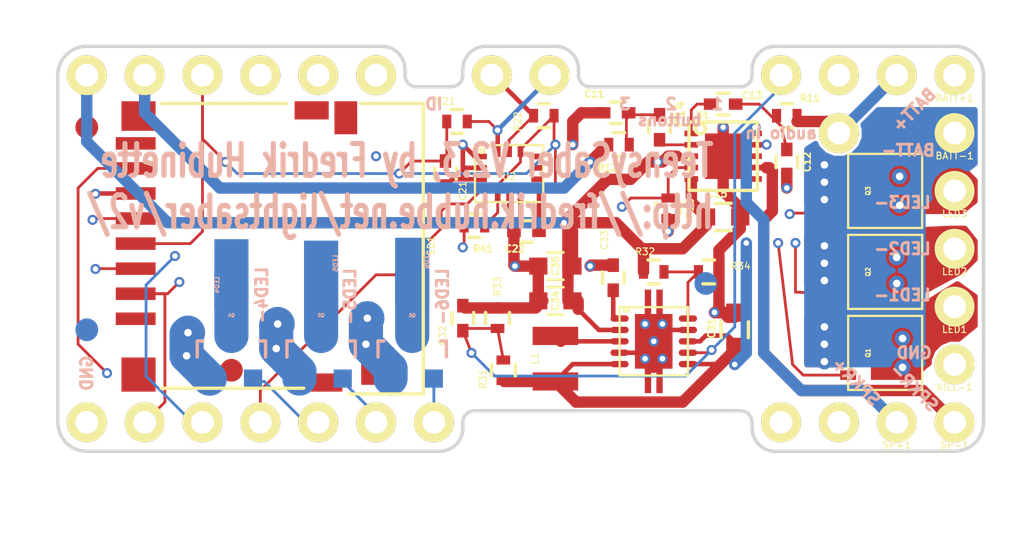
<source format=kicad_pcb>
(kicad_pcb (version 4) (host pcbnew 4.0.2+e4-6225~38~ubuntu14.04.1-stable)

  (general
    (links 119)
    (no_connects 1)
    (area 114.3 91.472 161.1095 115.887501)
    (thickness 1.6)
    (drawings 56)
    (tracks 439)
    (zones 0)
    (modules 50)
    (nets 50)
  )

  (page A4)
  (layers
    (0 Top signal)
    (1 In1.Cu signal)
    (2 In2.Cu signal)
    (31 Bottom signal)
    (33 F.Adhes user hide)
    (35 F.Paste user hide)
    (36 B.SilkS user)
    (37 F.SilkS user hide)
    (38 B.Mask user hide)
    (39 F.Mask user hide)
    (40 Dwgs.User user hide)
    (41 Cmts.User user hide)
    (42 Eco1.User user hide)
    (43 Eco2.User user hide)
    (44 Edge.Cuts user)
    (45 Margin user hide)
    (47 F.CrtYd user)
    (49 F.Fab user hide)
  )

  (setup
    (last_trace_width 0.1225)
    (user_trace_width 0.2)
    (user_trace_width 0.5)
    (user_trace_width 1)
    (user_trace_width 1.25)
    (user_trace_width 1.5)
    (trace_clearance 0.1225)
    (zone_clearance 0.508)
    (zone_45_only yes)
    (trace_min 0.1225)
    (segment_width 0.2)
    (edge_width 0.15)
    (via_size 0.441)
    (via_drill 0.245)
    (via_min_size 0.441)
    (via_min_drill 0.245)
    (user_via 0.6615 0.3185)
    (uvia_size 0.3)
    (uvia_drill 0.1)
    (uvias_allowed no)
    (uvia_min_size 0)
    (uvia_min_drill 0)
    (pcb_text_width 0.3)
    (pcb_text_size 0.5 0.5)
    (mod_edge_width 0.15)
    (mod_text_size 0.3 0.3)
    (mod_text_width 0.05)
    (pad_size 1.524 1.524)
    (pad_drill 0.762)
    (pad_to_mask_clearance 0.05)
    (pad_to_paste_clearance -0.025)
    (aux_axis_origin 0 0)
    (visible_elements FFFFFFFF)
    (pcbplotparams
      (layerselection 0x010f8_80000007)
      (usegerberextensions false)
      (excludeedgelayer true)
      (linewidth 0.100000)
      (plotframeref false)
      (viasonmask false)
      (mode 1)
      (useauxorigin false)
      (hpglpennumber 1)
      (hpglpenspeed 20)
      (hpglpendiameter 15)
      (hpglpenoverlay 2)
      (psnegative false)
      (psa4output false)
      (plotreference true)
      (plotvalue true)
      (plotinvisibletext false)
      (padsonsilk false)
      (subtractmaskfromsilk false)
      (outputformat 1)
      (mirror false)
      (drillshape 0)
      (scaleselection 1)
      (outputdirectory gerbers/))
  )

  (net 0 "")
  (net 1 "Net-(BATT+1-Pad1)")
  (net 2 "Net-(BATT-1-Pad1)")
  (net 3 GND)
  (net 4 3.3v)
  (net 5 vtest)
  (net 6 "Net-(C33-Pad1)")
  (net 7 5v)
  (net 8 "Net-(IC3-Pad10)")
  (net 9 "Net-(LED1-Pad1)")
  (net 10 "Net-(LED2-Pad1)")
  (net 11 "Net-(LED3-Pad1)")
  (net 12 "Net-(Q1-Pad2)")
  (net 13 "Net-(Q2-Pad2)")
  (net 14 "Net-(Q3-Pad2)")
  (net 15 audio+)
  (net 16 audio-)
  (net 17 amp_en)
  (net 18 SDA)
  (net 19 SCL)
  (net 20 sd_en)
  (net 21 "Net-(SD1-Pad8)")
  (net 22 "Net-(SD1-Pad9)")
  (net 23 "Net-(SD1-Pad10)")
  (net 24 "Net-(SD1-PadB)")
  (net 25 "Net-(SD1-Pad11)")
  (net 26 miso)
  (net 27 sclk)
  (net 28 mosi)
  (net 29 "Net-(SD1-Pad1)")
  (net 30 "Net-(SD1-Pad12)")
  (net 31 "Net-(SD1-PadA)")
  (net 32 "Net-(SP+1-Pad1)")
  (net 33 "Net-(SP-1-Pad1)")
  (net 34 INT)
  (net 35 "Net-(U1-Pad6)")
  (net 36 "Net-(U2-Pad9)")
  (net 37 "Net-(U2-Pad10)")
  (net 38 "Net-(U2-Pad11)")
  (net 39 "Net-(C11-Pad1)")
  (net 40 "Net-(C12-Pad1)")
  (net 41 "Net-(C13-Pad1)")
  (net 42 "Net-(C14-Pad1)")
  (net 43 "Net-(IC3-Pad3)")
  (net 44 "Net-(Q4-Pad2)")
  (net 45 "Net-(Q5-Pad2)")
  (net 46 "Net-(Q6-Pad2)")
  (net 47 "Net-(LED4-Pad1)")
  (net 48 "Net-(LED5-Pad1)")
  (net 49 "Net-(LED6-Pad1)")

  (net_class Default "This is the default net class."
    (clearance 0.1225)
    (trace_width 0.1225)
    (via_dia 0.441)
    (via_drill 0.245)
    (uvia_dia 0.3)
    (uvia_drill 0.1)
    (add_net 3.3v)
    (add_net "Net-(C11-Pad1)")
    (add_net "Net-(C12-Pad1)")
    (add_net "Net-(C13-Pad1)")
    (add_net "Net-(C14-Pad1)")
    (add_net "Net-(C33-Pad1)")
    (add_net "Net-(IC3-Pad10)")
    (add_net "Net-(IC3-Pad3)")
    (add_net "Net-(Q4-Pad2)")
    (add_net "Net-(Q5-Pad2)")
    (add_net "Net-(Q6-Pad2)")
    (add_net "Net-(SD1-Pad1)")
    (add_net "Net-(SD1-Pad10)")
    (add_net "Net-(SD1-Pad11)")
    (add_net "Net-(SD1-Pad12)")
    (add_net "Net-(SD1-Pad8)")
    (add_net "Net-(SD1-Pad9)")
    (add_net "Net-(SD1-PadA)")
    (add_net "Net-(SD1-PadB)")
    (add_net "Net-(U1-Pad6)")
    (add_net "Net-(U2-Pad10)")
    (add_net "Net-(U2-Pad11)")
    (add_net "Net-(U2-Pad9)")
  )

  (net_class POWER ""
    (clearance 0.1225)
    (trace_width 1.5)
    (via_dia 0.6858)
    (via_drill 0.3302)
    (uvia_dia 0.3)
    (uvia_drill 0.1)
    (add_net "Net-(BATT-1-Pad1)")
    (add_net "Net-(LED1-Pad1)")
    (add_net "Net-(LED2-Pad1)")
    (add_net "Net-(LED3-Pad1)")
    (add_net "Net-(LED4-Pad1)")
    (add_net "Net-(LED5-Pad1)")
    (add_net "Net-(LED6-Pad1)")
  )

  (net_class medium ""
    (clearance 0.1225)
    (trace_width 0.5)
    (via_dia 0.441)
    (via_drill 0.245)
    (uvia_dia 0.3)
    (uvia_drill 0.1)
    (add_net 5v)
    (add_net GND)
    (add_net "Net-(BATT+1-Pad1)")
    (add_net "Net-(SP+1-Pad1)")
    (add_net "Net-(SP-1-Pad1)")
    (add_net audio+)
    (add_net audio-)
  )

  (net_class narrow ""
    (clearance 0.1225)
    (trace_width 0.1225)
    (via_dia 0.441)
    (via_drill 0.245)
    (uvia_dia 0.3)
    (uvia_drill 0.1)
    (add_net INT)
    (add_net "Net-(Q1-Pad2)")
    (add_net "Net-(Q2-Pad2)")
    (add_net "Net-(Q3-Pad2)")
    (add_net SCL)
    (add_net SDA)
    (add_net amp_en)
    (add_net miso)
    (add_net mosi)
    (add_net sclk)
    (add_net sd_en)
    (add_net vtest)
  )

  (module modules:DM3D-SF (layer Top) (tedit 57DDA3BF) (tstamp 57D8DDA1)
    (at 121.1326 102.743 270)
    (descr "Micro SD")
    (tags "Micro SD")
    (path /57D3B723)
    (solder_mask_margin 0.1)
    (solder_paste_margin -0.05)
    (fp_text reference SD1 (at 0 -12.0904 270) (layer F.SilkS)
      (effects (font (size 0.3 0.3) (thickness 0.05)))
    )
    (fp_text value microsd_socket (at 1.5 -7 270) (layer F.Fab) hide
      (effects (font (size 0.3 0.3) (thickness 0.05)))
    )
    (fp_line (start 6.25 -6.5) (end 6.25 -0.25) (layer F.SilkS) (width 0.15))
    (fp_line (start -6.25 -5.75) (end -6.25 -0.25) (layer F.SilkS) (width 0.15))
    (fp_line (start 6.5 -11.75) (end 6.5 -8.5) (layer F.SilkS) (width 0.15))
    (fp_line (start -6.25 -11.75) (end 6.5 -11.75) (layer F.SilkS) (width 0.15))
    (fp_line (start -6.25 -9) (end -6.25 -11.75) (layer F.SilkS) (width 0.15))
    (fp_arc (start 5 3.85) (end 5.5 3.85) (angle 90) (layer F.Fab) (width 0.15))
    (fp_arc (start -5 3.85) (end -5 4.35) (angle 90) (layer F.Fab) (width 0.15))
    (fp_line (start 5.5 3.85) (end 5.5 0.5) (layer F.Fab) (width 0.15))
    (fp_line (start -5 4.35) (end 5 4.35) (layer F.Fab) (width 0.15))
    (fp_line (start -5.5 0.5) (end -5.5 3.85) (layer F.Fab) (width 0.15))
    (fp_arc (start -4.75 -1.25) (end -5.25 -1.25) (angle 90) (layer F.Fab) (width 0.15))
    (fp_arc (start -5.5 -0.25) (end -5.25 -0.25) (angle 90) (layer F.Fab) (width 0.15))
    (fp_arc (start 4.75 -1.25) (end 4.75 -1.75) (angle 90) (layer F.Fab) (width 0.15))
    (fp_arc (start 5.5 -0.25) (end 5.5 0) (angle 90) (layer F.Fab) (width 0.15))
    (fp_line (start 5.5 0) (end 6 0) (layer F.Fab) (width 0.15))
    (fp_line (start 5.25 -0.25) (end 5.25 -1.25) (layer F.Fab) (width 0.15))
    (fp_line (start -5.25 -0.25) (end -5.25 -1.25) (layer F.Fab) (width 0.15))
    (fp_line (start -5.95 0) (end -5.5 0) (layer F.Fab) (width 0.15))
    (fp_line (start -4.75 -1.8) (end 4.75 -1.8) (layer F.Fab) (width 0.15))
    (fp_line (start -5.95 0) (end -5.95 -11.45) (layer F.Fab) (width 0.15))
    (fp_line (start 6 0) (end 6 -11.45) (layer F.Fab) (width 0.15))
    (fp_line (start -5.95 -11.45) (end 6 -11.45) (layer F.Fab) (width 0.15))
    (fp_line (start 0 -8.2) (end 0.5 -10.2) (layer F.Fab) (width 0.1))
    (fp_line (start 0.1 -8.2) (end 0 -8.2) (layer F.Fab) (width 0.1))
    (fp_line (start 0 -10.2) (end -0.5 -8.2) (layer F.Fab) (width 0.1))
    (fp_line (start -0.5 -10.2) (end 0 -10.2) (layer F.Fab) (width 0.1))
    (fp_line (start -1 -8.2) (end -0.5 -10.2) (layer F.Fab) (width 0.1))
    (fp_line (start -1.5 -8.2) (end -1 -8.2) (layer F.Fab) (width 0.1))
    (fp_line (start -1 -10.2) (end -1.5 -8.2) (layer F.Fab) (width 0.1))
    (fp_line (start -1.5 -10.2) (end -1 -10.2) (layer F.Fab) (width 0.1))
    (fp_line (start -1.9 -8.3) (end -1.5 -10.2) (layer F.Fab) (width 0.1))
    (fp_line (start 0.55 -8.2) (end 0.55 -10.2) (layer F.Fab) (width 0.1))
    (fp_line (start -1.95 -10.2) (end -1.95 -8.2) (layer F.Fab) (width 0.1))
    (fp_line (start -6.35 -10.2) (end 6.4 -10.2) (layer F.Fab) (width 0.05))
    (fp_line (start -4.7 -6) (end -4.4 -4) (layer F.Fab) (width 0.1))
    (fp_line (start -2.7 -6) (end -3.4 -4) (layer F.Fab) (width 0.1))
    (fp_line (start -3.2 -6) (end -2.7 -6) (layer F.Fab) (width 0.1))
    (fp_line (start -3.9 -4) (end -3.2 -6) (layer F.Fab) (width 0.1))
    (fp_line (start -4.4 -4) (end -3.9 -4) (layer F.Fab) (width 0.1))
    (fp_line (start -3.7 -6) (end -4.4 -4) (layer F.Fab) (width 0.1))
    (fp_line (start -4.2 -6) (end -3.7 -6) (layer F.Fab) (width 0.1))
    (fp_line (start -4.9 -4) (end -4.2 -6) (layer F.Fab) (width 0.1))
    (fp_line (start -4.9 -6) (end -4.9 -4) (layer F.Fab) (width 0.1))
    (fp_text user %R (at 0 3.25 270) (layer F.Fab) hide
      (effects (font (size 0.3 0.3) (thickness 0.05)))
    )
    (fp_line (start -6.5 4.5) (end -6.5 -11.75) (layer F.CrtYd) (width 0.05))
    (fp_line (start 6.75 4.5) (end -6.5 4.5) (layer F.CrtYd) (width 0.05))
    (fp_line (start 6.75 -11.75) (end 6.75 4.5) (layer F.CrtYd) (width 0.05))
    (fp_line (start -6.5 -11.75) (end 6.75 -11.75) (layer F.CrtYd) (width 0.05))
    (fp_line (start -4.9 -6) (end 3.2 -6) (layer F.Fab) (width 0.1))
    (fp_line (start 0.55 -8.2) (end -1.95 -8.2) (layer F.Fab) (width 0.1))
    (fp_line (start -4.9 -4) (end 3.2 -4) (layer F.Fab) (width 0.1))
    (fp_line (start -6.35 1.5) (end -6.35 -10.2) (layer F.Fab) (width 0.05))
    (fp_line (start -4.4 -4) (end -3.7 -6) (layer F.Fab) (width 0.1))
    (fp_line (start -3.9 -4) (end -3.2 -6) (layer F.Fab) (width 0.1))
    (fp_line (start -3.4 -4) (end -2.7 -6) (layer F.Fab) (width 0.1))
    (fp_line (start -2.9 -4) (end -2.2 -6) (layer F.Fab) (width 0.1))
    (fp_line (start -2.4 -4) (end -1.7 -6) (layer F.Fab) (width 0.1))
    (fp_line (start -1.9 -4) (end -1.2 -6) (layer F.Fab) (width 0.1))
    (fp_line (start -1.4 -4) (end -0.7 -6) (layer F.Fab) (width 0.1))
    (fp_line (start -0.9 -4) (end -0.2 -6) (layer F.Fab) (width 0.1))
    (fp_line (start -0.4 -4) (end 0.3 -6) (layer F.Fab) (width 0.1))
    (fp_line (start 0.1 -4) (end 0.8 -6) (layer F.Fab) (width 0.1))
    (fp_line (start 0.6 -4) (end 1.3 -6) (layer F.Fab) (width 0.1))
    (fp_line (start 1.1 -4) (end 1.8 -6) (layer F.Fab) (width 0.1))
    (fp_line (start 1.6 -4) (end 2.3 -6) (layer F.Fab) (width 0.1))
    (fp_line (start 2.1 -4) (end 2.8 -6) (layer F.Fab) (width 0.1))
    (fp_line (start 2.6 -4) (end 3.2 -5.7) (layer F.Fab) (width 0.1))
    (fp_line (start 3.1 -4) (end 3.2 -4.3) (layer F.Fab) (width 0.1))
    (fp_line (start 3.2 -4) (end 3.2 -6) (layer F.Fab) (width 0.1))
    (fp_line (start -4.2 -6) (end -3.9 -4) (layer F.Fab) (width 0.1))
    (fp_line (start -3.7 -6) (end -3.4 -4) (layer F.Fab) (width 0.1))
    (fp_line (start -3.2 -6) (end -2.9 -4) (layer F.Fab) (width 0.1))
    (fp_line (start -2.7 -6) (end -2.4 -4) (layer F.Fab) (width 0.1))
    (fp_line (start -2.2 -6) (end -1.9 -4) (layer F.Fab) (width 0.1))
    (fp_line (start -1.7 -6) (end -1.4 -4) (layer F.Fab) (width 0.1))
    (fp_line (start -1.2 -6) (end -0.9 -4) (layer F.Fab) (width 0.1))
    (fp_line (start -0.7 -6) (end -0.4 -4) (layer F.Fab) (width 0.1))
    (fp_line (start -0.2 -6) (end 0.1 -4) (layer F.Fab) (width 0.1))
    (fp_line (start 0.3 -6) (end 0.6 -4) (layer F.Fab) (width 0.1))
    (fp_line (start 0.8 -6) (end 1.1 -4) (layer F.Fab) (width 0.1))
    (fp_line (start 1.3 -6) (end 1.6 -4) (layer F.Fab) (width 0.1))
    (fp_line (start 1.8 -6) (end 2.1 -4) (layer F.Fab) (width 0.1))
    (fp_line (start 2.3 -6) (end 2.6 -4) (layer F.Fab) (width 0.1))
    (fp_line (start 2.8 -6) (end 3.1 -4) (layer F.Fab) (width 0.1))
    (fp_line (start 6.4 1.5) (end 6.4 -10.2) (layer F.Fab) (width 0.05))
    (fp_line (start 0.55 -10.2) (end -1.95 -10.2) (layer F.Fab) (width 0.1))
    (pad 8 smd rect (at -4.5 0.875 270) (size 0.55 1.75) (layers Top F.Paste F.Mask)
      (net 21 "Net-(SD1-Pad8)"))
    (pad 9 smd rect (at -5.7 0.75 270) (size 1.3 1.5) (layers Top F.Paste F.Mask)
      (net 22 "Net-(SD1-Pad9)"))
    (pad 10 smd rect (at -5.95 -6.85 270) (size 0.8 1.5) (layers Top F.Paste F.Mask)
      (net 23 "Net-(SD1-Pad10)"))
    (pad B smd rect (at -5.625 -8.35 270) (size 1.45 1) (layers Top F.Paste F.Mask)
      (net 24 "Net-(SD1-PadB)"))
    (pad 11 smd rect (at 6 -7.5 270) (size 0.8 1.4) (layers Top F.Paste F.Mask)
      (net 25 "Net-(SD1-Pad11)"))
    (pad 7 smd rect (at -3.4 0.875 270) (size 0.55 1.75) (layers Top F.Paste F.Mask)
      (net 26 miso))
    (pad 6 smd rect (at -2.3 0.875 270) (size 0.55 1.75) (layers Top F.Paste F.Mask)
      (net 3 GND))
    (pad 5 smd rect (at -1.2 0.875 270) (size 0.55 1.75) (layers Top F.Paste F.Mask)
      (net 27 sclk))
    (pad 4 smd rect (at -0.1 0.875 270) (size 0.55 1.75) (layers Top F.Paste F.Mask)
      (net 4 3.3v))
    (pad 3 smd rect (at 1 0.875 270) (size 0.55 1.75) (layers Top F.Paste F.Mask)
      (net 28 mosi))
    (pad 2 smd rect (at 2.1 0.875 270) (size 0.55 1.75) (layers Top F.Paste F.Mask)
      (net 20 sd_en))
    (pad 1 smd rect (at 3.2 0.875 270) (size 0.55 1.75) (layers Top F.Paste F.Mask)
      (net 29 "Net-(SD1-Pad1)"))
    (pad 12 smd rect (at 5.65 0.75 270) (size 1.5 1.5) (layers Top F.Paste F.Mask)
      (net 30 "Net-(SD1-Pad12)"))
    (pad A smd rect (at 5.6 -9.8 270) (size 1 1.55) (layers Top F.Paste F.Mask)
      (net 31 "Net-(SD1-PadA)"))
  )

  (module lightsaber_footprints:teensy32++ (layer Top) (tedit 58AFB265) (tstamp 57F33E48)
    (at 135.89 102.87)
    (path /57B0B829)
    (fp_text reference U0 (at 0 2.54) (layer F.SilkS) hide
      (effects (font (size 0.5 0.5) (thickness 0.125)))
    )
    (fp_text value Teensy_3.1 (at -1.8415 -10.3505) (layer F.Fab) hide
      (effects (font (size 1 1) (thickness 0.15)))
    )
    (pad 5 thru_hole circle (at -2.54 7.62) (size 1.75 1.75) (drill 1) (layers *.Cu *.Mask F.SilkS)
      (net 46 "Net-(Q6-Pad2)"))
    (pad 4 thru_hole circle (at -5.08 7.62) (size 1.75 1.75) (drill 1) (layers *.Cu *.Mask F.SilkS)
      (net 45 "Net-(Q5-Pad2)"))
    (pad 3 thru_hole circle (at -7.62 7.62) (size 1.75 1.75) (drill 1) (layers *.Cu *.Mask F.SilkS)
      (net 44 "Net-(Q4-Pad2)"))
    (pad 28 thru_hole circle (at 17.78 -7.62) (size 1.75 1.75) (drill 1) (layers *.Cu *.Mask F.SilkS)
      (net 15 audio+))
    (pad 0 thru_hole circle (at -15.24 7.62) (size 1.75 1.75) (drill 1) (layers *.Cu *.Mask F.SilkS)
      (net 20 sd_en))
    (pad 2 thru_hole circle (at -10.16 7.62) (size 1.75 1.75) (drill 1) (layers *.Cu *.Mask F.SilkS)
      (net 34 INT))
    (pad 1 thru_hole circle (at -12.7 7.62) (size 1.75 1.75) (drill 1) (layers *.Cu *.Mask F.SilkS)
      (net 17 amp_en))
    (pad 11 thru_hole circle (at 12.7 7.62) (size 1.75 1.75) (drill 1) (layers *.Cu *.Mask F.SilkS)
      (net 28 mosi))
    (pad 12 thru_hole circle (at 15.24 7.62) (size 1.75 1.75) (drill 1) (layers *.Cu *.Mask F.SilkS)
      (net 26 miso))
    (pad 13 thru_hole circle (at 15.24 -7.62) (size 1.75 1.75) (drill 1) (layers *.Cu *.Mask F.SilkS)
      (net 27 sclk))
    (pad 14 thru_hole circle (at 12.7 -7.62) (size 1.75 1.75) (drill 1) (layers *.Cu *.Mask F.SilkS)
      (net 5 vtest))
    (pad 18 thru_hole circle (at 2.54 -7.62) (size 1.75 1.75) (drill 1) (layers *.Cu *.Mask F.SilkS)
      (net 18 SDA))
    (pad 19 thru_hole circle (at 0 -7.62) (size 1.75 1.75) (drill 1) (layers *.Cu *.Mask F.SilkS)
      (net 19 SCL))
    (pad 21 thru_hole circle (at -5.08 -7.62) (size 1.75 1.75) (drill 1) (layers *.Cu *.Mask F.SilkS)
      (net 14 "Net-(Q3-Pad2)"))
    (pad 22 thru_hole circle (at -7.62 -7.62) (size 1.75 1.75) (drill 1) (layers *.Cu *.Mask F.SilkS)
      (net 13 "Net-(Q2-Pad2)"))
    (pad 23 thru_hole circle (at -10.16 -7.62) (size 1.75 1.75) (drill 1) (layers *.Cu *.Mask F.SilkS)
      (net 12 "Net-(Q1-Pad2)"))
    (pad 24 thru_hole circle (at -12.7 -7.62) (size 1.75 1.75) (drill 1) (layers *.Cu *.Mask F.SilkS)
      (net 4 3.3v))
    (pad 25 thru_hole circle (at -15.24 -7.62) (size 1.75 1.75) (drill 1) (layers *.Cu *.Mask F.SilkS)
      (net 16 audio-))
    (pad 26 thru_hole circle (at -17.78 -7.62) (size 1.75 1.75) (drill 1) (layers *.Cu *.Mask F.SilkS)
      (net 7 5v))
    (pad 27 thru_hole circle (at -17.78 7.62) (size 1.75 1.75) (drill 1) (layers *.Cu *.Mask F.SilkS)
      (net 3 GND))
    (pad 28 thru_hole circle (at 15.24 -5.08) (size 1.75 1.75) (drill 1) (layers *.Cu *.Mask F.SilkS)
      (net 15 audio+))
  )

  (module lightsaber_footprints:1pin (layer Top) (tedit 57DDA295) (tstamp 57D8DCBE)
    (at 156.21 95.25)
    (path /57D7A026)
    (fp_text reference BATT+1 (at 0 1) (layer F.SilkS)
      (effects (font (size 0.3 0.3) (thickness 0.05)))
    )
    (fp_text value CONN_01X01 (at 3.048 0.127) (layer F.Fab) hide
      (effects (font (size 0.3 0.3) (thickness 0.05)))
    )
    (pad 1 thru_hole circle (at 0 0) (size 1.75 1.75) (drill 1) (layers *.Cu *.Mask F.SilkS)
      (net 1 "Net-(BATT+1-Pad1)"))
  )

  (module lightsaber_footprints:1pin (layer Top) (tedit 57DDA298) (tstamp 57D8DCC3)
    (at 156.21 97.79)
    (path /57D7A302)
    (fp_text reference BATT-1 (at 0 1) (layer F.SilkS)
      (effects (font (size 0.3 0.3) (thickness 0.05)))
    )
    (fp_text value CONN_01X01 (at 3.048 0) (layer F.Fab) hide
      (effects (font (size 0.3 0.3) (thickness 0.05)))
    )
    (pad 1 thru_hole circle (at 0 0) (size 1.75 1.75) (drill 1) (layers *.Cu *.Mask F.SilkS)
      (net 2 "Net-(BATT-1-Pad1)"))
  )

  (module Capacitors_SMD:C_0402 (layer Top) (tedit 57DD92C6) (tstamp 57D8DD05)
    (at 134.62 105.918 90)
    (descr "Capacitor SMD 0402, reflow soldering, AVX (see smccp.pdf)")
    (tags "capacitor 0402")
    (path /57C7B4C1)
    (attr smd)
    (fp_text reference C32 (at -0.762 -0.889 90) (layer F.SilkS)
      (effects (font (size 0.3 0.3) (thickness 0.05)))
    )
    (fp_text value 0.1uF (at 0.635 -0.889 270) (layer F.Fab)
      (effects (font (size 0.3 0.3) (thickness 0.05)))
    )
    (fp_line (start -1.15 -0.6) (end 1.15 -0.6) (layer F.CrtYd) (width 0.05))
    (fp_line (start -1.15 0.6) (end 1.15 0.6) (layer F.CrtYd) (width 0.05))
    (fp_line (start -1.15 -0.6) (end -1.15 0.6) (layer F.CrtYd) (width 0.05))
    (fp_line (start 1.15 -0.6) (end 1.15 0.6) (layer F.CrtYd) (width 0.05))
    (fp_line (start 0.25 -0.475) (end -0.25 -0.475) (layer F.SilkS) (width 0.15))
    (fp_line (start -0.25 0.475) (end 0.25 0.475) (layer F.SilkS) (width 0.15))
    (pad 1 smd rect (at -0.55 0 90) (size 0.6 0.5) (layers Top F.Paste F.Mask)
      (net 5 vtest))
    (pad 2 smd rect (at 0.55 0 90) (size 0.6 0.5) (layers Top F.Paste F.Mask)
      (net 3 GND))
    (model Capacitors_SMD.3dshapes/C_0402.wrl
      (at (xyz 0 0 0))
      (scale (xyz 1 1 1))
      (rotate (xyz 0 0 0))
    )
  )

  (module Capacitors_SMD:C_0402 (layer Top) (tedit 57DD92FF) (tstamp 57D8DD0B)
    (at 141.224 104.14 90)
    (descr "Capacitor SMD 0402, reflow soldering, AVX (see smccp.pdf)")
    (tags "capacitor 0402")
    (path /57B144BC)
    (attr smd)
    (fp_text reference C33 (at 1.651 -0.381 90) (layer F.SilkS)
      (effects (font (size 0.3 0.3) (thickness 0.05)))
    )
    (fp_text value 0.1uF (at 1.778 0.127 90) (layer F.Fab)
      (effects (font (size 0.3 0.3) (thickness 0.05)))
    )
    (fp_line (start -1.15 -0.6) (end 1.15 -0.6) (layer F.CrtYd) (width 0.05))
    (fp_line (start -1.15 0.6) (end 1.15 0.6) (layer F.CrtYd) (width 0.05))
    (fp_line (start -1.15 -0.6) (end -1.15 0.6) (layer F.CrtYd) (width 0.05))
    (fp_line (start 1.15 -0.6) (end 1.15 0.6) (layer F.CrtYd) (width 0.05))
    (fp_line (start 0.25 -0.475) (end -0.25 -0.475) (layer F.SilkS) (width 0.15))
    (fp_line (start -0.25 0.475) (end 0.25 0.475) (layer F.SilkS) (width 0.15))
    (pad 1 smd rect (at -0.55 0 90) (size 0.6 0.5) (layers Top F.Paste F.Mask)
      (net 6 "Net-(C33-Pad1)"))
    (pad 2 smd rect (at 0.55 0 90) (size 0.6 0.5) (layers Top F.Paste F.Mask)
      (net 3 GND))
    (model Capacitors_SMD.3dshapes/C_0402.wrl
      (at (xyz 0 0 0))
      (scale (xyz 1 1 1))
      (rotate (xyz 0 0 0))
    )
  )

  (module lightsaber_footprints:1pin (layer Top) (tedit 57DDA2AB) (tstamp 57D8DD29)
    (at 156.21 107.95)
    (path /57D79767)
    (fp_text reference KILL-1 (at 0 1) (layer F.SilkS)
      (effects (font (size 0.3 0.3) (thickness 0.05)))
    )
    (fp_text value CONN_01X01 (at 3.302 0) (layer F.Fab) hide
      (effects (font (size 0.3 0.3) (thickness 0.05)))
    )
    (pad 1 thru_hole circle (at 0 0) (size 1.75 1.75) (drill 1) (layers *.Cu *.Mask F.SilkS)
      (net 3 GND))
  )

  (module lightsaber_footprints:2520 (layer Top) (tedit 57DD929D) (tstamp 57D8DD2F)
    (at 138.684 107.696 270)
    (path /57B148C0)
    (fp_text reference L1 (at 0 0.889 270) (layer F.SilkS)
      (effects (font (size 0.3 0.3) (thickness 0.05)))
    )
    (fp_text value "4.7 uH 1.2A" (at 0 -0.762 360) (layer F.Fab)
      (effects (font (size 0.3 0.3) (thickness 0.05)))
    )
    (pad 1 smd rect (at -1 0 270) (size 0.8 2) (layers Top F.Paste F.Mask)
      (net 43 "Net-(IC3-Pad3)"))
    (pad 2 smd rect (at 1 0 270) (size 0.8 2) (layers Top F.Paste F.Mask)
      (net 1 "Net-(BATT+1-Pad1)"))
  )

  (module lightsaber_footprints:1pin (layer Top) (tedit 57DDA2A8) (tstamp 57D8DD34)
    (at 156.21 105.41)
    (path /57D77834)
    (fp_text reference LED1 (at 0 1) (layer F.SilkS)
      (effects (font (size 0.3 0.3) (thickness 0.05)))
    )
    (fp_text value CONN_01X01 (at 3.175 0) (layer F.Fab) hide
      (effects (font (size 0.3 0.3) (thickness 0.05)))
    )
    (pad 1 thru_hole circle (at 0 0) (size 1.75 1.75) (drill 1) (layers *.Cu *.Mask F.SilkS)
      (net 9 "Net-(LED1-Pad1)"))
  )

  (module lightsaber_footprints:1pin (layer Top) (tedit 57DDA2A3) (tstamp 57D8DD39)
    (at 156.21 102.87)
    (path /57D77D79)
    (fp_text reference LED2 (at 0 1) (layer F.SilkS)
      (effects (font (size 0.3 0.3) (thickness 0.05)))
    )
    (fp_text value CONN_01X01 (at 3.175 0) (layer F.Fab) hide
      (effects (font (size 0.3 0.3) (thickness 0.05)))
    )
    (pad 1 thru_hole circle (at 0 0) (size 1.75 1.75) (drill 1) (layers *.Cu *.Mask F.SilkS)
      (net 10 "Net-(LED2-Pad1)"))
  )

  (module lightsaber_footprints:1pin (layer Top) (tedit 57DDA29B) (tstamp 57D8DD3E)
    (at 156.21 100.33)
    (path /57D77E20)
    (fp_text reference LED3 (at 0 1) (layer F.SilkS)
      (effects (font (size 0.3 0.3) (thickness 0.05)))
    )
    (fp_text value CONN_01X01 (at 3.175 0) (layer F.Fab) hide
      (effects (font (size 0.3 0.3) (thickness 0.05)))
    )
    (pad 1 thru_hole circle (at 0 0) (size 1.75 1.75) (drill 1) (layers *.Cu *.Mask F.SilkS)
      (net 11 "Net-(LED3-Pad1)"))
  )

  (module Resistors_SMD:R_0402 (layer Top) (tedit 57DD9291) (tstamp 57D8DD77)
    (at 136.398 108.204 90)
    (descr "Resistor SMD 0402, reflow soldering, Vishay (see dcrcw.pdf)")
    (tags "resistor 0402")
    (path /57B11283)
    (attr smd)
    (fp_text reference R31 (at -0.381 -0.889 90) (layer F.SilkS)
      (effects (font (size 0.3 0.3) (thickness 0.05)))
    )
    (fp_text value 2M (at 0.508 -0.889 90) (layer F.Fab)
      (effects (font (size 0.3 0.3) (thickness 0.05)))
    )
    (fp_line (start -0.95 -0.65) (end 0.95 -0.65) (layer F.CrtYd) (width 0.05))
    (fp_line (start -0.95 0.65) (end 0.95 0.65) (layer F.CrtYd) (width 0.05))
    (fp_line (start -0.95 -0.65) (end -0.95 0.65) (layer F.CrtYd) (width 0.05))
    (fp_line (start 0.95 -0.65) (end 0.95 0.65) (layer F.CrtYd) (width 0.05))
    (fp_line (start 0.25 -0.525) (end -0.25 -0.525) (layer F.SilkS) (width 0.15))
    (fp_line (start -0.25 0.525) (end 0.25 0.525) (layer F.SilkS) (width 0.15))
    (pad 1 smd rect (at -0.45 0 90) (size 0.4 0.6) (layers Top F.Paste F.Mask)
      (net 1 "Net-(BATT+1-Pad1)"))
    (pad 2 smd rect (at 0.45 0 90) (size 0.4 0.6) (layers Top F.Paste F.Mask)
      (net 5 vtest))
    (model Resistors_SMD.3dshapes/R_0402.wrl
      (at (xyz 0 0 0))
      (scale (xyz 1 1 1))
      (rotate (xyz 0 0 0))
    )
  )

  (module Resistors_SMD:R_0402 (layer Top) (tedit 57DD931C) (tstamp 57D8DD7D)
    (at 143.002 103.886)
    (descr "Resistor SMD 0402, reflow soldering, Vishay (see dcrcw.pdf)")
    (tags "resistor 0402")
    (path /57B14AF7)
    (attr smd)
    (fp_text reference R32 (at -0.381 -0.889) (layer F.SilkS)
      (effects (font (size 0.3 0.3) (thickness 0.05)))
    )
    (fp_text value 2M (at 0.635 -0.889) (layer F.Fab)
      (effects (font (size 0.3 0.3) (thickness 0.05)))
    )
    (fp_line (start -0.95 -0.65) (end 0.95 -0.65) (layer F.CrtYd) (width 0.05))
    (fp_line (start -0.95 0.65) (end 0.95 0.65) (layer F.CrtYd) (width 0.05))
    (fp_line (start -0.95 -0.65) (end -0.95 0.65) (layer F.CrtYd) (width 0.05))
    (fp_line (start 0.95 -0.65) (end 0.95 0.65) (layer F.CrtYd) (width 0.05))
    (fp_line (start 0.25 -0.525) (end -0.25 -0.525) (layer F.SilkS) (width 0.15))
    (fp_line (start -0.25 0.525) (end 0.25 0.525) (layer F.SilkS) (width 0.15))
    (pad 1 smd rect (at -0.45 0) (size 0.4 0.6) (layers Top F.Paste F.Mask)
      (net 7 5v))
    (pad 2 smd rect (at 0.45 0) (size 0.4 0.6) (layers Top F.Paste F.Mask)
      (net 8 "Net-(IC3-Pad10)"))
    (model Resistors_SMD.3dshapes/R_0402.wrl
      (at (xyz 0 0 0))
      (scale (xyz 1 1 1))
      (rotate (xyz 0 0 0))
    )
  )

  (module Resistors_SMD:R_0402 (layer Top) (tedit 57DD92B3) (tstamp 57D8DD83)
    (at 136.144 105.918 90)
    (descr "Resistor SMD 0402, reflow soldering, Vishay (see dcrcw.pdf)")
    (tags "resistor 0402")
    (path /57B117CD)
    (attr smd)
    (fp_text reference R33 (at 1.397 0 90) (layer F.SilkS)
      (effects (font (size 0.3 0.3) (thickness 0.05)))
    )
    (fp_text value 220k (at 1.524 0.508 270) (layer F.Fab)
      (effects (font (size 0.3 0.3) (thickness 0.05)))
    )
    (fp_line (start -0.95 -0.65) (end 0.95 -0.65) (layer F.CrtYd) (width 0.05))
    (fp_line (start -0.95 0.65) (end 0.95 0.65) (layer F.CrtYd) (width 0.05))
    (fp_line (start -0.95 -0.65) (end -0.95 0.65) (layer F.CrtYd) (width 0.05))
    (fp_line (start 0.95 -0.65) (end 0.95 0.65) (layer F.CrtYd) (width 0.05))
    (fp_line (start 0.25 -0.525) (end -0.25 -0.525) (layer F.SilkS) (width 0.15))
    (fp_line (start -0.25 0.525) (end 0.25 0.525) (layer F.SilkS) (width 0.15))
    (pad 1 smd rect (at -0.45 0 90) (size 0.4 0.6) (layers Top F.Paste F.Mask)
      (net 5 vtest))
    (pad 2 smd rect (at 0.45 0 90) (size 0.4 0.6) (layers Top F.Paste F.Mask)
      (net 3 GND))
    (model Resistors_SMD.3dshapes/R_0402.wrl
      (at (xyz 0 0 0))
      (scale (xyz 1 1 1))
      (rotate (xyz 0 0 0))
    )
  )

  (module Resistors_SMD:R_0402 (layer Top) (tedit 57FACC0E) (tstamp 57D8DD89)
    (at 145.415 103.886)
    (descr "Resistor SMD 0402, reflow soldering, Vishay (see dcrcw.pdf)")
    (tags "resistor 0402")
    (path /57B14B82)
    (attr smd)
    (fp_text reference R34 (at 1.397 -0.254) (layer F.SilkS)
      (effects (font (size 0.3 0.3) (thickness 0.05)))
    )
    (fp_text value 220k (at 1.524 0.254) (layer F.Fab)
      (effects (font (size 0.3 0.3) (thickness 0.05)))
    )
    (fp_line (start -0.95 -0.65) (end 0.95 -0.65) (layer F.CrtYd) (width 0.05))
    (fp_line (start -0.95 0.65) (end 0.95 0.65) (layer F.CrtYd) (width 0.05))
    (fp_line (start -0.95 -0.65) (end -0.95 0.65) (layer F.CrtYd) (width 0.05))
    (fp_line (start 0.95 -0.65) (end 0.95 0.65) (layer F.CrtYd) (width 0.05))
    (fp_line (start 0.25 -0.525) (end -0.25 -0.525) (layer F.SilkS) (width 0.15))
    (fp_line (start -0.25 0.525) (end 0.25 0.525) (layer F.SilkS) (width 0.15))
    (pad 1 smd rect (at -0.45 0) (size 0.4 0.6) (layers Top F.Paste F.Mask)
      (net 8 "Net-(IC3-Pad10)"))
    (pad 2 smd rect (at 0.45 0) (size 0.4 0.6) (layers Top F.Paste F.Mask)
      (net 3 GND))
    (model Resistors_SMD.3dshapes/R_0402.wrl
      (at (xyz 0 0 0))
      (scale (xyz 1 1 1))
      (rotate (xyz 0 0 0))
    )
  )

  (module lightsaber_footprints:1pin (layer Top) (tedit 57DDA363) (tstamp 57D8DDA6)
    (at 153.67 110.49)
    (path /57D7C003)
    (fp_text reference SP+1 (at 0 1) (layer F.SilkS)
      (effects (font (size 0.3 0.3) (thickness 0.05)))
    )
    (fp_text value CONN_01X01 (at 0 -1) (layer F.Fab) hide
      (effects (font (size 0.3 0.3) (thickness 0.05)))
    )
    (pad 1 thru_hole circle (at 0 0) (size 1.75 1.75) (drill 1) (layers *.Cu *.Mask F.SilkS)
      (net 32 "Net-(SP+1-Pad1)"))
  )

  (module lightsaber_footprints:1pin (layer Top) (tedit 57DDA2D3) (tstamp 57D8DDAB)
    (at 156.21 110.49)
    (path /57D7C0A4)
    (fp_text reference SP-1 (at 0 1) (layer F.SilkS)
      (effects (font (size 0.3 0.3) (thickness 0.05)))
    )
    (fp_text value CONN_01X01 (at 0 -1) (layer F.Fab) hide
      (effects (font (size 0.3 0.3) (thickness 0.05)))
    )
    (pad 1 thru_hole circle (at 0 0) (size 1.75 1.75) (drill 1) (layers *.Cu *.Mask F.SilkS)
      (net 33 "Net-(SP-1-Pad1)"))
  )

  (module Capacitors_SMD:C_0402 (layer Top) (tedit 57DDA08C) (tstamp 57DBA6DC)
    (at 133.858 99.568 270)
    (descr "Capacitor SMD 0402, reflow soldering, AVX (see smccp.pdf)")
    (tags "capacitor 0402")
    (path /57DBB402)
    (attr smd)
    (fp_text reference C21 (at 0.762 -0.762 270) (layer F.SilkS)
      (effects (font (size 0.3 0.3) (thickness 0.05)))
    )
    (fp_text value 0.1uF (at -0.381 -0.762 270) (layer F.Fab)
      (effects (font (size 0.3 0.3) (thickness 0.05)))
    )
    (fp_line (start -1.15 -0.6) (end 1.15 -0.6) (layer F.CrtYd) (width 0.05))
    (fp_line (start -1.15 0.6) (end 1.15 0.6) (layer F.CrtYd) (width 0.05))
    (fp_line (start -1.15 -0.6) (end -1.15 0.6) (layer F.CrtYd) (width 0.05))
    (fp_line (start 1.15 -0.6) (end 1.15 0.6) (layer F.CrtYd) (width 0.05))
    (fp_line (start 0.25 -0.475) (end -0.25 -0.475) (layer F.SilkS) (width 0.15))
    (fp_line (start -0.25 0.475) (end 0.25 0.475) (layer F.SilkS) (width 0.15))
    (pad 1 smd rect (at -0.55 0 270) (size 0.6 0.5) (layers Top F.Paste F.Mask)
      (net 4 3.3v))
    (pad 2 smd rect (at 0.55 0 270) (size 0.6 0.5) (layers Top F.Paste F.Mask)
      (net 3 GND))
    (model Capacitors_SMD.3dshapes/C_0402.wrl
      (at (xyz 0 0 0))
      (scale (xyz 1 1 1))
      (rotate (xyz 0 0 0))
    )
  )

  (module Resistors_SMD:R_0402 (layer Top) (tedit 57DDA075) (tstamp 57DBA6E2)
    (at 134.366 97.282)
    (descr "Resistor SMD 0402, reflow soldering, Vishay (see dcrcw.pdf)")
    (tags "resistor 0402")
    (path /57DBD409)
    (attr smd)
    (fp_text reference R21 (at -0.508 -0.889) (layer F.SilkS)
      (effects (font (size 0.3 0.3) (thickness 0.05)))
    )
    (fp_text value 2.2k (at 0.635 -0.889) (layer F.Fab)
      (effects (font (size 0.3 0.3) (thickness 0.05)))
    )
    (fp_line (start -0.95 -0.65) (end 0.95 -0.65) (layer F.CrtYd) (width 0.05))
    (fp_line (start -0.95 0.65) (end 0.95 0.65) (layer F.CrtYd) (width 0.05))
    (fp_line (start -0.95 -0.65) (end -0.95 0.65) (layer F.CrtYd) (width 0.05))
    (fp_line (start 0.95 -0.65) (end 0.95 0.65) (layer F.CrtYd) (width 0.05))
    (fp_line (start 0.25 -0.525) (end -0.25 -0.525) (layer F.SilkS) (width 0.15))
    (fp_line (start -0.25 0.525) (end 0.25 0.525) (layer F.SilkS) (width 0.15))
    (pad 1 smd rect (at -0.45 0) (size 0.4 0.6) (layers Top F.Paste F.Mask)
      (net 4 3.3v))
    (pad 2 smd rect (at 0.45 0) (size 0.4 0.6) (layers Top F.Paste F.Mask)
      (net 18 SDA))
    (model Resistors_SMD.3dshapes/R_0402.wrl
      (at (xyz 0 0 0))
      (scale (xyz 1 1 1))
      (rotate (xyz 0 0 0))
    )
  )

  (module Resistors_SMD:R_0402 (layer Top) (tedit 57DDA03D) (tstamp 57DBA6E8)
    (at 138.176 97.028 180)
    (descr "Resistor SMD 0402, reflow soldering, Vishay (see dcrcw.pdf)")
    (tags "resistor 0402")
    (path /57DBD546)
    (attr smd)
    (fp_text reference R22 (at 1.143 -0.254 270) (layer F.SilkS)
      (effects (font (size 0.3 0.3) (thickness 0.05)))
    )
    (fp_text value 2.2k (at 1.143 0.889 270) (layer F.Fab)
      (effects (font (size 0.3 0.3) (thickness 0.05)))
    )
    (fp_line (start -0.95 -0.65) (end 0.95 -0.65) (layer F.CrtYd) (width 0.05))
    (fp_line (start -0.95 0.65) (end 0.95 0.65) (layer F.CrtYd) (width 0.05))
    (fp_line (start -0.95 -0.65) (end -0.95 0.65) (layer F.CrtYd) (width 0.05))
    (fp_line (start 0.95 -0.65) (end 0.95 0.65) (layer F.CrtYd) (width 0.05))
    (fp_line (start 0.25 -0.525) (end -0.25 -0.525) (layer F.SilkS) (width 0.15))
    (fp_line (start -0.25 0.525) (end 0.25 0.525) (layer F.SilkS) (width 0.15))
    (pad 1 smd rect (at -0.45 0 180) (size 0.4 0.6) (layers Top F.Paste F.Mask)
      (net 4 3.3v))
    (pad 2 smd rect (at 0.45 0 180) (size 0.4 0.6) (layers Top F.Paste F.Mask)
      (net 19 SCL))
    (model Resistors_SMD.3dshapes/R_0402.wrl
      (at (xyz 0 0 0))
      (scale (xyz 1 1 1))
      (rotate (xyz 0 0 0))
    )
  )

  (module lightsaber_footprints:LGA-14L (layer Top) (tedit 57DDA060) (tstamp 57DBA6FF)
    (at 136.652 99.568)
    (path /57DBA814)
    (fp_text reference U2 (at 0 0.127) (layer F.SilkS)
      (effects (font (size 0.3 0.3) (thickness 0.05)))
    )
    (fp_text value LSM6DS3H (at 1.905 0.254 270) (layer F.Fab)
      (effects (font (size 0.3 0.3) (thickness 0.05)))
    )
    (fp_circle (center -1.2 -1) (end -1.1 -1) (layer F.SilkS) (width 0.1))
    (fp_line (start -1.5 -1.25) (end -1.5 1.25) (layer F.SilkS) (width 0.1))
    (fp_line (start -1.5 1.25) (end 1.5 1.25) (layer F.SilkS) (width 0.1))
    (fp_line (start 1.5 1.25) (end 1.5 -1.25) (layer F.SilkS) (width 0.1))
    (fp_line (start 1.5 -1.25) (end -1.5 -1.25) (layer F.SilkS) (width 0.1))
    (pad 1 smd rect (at -1.25 -0.75) (size 0.55 0.25) (layers Top F.Paste F.Mask)
      (net 3 GND))
    (pad 2 smd rect (at -1.25 -0.25) (size 0.55 0.25) (layers Top F.Paste F.Mask)
      (net 3 GND))
    (pad 3 smd rect (at -1.25 0.25) (size 0.55 0.25) (layers Top F.Paste F.Mask)
      (net 3 GND))
    (pad 4 smd rect (at -1.25 0.75) (size 0.55 0.25) (layers Top F.Paste F.Mask)
      (net 34 INT))
    (pad 5 smd rect (at -0.5 1) (size 0.25 0.55) (layers Top F.Paste F.Mask)
      (net 4 3.3v))
    (pad 6 smd rect (at 0 1) (size 0.25 0.55) (layers Top F.Paste F.Mask)
      (net 3 GND))
    (pad 7 smd rect (at 0.5 1) (size 0.25 0.55) (layers Top F.Paste F.Mask)
      (net 3 GND))
    (pad 8 smd rect (at 1.25 0.75) (size 0.55 0.25) (layers Top F.Paste F.Mask)
      (net 4 3.3v))
    (pad 9 smd rect (at 1.25 0.25) (size 0.55 0.25) (layers Top F.Paste F.Mask)
      (net 36 "Net-(U2-Pad9)"))
    (pad 10 smd rect (at 1.25 -0.25) (size 0.55 0.25) (layers Top F.Paste F.Mask)
      (net 37 "Net-(U2-Pad10)"))
    (pad 11 smd rect (at 1.25 -0.75) (size 0.55 0.25) (layers Top F.Paste F.Mask)
      (net 38 "Net-(U2-Pad11)"))
    (pad 12 smd rect (at 0.5 -1) (size 0.25 0.55) (layers Top F.Paste F.Mask)
      (net 4 3.3v))
    (pad 13 smd rect (at 0 -1) (size 0.25 0.55) (layers Top F.Paste F.Mask)
      (net 19 SCL))
    (pad 14 smd rect (at -0.5 -1) (size 0.25 0.55) (layers Top F.Paste F.Mask)
      (net 18 SDA))
  )

  (module Capacitors_SMD:C_0402 (layer Top) (tedit 58B11154) (tstamp 57F339DF)
    (at 141.351 96.901 180)
    (descr "Capacitor SMD 0402, reflow soldering, AVX (see smccp.pdf)")
    (tags "capacitor 0402")
    (path /57B1A5F9)
    (attr smd)
    (fp_text reference C11 (at 0.9525 0.8255 180) (layer F.SilkS)
      (effects (font (size 0.3 0.3) (thickness 0.075)))
    )
    (fp_text value 3.3nF (at -0.5715 0.762 180) (layer F.Fab)
      (effects (font (size 0.3 0.3) (thickness 0.075)))
    )
    (fp_line (start -0.5 0.25) (end -0.5 -0.25) (layer F.Fab) (width 0.15))
    (fp_line (start 0.5 0.25) (end -0.5 0.25) (layer F.Fab) (width 0.15))
    (fp_line (start 0.5 -0.25) (end 0.5 0.25) (layer F.Fab) (width 0.15))
    (fp_line (start -0.5 -0.25) (end 0.5 -0.25) (layer F.Fab) (width 0.15))
    (fp_line (start -1.15 -0.6) (end 1.15 -0.6) (layer F.CrtYd) (width 0.05))
    (fp_line (start -1.15 0.6) (end 1.15 0.6) (layer F.CrtYd) (width 0.05))
    (fp_line (start -1.15 -0.6) (end -1.15 0.6) (layer F.CrtYd) (width 0.05))
    (fp_line (start 1.15 -0.6) (end 1.15 0.6) (layer F.CrtYd) (width 0.05))
    (fp_line (start 0.25 -0.475) (end -0.25 -0.475) (layer F.SilkS) (width 0.15))
    (fp_line (start -0.25 0.475) (end 0.25 0.475) (layer F.SilkS) (width 0.15))
    (pad 1 smd rect (at -0.55 0 180) (size 0.6 0.5) (layers Top F.Paste F.Mask)
      (net 39 "Net-(C11-Pad1)"))
    (pad 2 smd rect (at 0.55 0 180) (size 0.6 0.5) (layers Top F.Paste F.Mask)
      (net 3 GND))
    (model Capacitors_SMD.3dshapes/C_0402.wrl
      (at (xyz 0 0 0))
      (scale (xyz 1 1 1))
      (rotate (xyz 0 0 0))
    )
  )

  (module Capacitors_SMD:C_0402 (layer Top) (tedit 57FACC3D) (tstamp 57F339E5)
    (at 148.844 99.06 270)
    (descr "Capacitor SMD 0402, reflow soldering, AVX (see smccp.pdf)")
    (tags "capacitor 0402")
    (path /57B1A6AC)
    (attr smd)
    (fp_text reference C12 (at 0 -0.889 270) (layer F.SilkS)
      (effects (font (size 0.3 0.3) (thickness 0.075)))
    )
    (fp_text value 3.3nF (at 0.762 0.889 270) (layer F.Fab)
      (effects (font (size 0.3 0.3) (thickness 0.075)))
    )
    (fp_line (start -0.5 0.25) (end -0.5 -0.25) (layer F.Fab) (width 0.15))
    (fp_line (start 0.5 0.25) (end -0.5 0.25) (layer F.Fab) (width 0.15))
    (fp_line (start 0.5 -0.25) (end 0.5 0.25) (layer F.Fab) (width 0.15))
    (fp_line (start -0.5 -0.25) (end 0.5 -0.25) (layer F.Fab) (width 0.15))
    (fp_line (start -1.15 -0.6) (end 1.15 -0.6) (layer F.CrtYd) (width 0.05))
    (fp_line (start -1.15 0.6) (end 1.15 0.6) (layer F.CrtYd) (width 0.05))
    (fp_line (start -1.15 -0.6) (end -1.15 0.6) (layer F.CrtYd) (width 0.05))
    (fp_line (start 1.15 -0.6) (end 1.15 0.6) (layer F.CrtYd) (width 0.05))
    (fp_line (start 0.25 -0.475) (end -0.25 -0.475) (layer F.SilkS) (width 0.15))
    (fp_line (start -0.25 0.475) (end 0.25 0.475) (layer F.SilkS) (width 0.15))
    (pad 1 smd rect (at -0.55 0 270) (size 0.6 0.5) (layers Top F.Paste F.Mask)
      (net 40 "Net-(C12-Pad1)"))
    (pad 2 smd rect (at 0.55 0 270) (size 0.6 0.5) (layers Top F.Paste F.Mask)
      (net 3 GND))
    (model Capacitors_SMD.3dshapes/C_0402.wrl
      (at (xyz 0 0 0))
      (scale (xyz 1 1 1))
      (rotate (xyz 0 0 0))
    )
  )

  (module Capacitors_SMD:C_0402 (layer Top) (tedit 58B11087) (tstamp 57F339EB)
    (at 146.05 96.52)
    (descr "Capacitor SMD 0402, reflow soldering, AVX (see smccp.pdf)")
    (tags "capacitor 0402")
    (path /57B1C521)
    (attr smd)
    (fp_text reference C13 (at 1.27 -0.381 180) (layer F.SilkS)
      (effects (font (size 0.3 0.3) (thickness 0.075)))
    )
    (fp_text value 1uF (at 1.3335 0.127) (layer F.Fab)
      (effects (font (size 0.4 0.4) (thickness 0.1)))
    )
    (fp_line (start -0.5 0.25) (end -0.5 -0.25) (layer F.Fab) (width 0.15))
    (fp_line (start 0.5 0.25) (end -0.5 0.25) (layer F.Fab) (width 0.15))
    (fp_line (start 0.5 -0.25) (end 0.5 0.25) (layer F.Fab) (width 0.15))
    (fp_line (start -0.5 -0.25) (end 0.5 -0.25) (layer F.Fab) (width 0.15))
    (fp_line (start -1.15 -0.6) (end 1.15 -0.6) (layer F.CrtYd) (width 0.05))
    (fp_line (start -1.15 0.6) (end 1.15 0.6) (layer F.CrtYd) (width 0.05))
    (fp_line (start -1.15 -0.6) (end -1.15 0.6) (layer F.CrtYd) (width 0.05))
    (fp_line (start 1.15 -0.6) (end 1.15 0.6) (layer F.CrtYd) (width 0.05))
    (fp_line (start 0.25 -0.475) (end -0.25 -0.475) (layer F.SilkS) (width 0.15))
    (fp_line (start -0.25 0.475) (end 0.25 0.475) (layer F.SilkS) (width 0.15))
    (pad 1 smd rect (at -0.55 0) (size 0.6 0.5) (layers Top F.Paste F.Mask)
      (net 41 "Net-(C13-Pad1)"))
    (pad 2 smd rect (at 0.55 0) (size 0.6 0.5) (layers Top F.Paste F.Mask)
      (net 40 "Net-(C12-Pad1)"))
    (model Capacitors_SMD.3dshapes/C_0402.wrl
      (at (xyz 0 0 0))
      (scale (xyz 1 1 1))
      (rotate (xyz 0 0 0))
    )
  )

  (module Capacitors_SMD:C_0402 (layer Top) (tedit 57F345AC) (tstamp 57F339F1)
    (at 143.256 97.536 90)
    (descr "Capacitor SMD 0402, reflow soldering, AVX (see smccp.pdf)")
    (tags "capacitor 0402")
    (path /57B1C640)
    (attr smd)
    (fp_text reference C14 (at 0.5715 0.889 90) (layer F.SilkS)
      (effects (font (size 0.4 0.4) (thickness 0.1)))
    )
    (fp_text value 1uF (at -0.5715 0.889 90) (layer F.Fab)
      (effects (font (size 0.4 0.4) (thickness 0.1)))
    )
    (fp_line (start -0.5 0.25) (end -0.5 -0.25) (layer F.Fab) (width 0.15))
    (fp_line (start 0.5 0.25) (end -0.5 0.25) (layer F.Fab) (width 0.15))
    (fp_line (start 0.5 -0.25) (end 0.5 0.25) (layer F.Fab) (width 0.15))
    (fp_line (start -0.5 -0.25) (end 0.5 -0.25) (layer F.Fab) (width 0.15))
    (fp_line (start -1.15 -0.6) (end 1.15 -0.6) (layer F.CrtYd) (width 0.05))
    (fp_line (start -1.15 0.6) (end 1.15 0.6) (layer F.CrtYd) (width 0.05))
    (fp_line (start -1.15 -0.6) (end -1.15 0.6) (layer F.CrtYd) (width 0.05))
    (fp_line (start 1.15 -0.6) (end 1.15 0.6) (layer F.CrtYd) (width 0.05))
    (fp_line (start 0.25 -0.475) (end -0.25 -0.475) (layer F.SilkS) (width 0.15))
    (fp_line (start -0.25 0.475) (end 0.25 0.475) (layer F.SilkS) (width 0.15))
    (pad 1 smd rect (at -0.55 0 90) (size 0.6 0.5) (layers Top F.Paste F.Mask)
      (net 42 "Net-(C14-Pad1)"))
    (pad 2 smd rect (at 0.55 0 90) (size 0.6 0.5) (layers Top F.Paste F.Mask)
      (net 39 "Net-(C11-Pad1)"))
    (model Capacitors_SMD.3dshapes/C_0402.wrl
      (at (xyz 0 0 0))
      (scale (xyz 1 1 1))
      (rotate (xyz 0 0 0))
    )
  )

  (module Capacitors_SMD:C_0603 (layer Top) (tedit 57FACC07) (tstamp 57F339F2)
    (at 146.558 106.426 90)
    (descr "Capacitor SMD 0603, reflow soldering, AVX (see smccp.pdf)")
    (tags "capacitor 0603")
    (path /57B11B43)
    (attr smd)
    (fp_text reference C31 (at 0.0635 -1.016 90) (layer F.SilkS)
      (effects (font (size 0.3 0.3) (thickness 0.075)))
    )
    (fp_text value 10uF (at 0 1.016 90) (layer F.Fab)
      (effects (font (size 0.3 0.3) (thickness 0.075)))
    )
    (fp_line (start -0.8 0.4) (end -0.8 -0.4) (layer F.Fab) (width 0.15))
    (fp_line (start 0.8 0.4) (end -0.8 0.4) (layer F.Fab) (width 0.15))
    (fp_line (start 0.8 -0.4) (end 0.8 0.4) (layer F.Fab) (width 0.15))
    (fp_line (start -0.8 -0.4) (end 0.8 -0.4) (layer F.Fab) (width 0.15))
    (fp_line (start -1.45 -0.75) (end 1.45 -0.75) (layer F.CrtYd) (width 0.05))
    (fp_line (start -1.45 0.75) (end 1.45 0.75) (layer F.CrtYd) (width 0.05))
    (fp_line (start -1.45 -0.75) (end -1.45 0.75) (layer F.CrtYd) (width 0.05))
    (fp_line (start 1.45 -0.75) (end 1.45 0.75) (layer F.CrtYd) (width 0.05))
    (fp_line (start -0.35 -0.6) (end 0.35 -0.6) (layer F.SilkS) (width 0.15))
    (fp_line (start 0.35 0.6) (end -0.35 0.6) (layer F.SilkS) (width 0.15))
    (pad 1 smd rect (at -0.75 0 90) (size 0.8 0.75) (layers Top F.Paste F.Mask)
      (net 1 "Net-(BATT+1-Pad1)"))
    (pad 2 smd rect (at 0.75 0 90) (size 0.8 0.75) (layers Top F.Paste F.Mask)
      (net 3 GND))
    (model Capacitors_SMD.3dshapes/C_0603.wrl
      (at (xyz 0 0 0))
      (scale (xyz 1 1 1))
      (rotate (xyz 0 0 0))
    )
  )

  (module lightsaber_footprints:PAD (layer Bottom) (tedit 57F330B7) (tstamp 57F33A00)
    (at 124.46 103.9495 180)
    (path /57F3E4D4)
    (fp_text reference LED4 (at 0.635 -0.508 450) (layer B.SilkS)
      (effects (font (size 0.2 0.2) (thickness 0.05)) (justify mirror))
    )
    (fp_text value Pad (at 0 0.5 180) (layer B.Fab) hide
      (effects (font (size 0.2 0.2) (thickness 0.05)) (justify mirror))
    )
    (pad 1 connect rect (at 0 0 180) (size 1.5 3) (layers Bottom B.Mask)
      (net 47 "Net-(LED4-Pad1)"))
  )

  (module lightsaber_footprints:PAD (layer Bottom) (tedit 57F330B7) (tstamp 57F33A05)
    (at 128.397 104.013)
    (path /57F3E53F)
    (fp_text reference LED5 (at 0.635 -0.508 270) (layer B.SilkS)
      (effects (font (size 0.2 0.2) (thickness 0.05)) (justify mirror))
    )
    (fp_text value Pad (at 0 0.5) (layer B.Fab) hide
      (effects (font (size 0.2 0.2) (thickness 0.05)) (justify mirror))
    )
    (pad 1 connect rect (at 0 0) (size 1.5 3) (layers Bottom B.Mask)
      (net 48 "Net-(LED5-Pad1)"))
  )

  (module lightsaber_footprints:PAD (layer Bottom) (tedit 57F330B7) (tstamp 57F33A0A)
    (at 132.3975 103.886)
    (path /57F3E5AE)
    (fp_text reference LED6 (at 0.635 -0.508 270) (layer B.SilkS)
      (effects (font (size 0.2 0.2) (thickness 0.05)) (justify mirror))
    )
    (fp_text value Pad (at 0 0.5) (layer B.Fab) hide
      (effects (font (size 0.2 0.2) (thickness 0.05)) (justify mirror))
    )
    (pad 1 connect rect (at 0 0) (size 1.5 3) (layers Bottom B.Mask)
      (net 49 "Net-(LED6-Pad1)"))
  )

  (module Resistors_SMD:R_0402 (layer Top) (tedit 57FACC5A) (tstamp 57F33A43)
    (at 143.637 101.092 270)
    (descr "Resistor SMD 0402, reflow soldering, Vishay (see dcrcw.pdf)")
    (tags "resistor 0402")
    (path /57B19757)
    (attr smd)
    (fp_text reference R13 (at 0 -0.9525 270) (layer F.SilkS)
      (effects (font (size 0.3 0.3) (thickness 0.075)))
    )
    (fp_text value 10k (at 0.0635 0.9525 270) (layer F.Fab)
      (effects (font (size 0.3 0.3) (thickness 0.075)))
    )
    (fp_line (start -0.95 -0.65) (end 0.95 -0.65) (layer F.CrtYd) (width 0.05))
    (fp_line (start -0.95 0.65) (end 0.95 0.65) (layer F.CrtYd) (width 0.05))
    (fp_line (start -0.95 -0.65) (end -0.95 0.65) (layer F.CrtYd) (width 0.05))
    (fp_line (start 0.95 -0.65) (end 0.95 0.65) (layer F.CrtYd) (width 0.05))
    (fp_line (start 0.25 -0.525) (end -0.25 -0.525) (layer F.SilkS) (width 0.15))
    (fp_line (start -0.25 0.525) (end 0.25 0.525) (layer F.SilkS) (width 0.15))
    (pad 1 smd rect (at -0.45 0 270) (size 0.4 0.6) (layers Top F.Paste F.Mask)
      (net 17 amp_en))
    (pad 2 smd rect (at 0.45 0 270) (size 0.4 0.6) (layers Top F.Paste F.Mask)
      (net 3 GND))
    (model Resistors_SMD.3dshapes/R_0402.wrl
      (at (xyz 0 0 0))
      (scale (xyz 1 1 1))
      (rotate (xyz 0 0 0))
    )
  )

  (module Resistors_SMD:R_0402 (layer Top) (tedit 57FACD38) (tstamp 57F33A49)
    (at 135.128 101.854 180)
    (descr "Resistor SMD 0402, reflow soldering, Vishay (see dcrcw.pdf)")
    (tags "resistor 0402")
    (path /57D3DA87)
    (attr smd)
    (fp_text reference R41 (at -0.381 -1.016 180) (layer F.SilkS)
      (effects (font (size 0.3 0.3) (thickness 0.075)))
    )
    (fp_text value 10k (at 1.143 0 270) (layer F.Fab)
      (effects (font (size 0.3 0.3) (thickness 0.075)))
    )
    (fp_line (start -0.95 -0.65) (end 0.95 -0.65) (layer F.CrtYd) (width 0.05))
    (fp_line (start -0.95 0.65) (end 0.95 0.65) (layer F.CrtYd) (width 0.05))
    (fp_line (start -0.95 -0.65) (end -0.95 0.65) (layer F.CrtYd) (width 0.05))
    (fp_line (start 0.95 -0.65) (end 0.95 0.65) (layer F.CrtYd) (width 0.05))
    (fp_line (start 0.25 -0.525) (end -0.25 -0.525) (layer F.SilkS) (width 0.15))
    (fp_line (start -0.25 0.525) (end 0.25 0.525) (layer F.SilkS) (width 0.15))
    (pad 1 smd rect (at -0.45 0 180) (size 0.4 0.6) (layers Top F.Paste F.Mask)
      (net 4 3.3v))
    (pad 2 smd rect (at 0.45 0 180) (size 0.4 0.6) (layers Top F.Paste F.Mask)
      (net 20 sd_en))
    (model Resistors_SMD.3dshapes/R_0402.wrl
      (at (xyz 0 0 0))
      (scale (xyz 1 1 1))
      (rotate (xyz 0 0 0))
    )
  )

  (module lightsaber_footprints:SOT-23F (layer Bottom) (tedit 57F339F1) (tstamp 57F341F5)
    (at 124.46 107.569 180)
    (descr "SOT-23, Standard")
    (tags SOT-23)
    (path /57F39E69)
    (attr smd)
    (fp_text reference Q4 (at 0 1.778 180) (layer B.SilkS)
      (effects (font (size 0.15 0.15) (thickness 0.0375)) (justify mirror))
    )
    (fp_text value Q_NMOS_DGS (at 0 -1.778 180) (layer B.Fab)
      (effects (font (size 0.15 0.15) (thickness 0.0375)) (justify mirror))
    )
    (fp_line (start -1.65 1.6) (end 1.65 1.6) (layer B.CrtYd) (width 0.05))
    (fp_line (start 1.65 1.6) (end 1.65 -1.6) (layer B.CrtYd) (width 0.05))
    (fp_line (start 1.65 -1.6) (end -1.65 -1.6) (layer B.CrtYd) (width 0.05))
    (fp_line (start -1.65 -1.6) (end -1.65 1.6) (layer B.CrtYd) (width 0.05))
    (fp_line (start 1.29916 0.65024) (end 1.2509 0.65024) (layer B.SilkS) (width 0.15))
    (fp_line (start -1.49982 -0.0508) (end -1.49982 0.65024) (layer B.SilkS) (width 0.15))
    (fp_line (start -1.49982 0.65024) (end -1.2509 0.65024) (layer B.SilkS) (width 0.15))
    (fp_line (start 1.29916 0.65024) (end 1.49982 0.65024) (layer B.SilkS) (width 0.15))
    (fp_line (start 1.49982 0.65024) (end 1.49982 -0.0508) (layer B.SilkS) (width 0.15))
    (pad 2 smd rect (at -0.95 -1.00076 180) (size 0.8001 0.8001) (layers Bottom B.Mask)
      (net 44 "Net-(Q4-Pad2)"))
    (pad 3 smd rect (at 0.95 -1.00076 180) (size 0.8001 0.8001) (layers Bottom B.Mask)
      (net 2 "Net-(BATT-1-Pad1)"))
    (pad 1 smd rect (at 0 0.99822 180) (size 0.8001 0.8001) (layers Bottom B.Mask)
      (net 47 "Net-(LED4-Pad1)"))
    (model TO_SOT_Packages_SMD.3dshapes/SOT-23.wrl
      (at (xyz 0 0 0))
      (scale (xyz 1 1 1))
      (rotate (xyz 0 0 0))
    )
  )

  (module lightsaber_footprints:SOT-23F (layer Bottom) (tedit 57F339F1) (tstamp 57F341FB)
    (at 128.397 107.569 180)
    (descr "SOT-23, Standard")
    (tags SOT-23)
    (path /57F39E75)
    (attr smd)
    (fp_text reference Q5 (at 0 1.778 180) (layer B.SilkS)
      (effects (font (size 0.15 0.15) (thickness 0.0375)) (justify mirror))
    )
    (fp_text value Q_NMOS_DGS (at 0 -1.778 180) (layer B.Fab)
      (effects (font (size 0.15 0.15) (thickness 0.0375)) (justify mirror))
    )
    (fp_line (start -1.65 1.6) (end 1.65 1.6) (layer B.CrtYd) (width 0.05))
    (fp_line (start 1.65 1.6) (end 1.65 -1.6) (layer B.CrtYd) (width 0.05))
    (fp_line (start 1.65 -1.6) (end -1.65 -1.6) (layer B.CrtYd) (width 0.05))
    (fp_line (start -1.65 -1.6) (end -1.65 1.6) (layer B.CrtYd) (width 0.05))
    (fp_line (start 1.29916 0.65024) (end 1.2509 0.65024) (layer B.SilkS) (width 0.15))
    (fp_line (start -1.49982 -0.0508) (end -1.49982 0.65024) (layer B.SilkS) (width 0.15))
    (fp_line (start -1.49982 0.65024) (end -1.2509 0.65024) (layer B.SilkS) (width 0.15))
    (fp_line (start 1.29916 0.65024) (end 1.49982 0.65024) (layer B.SilkS) (width 0.15))
    (fp_line (start 1.49982 0.65024) (end 1.49982 -0.0508) (layer B.SilkS) (width 0.15))
    (pad 2 smd rect (at -0.95 -1.00076 180) (size 0.8001 0.8001) (layers Bottom B.Mask)
      (net 45 "Net-(Q5-Pad2)"))
    (pad 3 smd rect (at 0.95 -1.00076 180) (size 0.8001 0.8001) (layers Bottom B.Mask)
      (net 2 "Net-(BATT-1-Pad1)"))
    (pad 1 smd rect (at 0 0.99822 180) (size 0.8001 0.8001) (layers Bottom B.Mask)
      (net 48 "Net-(LED5-Pad1)"))
    (model TO_SOT_Packages_SMD.3dshapes/SOT-23.wrl
      (at (xyz 0 0 0))
      (scale (xyz 1 1 1))
      (rotate (xyz 0 0 0))
    )
  )

  (module lightsaber_footprints:SOT-23F (layer Bottom) (tedit 57F339F1) (tstamp 57F34201)
    (at 132.3975 107.569 180)
    (descr "SOT-23, Standard")
    (tags SOT-23)
    (path /57F39E6F)
    (attr smd)
    (fp_text reference Q6 (at 0 1.778 180) (layer B.SilkS)
      (effects (font (size 0.15 0.15) (thickness 0.0375)) (justify mirror))
    )
    (fp_text value Q_NMOS_DGS (at 0 -1.778 180) (layer B.Fab)
      (effects (font (size 0.15 0.15) (thickness 0.0375)) (justify mirror))
    )
    (fp_line (start -1.65 1.6) (end 1.65 1.6) (layer B.CrtYd) (width 0.05))
    (fp_line (start 1.65 1.6) (end 1.65 -1.6) (layer B.CrtYd) (width 0.05))
    (fp_line (start 1.65 -1.6) (end -1.65 -1.6) (layer B.CrtYd) (width 0.05))
    (fp_line (start -1.65 -1.6) (end -1.65 1.6) (layer B.CrtYd) (width 0.05))
    (fp_line (start 1.29916 0.65024) (end 1.2509 0.65024) (layer B.SilkS) (width 0.15))
    (fp_line (start -1.49982 -0.0508) (end -1.49982 0.65024) (layer B.SilkS) (width 0.15))
    (fp_line (start -1.49982 0.65024) (end -1.2509 0.65024) (layer B.SilkS) (width 0.15))
    (fp_line (start 1.29916 0.65024) (end 1.49982 0.65024) (layer B.SilkS) (width 0.15))
    (fp_line (start 1.49982 0.65024) (end 1.49982 -0.0508) (layer B.SilkS) (width 0.15))
    (pad 2 smd rect (at -0.95 -1.00076 180) (size 0.8001 0.8001) (layers Bottom B.Mask)
      (net 46 "Net-(Q6-Pad2)"))
    (pad 3 smd rect (at 0.95 -1.00076 180) (size 0.8001 0.8001) (layers Bottom B.Mask)
      (net 2 "Net-(BATT-1-Pad1)"))
    (pad 1 smd rect (at 0 0.99822 180) (size 0.8001 0.8001) (layers Bottom B.Mask)
      (net 49 "Net-(LED6-Pad1)"))
    (model TO_SOT_Packages_SMD.3dshapes/SOT-23.wrl
      (at (xyz 0 0 0))
      (scale (xyz 1 1 1))
      (rotate (xyz 0 0 0))
    )
  )

  (module Capacitors_SMD:C_0402 (layer Top) (tedit 57FACCD8) (tstamp 57FAC9D0)
    (at 137.414 102.108 180)
    (descr "Capacitor SMD 0402, reflow soldering, AVX (see smccp.pdf)")
    (tags "capacitor 0402")
    (path /57F71936)
    (attr smd)
    (fp_text reference C22 (at 0.508 -0.762 180) (layer F.SilkS)
      (effects (font (size 0.3 0.3) (thickness 0.075)))
    )
    (fp_text value 0.1uF (at -0.762 -0.762 180) (layer F.Fab)
      (effects (font (size 0.3 0.3) (thickness 0.075)))
    )
    (fp_line (start -0.5 0.25) (end -0.5 -0.25) (layer F.Fab) (width 0.15))
    (fp_line (start 0.5 0.25) (end -0.5 0.25) (layer F.Fab) (width 0.15))
    (fp_line (start 0.5 -0.25) (end 0.5 0.25) (layer F.Fab) (width 0.15))
    (fp_line (start -0.5 -0.25) (end 0.5 -0.25) (layer F.Fab) (width 0.15))
    (fp_line (start -1.15 -0.6) (end 1.15 -0.6) (layer F.CrtYd) (width 0.05))
    (fp_line (start -1.15 0.6) (end 1.15 0.6) (layer F.CrtYd) (width 0.05))
    (fp_line (start -1.15 -0.6) (end -1.15 0.6) (layer F.CrtYd) (width 0.05))
    (fp_line (start 1.15 -0.6) (end 1.15 0.6) (layer F.CrtYd) (width 0.05))
    (fp_line (start 0.25 -0.475) (end -0.25 -0.475) (layer F.SilkS) (width 0.15))
    (fp_line (start -0.25 0.475) (end 0.25 0.475) (layer F.SilkS) (width 0.15))
    (pad 1 smd rect (at -0.55 0 180) (size 0.6 0.5) (layers Top F.Paste F.Mask)
      (net 4 3.3v))
    (pad 2 smd rect (at 0.55 0 180) (size 0.6 0.5) (layers Top F.Paste F.Mask)
      (net 3 GND))
    (model Capacitors_SMD.3dshapes/C_0402.wrl
      (at (xyz 0 0 0))
      (scale (xyz 1 1 1))
      (rotate (xyz 0 0 0))
    )
  )

  (module Capacitors_SMD:C_0603 (layer Top) (tedit 57FACC26) (tstamp 57FACB61)
    (at 146.05 101.473)
    (descr "Capacitor SMD 0603, reflow soldering, AVX (see smccp.pdf)")
    (tags "capacitor 0603")
    (path /57FA03BB)
    (attr smd)
    (fp_text reference C15 (at -0.254 -1.016) (layer F.SilkS)
      (effects (font (size 0.3 0.3) (thickness 0.075)))
    )
    (fp_text value 10uF (at 0.762 -1.016) (layer F.Fab)
      (effects (font (size 0.2 0.2) (thickness 0.0375)))
    )
    (fp_line (start -0.8 0.4) (end -0.8 -0.4) (layer F.Fab) (width 0.15))
    (fp_line (start 0.8 0.4) (end -0.8 0.4) (layer F.Fab) (width 0.15))
    (fp_line (start 0.8 -0.4) (end 0.8 0.4) (layer F.Fab) (width 0.15))
    (fp_line (start -0.8 -0.4) (end 0.8 -0.4) (layer F.Fab) (width 0.15))
    (fp_line (start -1.45 -0.75) (end 1.45 -0.75) (layer F.CrtYd) (width 0.05))
    (fp_line (start -1.45 0.75) (end 1.45 0.75) (layer F.CrtYd) (width 0.05))
    (fp_line (start -1.45 -0.75) (end -1.45 0.75) (layer F.CrtYd) (width 0.05))
    (fp_line (start 1.45 -0.75) (end 1.45 0.75) (layer F.CrtYd) (width 0.05))
    (fp_line (start -0.35 -0.6) (end 0.35 -0.6) (layer F.SilkS) (width 0.15))
    (fp_line (start 0.35 0.6) (end -0.35 0.6) (layer F.SilkS) (width 0.15))
    (pad 1 smd rect (at -0.75 0) (size 0.8 0.75) (layers Top F.Paste F.Mask)
      (net 7 5v))
    (pad 2 smd rect (at 0.75 0) (size 0.8 0.75) (layers Top F.Paste F.Mask)
      (net 3 GND))
    (model Capacitors_SMD.3dshapes/C_0603.wrl
      (at (xyz 0 0 0))
      (scale (xyz 1 1 1))
      (rotate (xyz 0 0 0))
    )
  )

  (module lightsaber_footprints:QFN-10-PAD (layer Top) (tedit 58AFB0F7) (tstamp 57D8DD24)
    (at 143.002 106.934 270)
    (descr 9)
    (path /57B0BD8F)
    (fp_text reference IC3 (at 1.5 1 360) (layer F.SilkS)
      (effects (font (size 0.2 0.2) (thickness 0.01)))
    )
    (fp_text value TPS61200 (at 0 -0.5 270) (layer F.Fab)
      (effects (font (size 0.2 0.2) (thickness 0.05)))
    )
    (fp_circle (center -1.4 1.2) (end -1.5 1.2) (layer F.SilkS) (width 0.1))
    (fp_line (start -1.5 -1.5) (end 1.5 -1.5) (layer F.SilkS) (width 0.1))
    (fp_line (start 1.5 -1.5) (end 1.5 1.5) (layer F.SilkS) (width 0.1))
    (fp_line (start 1.5 1.5) (end -1.5 1.5) (layer F.SilkS) (width 0.1))
    (fp_line (start -1.5 1.5) (end -1.5 -1.5) (layer F.SilkS) (width 0.1))
    (pad 15 smd rect (at 1.524 0.254 270) (size 1.5 0.28) (layers Top F.Paste F.Mask)
      (net 3 GND) (solder_paste_margin_ratio -0.25))
    (pad 14 smd rect (at 1.524 -0.254 270) (size 1.5 0.28) (layers Top F.Paste F.Mask)
      (net 3 GND) (solder_paste_margin_ratio -0.25))
    (pad 13 smd rect (at -1.524 0.254 270) (size 1.5 0.28) (layers Top F.Paste F.Mask)
      (net 3 GND) (solder_paste_margin_ratio -0.25))
    (pad 11 smd rect (at 0 0 270) (size 2.4 1.65) (layers Top F.Paste F.Mask)
      (net 3 GND) (solder_paste_margin -0.14))
    (pad 9 smd oval (at -0.5 -1.5 270) (size 0.28 0.8) (layers Top F.Paste F.Mask)
      (net 3 GND))
    (pad 5 smd oval (at 1 1.5 270) (size 0.28 0.8) (layers Top F.Paste F.Mask)
      (net 1 "Net-(BATT+1-Pad1)"))
    (pad 6 smd oval (at 1 -1.5 270) (size 0.28 0.8) (layers Top F.Paste F.Mask)
      (net 1 "Net-(BATT+1-Pad1)"))
    (pad 4 smd oval (at 0.5 1.5 270) (size 0.28 0.8) (layers Top F.Paste F.Mask)
      (net 3 GND))
    (pad 3 smd oval (at 0 1.5 270) (size 0.28 0.8) (layers Top F.Paste F.Mask)
      (net 43 "Net-(IC3-Pad3)"))
    (pad 1 smd oval (at -1 1.5 270) (size 0.28 0.8) (layers Top F.Paste F.Mask)
      (net 6 "Net-(C33-Pad1)"))
    (pad 2 smd oval (at -0.5 1.5 270) (size 0.28 0.8) (layers Top F.Paste F.Mask)
      (net 7 5v))
    (pad 7 smd oval (at 0.5 -1.5 270) (size 0.28 0.8) (layers Top F.Paste F.Mask)
      (net 5 vtest))
    (pad 8 smd oval (at 0 -1.5 270) (size 0.28 0.8) (layers Top F.Paste F.Mask)
      (net 1 "Net-(BATT+1-Pad1)"))
    (pad 10 smd oval (at -1 -1.5 270) (size 0.28 0.8) (layers Top F.Paste F.Mask)
      (net 8 "Net-(IC3-Pad10)"))
    (pad 12 smd rect (at -1.524 -0.254 270) (size 1.5 0.28) (layers Top F.Paste F.Mask)
      (net 3 GND) (solder_paste_margin_ratio -0.25))
  )

  (module lightsaber_footprints:WSON-10 (layer Top) (tedit 58AFB18F) (tstamp 57D8DDD0)
    (at 146.05 98.806 270)
    (path /57B17EFD)
    (fp_text reference U1 (at -1.8 0.9 360) (layer F.SilkS)
      (effects (font (size 0.3 0.3) (thickness 0.075)))
    )
    (fp_text value LM48310 (at 0 0 270) (layer F.Fab)
      (effects (font (size 0.3 0.3) (thickness 0.075)))
    )
    (fp_circle (center -1.2 1) (end -1.4 0.9) (layer F.SilkS) (width 0.15))
    (fp_line (start 1.5 -1.5) (end 1.5 1.5) (layer F.SilkS) (width 0.15))
    (fp_line (start 1.5 1.5) (end -1.5 1.5) (layer F.SilkS) (width 0.15))
    (fp_line (start -1.5 1.5) (end -1.5 -1.5) (layer F.SilkS) (width 0.15))
    (fp_line (start -1.5 -1.5) (end 1.5 -1.5) (layer F.SilkS) (width 0.15))
    (pad 11 smd rect (at 0 0 270) (size 2 1.6) (layers Top F.Paste F.Mask)
      (net 3 GND) (solder_paste_margin -0.14))
    (pad 1 smd rect (at -1 1.4 270) (size 0.25 0.6) (layers Top F.Paste F.Mask)
      (net 41 "Net-(C13-Pad1)"))
    (pad 2 smd rect (at -0.5 1.4 270) (size 0.25 0.6) (layers Top F.Paste F.Mask)
      (net 42 "Net-(C14-Pad1)"))
    (pad 3 smd rect (at 0 1.4 270) (size 0.25 0.6) (layers Top F.Paste F.Mask)
      (net 7 5v))
    (pad 4 smd rect (at 0.5 1.4 270) (size 0.25 0.6) (layers Top F.Paste F.Mask)
      (net 17 amp_en))
    (pad 5 smd rect (at 1 1.4 270) (size 0.25 0.6) (layers Top F.Paste F.Mask)
      (net 7 5v))
    (pad 6 smd rect (at 1 -1.4 270) (size 0.25 0.6) (layers Top F.Paste F.Mask)
      (net 35 "Net-(U1-Pad6)"))
    (pad 7 smd rect (at 0.5 -1.4 270) (size 0.25 0.6) (layers Top F.Paste F.Mask)
      (net 33 "Net-(SP-1-Pad1)"))
    (pad 8 smd rect (at 0 -1.4 270) (size 0.25 0.6) (layers Top F.Paste F.Mask)
      (net 3 GND))
    (pad 9 smd rect (at -0.5 -1.4 270) (size 0.25 0.6) (layers Top F.Paste F.Mask)
      (net 7 5v))
    (pad 10 smd rect (at -1 -1.4 270) (size 0.25 0.6) (layers Top F.Paste F.Mask)
      (net 32 "Net-(SP+1-Pad1)"))
  )

  (module lightsaber_footprints:DMG7430LFG (layer Top) (tedit 58AFB1D7) (tstamp 57DCA9A9)
    (at 153.162 100.33 270)
    (path /57C7E919)
    (fp_text reference Q3 (at 0 0.75 270) (layer F.SilkS)
      (effects (font (size 0.2 0.2) (thickness 0.05)))
    )
    (fp_text value Q_NMOS_DGS (at 0 -0.75 270) (layer F.Fab) hide
      (effects (font (size 0.2 0.2) (thickness 0.05)))
    )
    (fp_line (start -1.625 1.625) (end 1.625 1.625) (layer F.SilkS) (width 0.1))
    (fp_line (start 1.625 1.625) (end 1.625 -1.625) (layer F.SilkS) (width 0.1))
    (fp_line (start 1.625 -1.625) (end -1.625 -1.625) (layer F.SilkS) (width 0.1))
    (fp_line (start -1.625 -1.625) (end -1.625 1.625) (layer F.SilkS) (width 0.1))
    (pad 3 smd rect (at -0.975 1.625 270) (size 0.42 0.7) (layers Top F.Paste F.Mask)
      (net 2 "Net-(BATT-1-Pad1)"))
    (pad 3 smd rect (at -0.325 1.625 270) (size 0.42 0.7) (layers Top F.Paste F.Mask)
      (net 2 "Net-(BATT-1-Pad1)"))
    (pad 3 smd rect (at 0.325 1.625 270) (size 0.42 0.7) (layers Top F.Paste F.Mask)
      (net 2 "Net-(BATT-1-Pad1)"))
    (pad 2 smd rect (at 0.975 1.625 270) (size 0.42 0.7) (layers Top F.Paste F.Mask)
      (net 14 "Net-(Q3-Pad2)"))
    (pad 1 smd rect (at 0.975 -1.3 270) (size 0.42 0.7) (layers Top F.Paste F.Mask)
      (net 11 "Net-(LED3-Pad1)"))
    (pad 1 smd rect (at 0.325 -1.3 270) (size 0.42 0.7) (layers Top F.Paste F.Mask)
      (net 11 "Net-(LED3-Pad1)"))
    (pad 1 smd rect (at -0.325 -1.3 270) (size 0.42 0.7) (layers Top F.Paste F.Mask)
      (net 11 "Net-(LED3-Pad1)"))
    (pad 1 smd rect (at -0.975 -1.3 270) (size 0.42 0.7) (layers Top F.Paste F.Mask)
      (net 11 "Net-(LED3-Pad1)"))
    (pad 1 smd rect (at 0 -0.325 270) (size 2.37 1.9) (layers Top F.Paste F.Mask)
      (net 11 "Net-(LED3-Pad1)") (solder_paste_margin -0.1))
  )

  (module lightsaber_footprints:DMG7430LFG (layer Top) (tedit 58AFB1D7) (tstamp 57DCA999)
    (at 153.162 103.886 270)
    (path /57C7EA28)
    (fp_text reference Q2 (at 0 0.75 270) (layer F.SilkS)
      (effects (font (size 0.2 0.2) (thickness 0.05)))
    )
    (fp_text value Q_NMOS_DGS (at 0 -0.75 270) (layer F.Fab) hide
      (effects (font (size 0.2 0.2) (thickness 0.05)))
    )
    (fp_line (start -1.625 1.625) (end 1.625 1.625) (layer F.SilkS) (width 0.1))
    (fp_line (start 1.625 1.625) (end 1.625 -1.625) (layer F.SilkS) (width 0.1))
    (fp_line (start 1.625 -1.625) (end -1.625 -1.625) (layer F.SilkS) (width 0.1))
    (fp_line (start -1.625 -1.625) (end -1.625 1.625) (layer F.SilkS) (width 0.1))
    (pad 3 smd rect (at -0.975 1.625 270) (size 0.42 0.7) (layers Top F.Paste F.Mask)
      (net 2 "Net-(BATT-1-Pad1)"))
    (pad 3 smd rect (at -0.325 1.625 270) (size 0.42 0.7) (layers Top F.Paste F.Mask)
      (net 2 "Net-(BATT-1-Pad1)"))
    (pad 3 smd rect (at 0.325 1.625 270) (size 0.42 0.7) (layers Top F.Paste F.Mask)
      (net 2 "Net-(BATT-1-Pad1)"))
    (pad 2 smd rect (at 0.975 1.625 270) (size 0.42 0.7) (layers Top F.Paste F.Mask)
      (net 13 "Net-(Q2-Pad2)"))
    (pad 1 smd rect (at 0.975 -1.3 270) (size 0.42 0.7) (layers Top F.Paste F.Mask)
      (net 10 "Net-(LED2-Pad1)"))
    (pad 1 smd rect (at 0.325 -1.3 270) (size 0.42 0.7) (layers Top F.Paste F.Mask)
      (net 10 "Net-(LED2-Pad1)"))
    (pad 1 smd rect (at -0.325 -1.3 270) (size 0.42 0.7) (layers Top F.Paste F.Mask)
      (net 10 "Net-(LED2-Pad1)"))
    (pad 1 smd rect (at -0.975 -1.3 270) (size 0.42 0.7) (layers Top F.Paste F.Mask)
      (net 10 "Net-(LED2-Pad1)"))
    (pad 1 smd rect (at 0 -0.325 270) (size 2.37 1.9) (layers Top F.Paste F.Mask)
      (net 10 "Net-(LED2-Pad1)") (solder_paste_margin -0.1))
  )

  (module lightsaber_footprints:DMG7430LFG (layer Top) (tedit 58AFB1D7) (tstamp 57DCA989)
    (at 153.162 107.442 270)
    (path /57C7E089)
    (fp_text reference Q1 (at 0 0.75 270) (layer F.SilkS)
      (effects (font (size 0.2 0.2) (thickness 0.05)))
    )
    (fp_text value Q_NMOS_DGS (at 0 -0.75 270) (layer F.Fab) hide
      (effects (font (size 0.2 0.2) (thickness 0.05)))
    )
    (fp_line (start -1.625 1.625) (end 1.625 1.625) (layer F.SilkS) (width 0.1))
    (fp_line (start 1.625 1.625) (end 1.625 -1.625) (layer F.SilkS) (width 0.1))
    (fp_line (start 1.625 -1.625) (end -1.625 -1.625) (layer F.SilkS) (width 0.1))
    (fp_line (start -1.625 -1.625) (end -1.625 1.625) (layer F.SilkS) (width 0.1))
    (pad 3 smd rect (at -0.975 1.625 270) (size 0.42 0.7) (layers Top F.Paste F.Mask)
      (net 2 "Net-(BATT-1-Pad1)"))
    (pad 3 smd rect (at -0.325 1.625 270) (size 0.42 0.7) (layers Top F.Paste F.Mask)
      (net 2 "Net-(BATT-1-Pad1)"))
    (pad 3 smd rect (at 0.325 1.625 270) (size 0.42 0.7) (layers Top F.Paste F.Mask)
      (net 2 "Net-(BATT-1-Pad1)"))
    (pad 2 smd rect (at 0.975 1.625 270) (size 0.42 0.7) (layers Top F.Paste F.Mask)
      (net 12 "Net-(Q1-Pad2)"))
    (pad 1 smd rect (at 0.975 -1.3 270) (size 0.42 0.7) (layers Top F.Paste F.Mask)
      (net 9 "Net-(LED1-Pad1)"))
    (pad 1 smd rect (at 0.325 -1.3 270) (size 0.42 0.7) (layers Top F.Paste F.Mask)
      (net 9 "Net-(LED1-Pad1)"))
    (pad 1 smd rect (at -0.325 -1.3 270) (size 0.42 0.7) (layers Top F.Paste F.Mask)
      (net 9 "Net-(LED1-Pad1)"))
    (pad 1 smd rect (at -0.975 -1.3 270) (size 0.42 0.7) (layers Top F.Paste F.Mask)
      (net 9 "Net-(LED1-Pad1)"))
    (pad 1 smd rect (at 0 -0.325 270) (size 2.37 1.9) (layers Top F.Paste F.Mask)
      (net 9 "Net-(LED1-Pad1)") (solder_paste_margin -0.1))
  )

  (module Capacitors_SMD:C_0603 (layer Top) (tedit 58B1128B) (tstamp 58B114A3)
    (at 138.684 103.632 180)
    (descr "Capacitor SMD 0603, reflow soldering, AVX (see smccp.pdf)")
    (tags "capacitor 0603")
    (path /58B118F9)
    (attr smd)
    (fp_text reference C35 (at 0 0 270) (layer F.SilkS)
      (effects (font (size 0.3 0.3) (thickness 0.075)))
    )
    (fp_text value 10uF (at 0 -0.762 360) (layer F.Fab)
      (effects (font (size 0.3 0.3) (thickness 0.075)))
    )
    (fp_line (start -0.8 0.4) (end -0.8 -0.4) (layer F.Fab) (width 0.1))
    (fp_line (start 0.8 0.4) (end -0.8 0.4) (layer F.Fab) (width 0.1))
    (fp_line (start 0.8 -0.4) (end 0.8 0.4) (layer F.Fab) (width 0.1))
    (fp_line (start -0.8 -0.4) (end 0.8 -0.4) (layer F.Fab) (width 0.1))
    (fp_line (start -1.45 -0.75) (end 1.45 -0.75) (layer F.CrtYd) (width 0.05))
    (fp_line (start -1.45 0.75) (end 1.45 0.75) (layer F.CrtYd) (width 0.05))
    (fp_line (start -1.45 -0.75) (end -1.45 0.75) (layer F.CrtYd) (width 0.05))
    (fp_line (start 1.45 -0.75) (end 1.45 0.75) (layer F.CrtYd) (width 0.05))
    (fp_line (start -0.35 -0.6) (end 0.35 -0.6) (layer F.SilkS) (width 0.12))
    (fp_line (start 0.35 0.6) (end -0.35 0.6) (layer F.SilkS) (width 0.12))
    (pad 1 smd rect (at -0.75 0 180) (size 0.8 0.75) (layers Top F.Paste F.Mask)
      (net 7 5v))
    (pad 2 smd rect (at 0.75 0 180) (size 0.8 0.75) (layers Top F.Paste F.Mask)
      (net 3 GND))
    (model Capacitors_SMD.3dshapes/C_0603.wrl
      (at (xyz 0 0 0))
      (scale (xyz 1 1 1))
      (rotate (xyz 0 0 0))
    )
  )

  (module Resistors_SMD:R_0402 (layer Top) (tedit 58B110CD) (tstamp 58B114B3)
    (at 148.844 97.028)
    (descr "Resistor SMD 0402, reflow soldering, Vishay (see dcrcw.pdf)")
    (tags "resistor 0402")
    (path /57B199B0)
    (attr smd)
    (fp_text reference R11 (at 1.016 -0.762) (layer F.SilkS)
      (effects (font (size 0.3 0.3) (thickness 0.075)))
    )
    (fp_text value 2.2k (at 1.524 -0.254) (layer F.Fab)
      (effects (font (size 0.3 0.3) (thickness 0.075)))
    )
    (fp_line (start -0.5 0.25) (end -0.5 -0.25) (layer F.Fab) (width 0.1))
    (fp_line (start 0.5 0.25) (end -0.5 0.25) (layer F.Fab) (width 0.1))
    (fp_line (start 0.5 -0.25) (end 0.5 0.25) (layer F.Fab) (width 0.1))
    (fp_line (start -0.5 -0.25) (end 0.5 -0.25) (layer F.Fab) (width 0.1))
    (fp_line (start -0.95 -0.65) (end 0.95 -0.65) (layer F.CrtYd) (width 0.05))
    (fp_line (start -0.95 0.65) (end 0.95 0.65) (layer F.CrtYd) (width 0.05))
    (fp_line (start -0.95 -0.65) (end -0.95 0.65) (layer F.CrtYd) (width 0.05))
    (fp_line (start 0.95 -0.65) (end 0.95 0.65) (layer F.CrtYd) (width 0.05))
    (fp_line (start 0.25 -0.525) (end -0.25 -0.525) (layer F.SilkS) (width 0.15))
    (fp_line (start -0.25 0.525) (end 0.25 0.525) (layer F.SilkS) (width 0.15))
    (pad 1 smd rect (at -0.45 0) (size 0.4 0.6) (layers Top F.Paste F.Mask)
      (net 40 "Net-(C12-Pad1)"))
    (pad 2 smd rect (at 0.45 0) (size 0.4 0.6) (layers Top F.Paste F.Mask)
      (net 15 audio+))
    (model Resistors_SMD.3dshapes/R_0402.wrl
      (at (xyz 0 0 0))
      (scale (xyz 1 1 1))
      (rotate (xyz 0 0 0))
    )
  )

  (module Resistors_SMD:R_0402 (layer Top) (tedit 58B11180) (tstamp 58B114C3)
    (at 141.478 98.298 180)
    (descr "Resistor SMD 0402, reflow soldering, Vishay (see dcrcw.pdf)")
    (tags "resistor 0402")
    (path /57B19A95)
    (attr smd)
    (fp_text reference R12 (at 0.508 -1.016 180) (layer F.SilkS)
      (effects (font (size 0.3 0.3) (thickness 0.075)))
    )
    (fp_text value 2.2k (at -0.508 -1.016 180) (layer F.Fab)
      (effects (font (size 0.3 0.3) (thickness 0.075)))
    )
    (fp_line (start -0.5 0.25) (end -0.5 -0.25) (layer F.Fab) (width 0.1))
    (fp_line (start 0.5 0.25) (end -0.5 0.25) (layer F.Fab) (width 0.1))
    (fp_line (start 0.5 -0.25) (end 0.5 0.25) (layer F.Fab) (width 0.1))
    (fp_line (start -0.5 -0.25) (end 0.5 -0.25) (layer F.Fab) (width 0.1))
    (fp_line (start -0.95 -0.65) (end 0.95 -0.65) (layer F.CrtYd) (width 0.05))
    (fp_line (start -0.95 0.65) (end 0.95 0.65) (layer F.CrtYd) (width 0.05))
    (fp_line (start -0.95 -0.65) (end -0.95 0.65) (layer F.CrtYd) (width 0.05))
    (fp_line (start 0.95 -0.65) (end 0.95 0.65) (layer F.CrtYd) (width 0.05))
    (fp_line (start 0.25 -0.525) (end -0.25 -0.525) (layer F.SilkS) (width 0.15))
    (fp_line (start -0.25 0.525) (end 0.25 0.525) (layer F.SilkS) (width 0.15))
    (pad 1 smd rect (at -0.45 0 180) (size 0.4 0.6) (layers Top F.Paste F.Mask)
      (net 39 "Net-(C11-Pad1)"))
    (pad 2 smd rect (at 0.45 0 180) (size 0.4 0.6) (layers Top F.Paste F.Mask)
      (net 16 audio-))
    (model Resistors_SMD.3dshapes/R_0402.wrl
      (at (xyz 0 0 0))
      (scale (xyz 1 1 1))
      (rotate (xyz 0 0 0))
    )
  )

  (module Capacitors_SMD:C_0603 (layer Top) (tedit 58B11283) (tstamp 58B115F7)
    (at 138.684 105.156 180)
    (descr "Capacitor SMD 0603, reflow soldering, AVX (see smccp.pdf)")
    (tags "capacitor 0603")
    (path /58B117B1)
    (attr smd)
    (fp_text reference C34 (at 0 0 270) (layer F.SilkS)
      (effects (font (size 0.3 0.3) (thickness 0.075)))
    )
    (fp_text value 10uF (at 0 -0.762 180) (layer F.Fab)
      (effects (font (size 0.3 0.3) (thickness 0.075)))
    )
    (fp_line (start -0.8 0.4) (end -0.8 -0.4) (layer F.Fab) (width 0.1))
    (fp_line (start 0.8 0.4) (end -0.8 0.4) (layer F.Fab) (width 0.1))
    (fp_line (start 0.8 -0.4) (end 0.8 0.4) (layer F.Fab) (width 0.1))
    (fp_line (start -0.8 -0.4) (end 0.8 -0.4) (layer F.Fab) (width 0.1))
    (fp_line (start -1.45 -0.75) (end 1.45 -0.75) (layer F.CrtYd) (width 0.05))
    (fp_line (start -1.45 0.75) (end 1.45 0.75) (layer F.CrtYd) (width 0.05))
    (fp_line (start -1.45 -0.75) (end -1.45 0.75) (layer F.CrtYd) (width 0.05))
    (fp_line (start 1.45 -0.75) (end 1.45 0.75) (layer F.CrtYd) (width 0.05))
    (fp_line (start -0.35 -0.6) (end 0.35 -0.6) (layer F.SilkS) (width 0.12))
    (fp_line (start 0.35 0.6) (end -0.35 0.6) (layer F.SilkS) (width 0.12))
    (pad 1 smd rect (at -0.75 0 180) (size 0.8 0.75) (layers Top F.Paste F.Mask)
      (net 7 5v))
    (pad 2 smd rect (at 0.75 0 180) (size 0.8 0.75) (layers Top F.Paste F.Mask)
      (net 3 GND))
    (model Capacitors_SMD.3dshapes/C_0603.wrl
      (at (xyz 0 0 0))
      (scale (xyz 1 1 1))
      (rotate (xyz 0 0 0))
    )
  )

  (module lightsaber_footprints:fiduciary locked (layer Top) (tedit 57F463E7) (tstamp 58B1178E)
    (at 153.924 97.536)
    (fp_text reference "" (at 0 0.5) (layer F.SilkS) hide
      (effects (font (size 1 1) (thickness 0.15)))
    )
    (fp_text value "" (at 0 -0.5) (layer F.Fab) hide
      (effects (font (size 1 1) (thickness 0.15)))
    )
    (pad ~ smd circle (at 0 0) (size 1 1) (layers Top F.Mask)
      (solder_mask_margin 0.6) (clearance 0.5))
  )

  (module lightsaber_footprints:fiduciary locked (layer Top) (tedit 57F463E7) (tstamp 58B1179C)
    (at 124.46 108.204)
    (fp_text reference "" (at 0 0.5) (layer F.SilkS) hide
      (effects (font (size 1 1) (thickness 0.15)))
    )
    (fp_text value "" (at 0 -0.5) (layer F.Fab) hide
      (effects (font (size 1 1) (thickness 0.15)))
    )
    (pad ~ smd circle (at 0 0) (size 1 1) (layers Top F.Mask)
      (solder_mask_margin 0.6) (clearance 0.5))
  )

  (module lightsaber_footprints:fiduciary locked (layer Top) (tedit 57F463E7) (tstamp 58B117A5)
    (at 118.11 97.536)
    (fp_text reference "" (at 0 0.5) (layer F.SilkS) hide
      (effects (font (size 1 1) (thickness 0.15)))
    )
    (fp_text value "" (at 0 -0.5) (layer F.Fab) hide
      (effects (font (size 1 1) (thickness 0.15)))
    )
    (pad ~ smd circle (at 0 0) (size 1 1) (layers Top F.Mask)
      (solder_mask_margin 0.6) (clearance 0.5))
  )

  (module lightsaber_footprints:fiduciary locked (layer Bottom) (tedit 57F463E7) (tstamp 58B117B9)
    (at 118.11 106.426)
    (fp_text reference "" (at 0 -0.5) (layer B.SilkS) hide
      (effects (font (size 1 1) (thickness 0.15)) (justify mirror))
    )
    (fp_text value "" (at 0 0.5) (layer B.Fab) hide
      (effects (font (size 1 1) (thickness 0.15)) (justify mirror))
    )
    (pad ~ smd circle (at 0 0) (size 1 1) (layers Bottom B.Mask)
      (solder_mask_margin 0.6) (clearance 0.5))
  )

  (module lightsaber_footprints:fiduciary locked (layer Bottom) (tedit 57F463E7) (tstamp 58B117C2)
    (at 145.288 104.394)
    (fp_text reference "" (at 0 -0.5) (layer B.SilkS) hide
      (effects (font (size 1 1) (thickness 0.15)) (justify mirror))
    )
    (fp_text value "" (at 0 0.5) (layer B.Fab) hide
      (effects (font (size 1 1) (thickness 0.15)) (justify mirror))
    )
    (pad ~ smd circle (at 0 0) (size 1 1) (layers Bottom B.Mask)
      (solder_mask_margin 0.6) (clearance 0.5))
  )

  (gr_text ID (at 133.35 96.52) (layer B.SilkS)
    (effects (font (size 0.5 0.5) (thickness 0.125)) (justify mirror))
  )
  (gr_text "LED6-\n" (at 133.731 104.9655 90) (layer B.SilkS)
    (effects (font (size 0.5 0.5) (thickness 0.125)) (justify mirror))
  )
  (gr_text "LED5-\n" (at 129.667 104.9655 90) (layer B.SilkS)
    (effects (font (size 0.5 0.5) (thickness 0.125)) (justify mirror))
  )
  (gr_text "LED4-\n" (at 125.7935 104.902 90) (layer B.SilkS)
    (effects (font (size 0.5 0.5) (thickness 0.125)) (justify mirror))
  )
  (gr_line (start 133.604 111.76) (end 125.984 111.76) (angle 90) (layer Edge.Cuts) (width 0.15))
  (gr_line (start 134.62 110.49) (end 134.62 110.744) (angle 90) (layer Edge.Cuts) (width 0.15))
  (gr_line (start 135.128 109.982) (end 146.05 109.982) (angle 90) (layer Edge.Cuts) (width 0.15))
  (gr_arc (start 135.128 110.49) (end 134.62 110.49) (angle 90) (layer Edge.Cuts) (width 0.15))
  (gr_arc (start 133.604 110.744) (end 134.62 110.744) (angle 90) (layer Edge.Cuts) (width 0.15))
  (gr_line (start 131.064 93.98) (end 118.11 93.98) (layer Edge.Cuts) (width 0.15))
  (gr_line (start 134.112 95.758) (end 132.588 95.758) (layer Edge.Cuts) (width 0.15))
  (gr_line (start 146.812 95.758) (end 140.208 95.758) (layer Edge.Cuts) (width 0.15))
  (gr_text buttons (at 143.7005 97.2185) (layer B.SilkS)
    (effects (font (size 0.5 0.5) (thickness 0.125)) (justify mirror))
  )
  (gr_text 3 (at 141.732 96.52) (layer B.SilkS)
    (effects (font (size 0.5 0.5) (thickness 0.125)) (justify mirror))
  )
  (gr_text 2 (at 143.764 96.52) (layer B.SilkS)
    (effects (font (size 0.5 0.5) (thickness 0.125)) (justify mirror))
  )
  (gr_text 1 (at 145.796 96.52) (layer B.SilkS)
    (effects (font (size 0.5 0.5) (thickness 0.125)) (justify mirror))
  )
  (gr_text SPKR+ (at 151.892 108.712 315) (layer B.SilkS)
    (effects (font (size 0.5 0.5) (thickness 0.125)) (justify mirror))
  )
  (gr_text "SPKR-\n" (at 154.432 108.966 315) (layer B.SilkS)
    (effects (font (size 0.5 0.5) (thickness 0.125)) (justify mirror))
  )
  (gr_text "BATT+\n" (at 154.432 96.774 45) (layer B.SilkS)
    (effects (font (size 0.5 0.5) (thickness 0.125)) (justify mirror))
  )
  (gr_text "BATT-\n" (at 154.178 98.552) (layer B.SilkS)
    (effects (font (size 0.5 0.5) (thickness 0.125)) (justify mirror))
  )
  (gr_text "audio in\n" (at 148.59 97.79) (layer B.SilkS)
    (effects (font (size 0.5 0.5) (thickness 0.125)) (justify mirror))
  )
  (gr_text "LED3-\n" (at 153.924 100.838) (layer B.SilkS)
    (effects (font (size 0.5 0.5) (thickness 0.125)) (justify mirror))
  )
  (gr_text "LED2-\n" (at 153.924 102.87) (layer B.SilkS)
    (effects (font (size 0.5 0.5) (thickness 0.125)) (justify mirror))
  )
  (gr_text LED1- (at 153.924 104.902) (layer B.SilkS)
    (effects (font (size 0.5 0.5) (thickness 0.125)) (justify mirror))
  )
  (gr_text "GND\n" (at 154.432 107.442) (layer B.SilkS)
    (effects (font (size 0.5 0.5) (thickness 0.125)) (justify mirror))
  )
  (gr_text GND (at 118.11 108.331 90) (layer B.SilkS)
    (effects (font (size 0.5 0.5) (thickness 0.125)) (justify mirror))
  )
  (gr_text "TeensySaber V2.3, by Fredrik Hubinette\nhttp://fredrik.hubbe.net/lightsaber/v2/\n" (at 145.7325 100.1395) (layer B.SilkS)
    (effects (font (size 1.4 0.9) (thickness 0.225)) (justify left mirror))
  )
  (gr_line (start 116.84 110.49) (end 116.84 95.25) (angle 90) (layer Edge.Cuts) (width 0.15))
  (gr_arc (start 118.11 110.49) (end 118.11 111.76) (angle 90) (layer Edge.Cuts) (width 0.15))
  (gr_arc (start 118.11 95.25) (end 116.84 95.25) (angle 90) (layer Edge.Cuts) (width 0.15))
  (gr_line (start 147.32 110.49) (end 147.32 110.744) (angle 90) (layer Edge.Cuts) (width 0.15))
  (gr_line (start 146.812 109.982) (end 146.05 109.982) (angle 90) (layer Edge.Cuts) (width 0.15))
  (gr_line (start 147.32 95.25) (end 147.32 94.996) (angle 90) (layer Edge.Cuts) (width 0.15))
  (gr_line (start 139.7 94.996) (end 139.7 95.25) (angle 90) (layer Edge.Cuts) (width 0.15))
  (gr_arc (start 146.812 110.49) (end 146.812 109.982) (angle 90) (layer Edge.Cuts) (width 0.15))
  (gr_arc (start 146.812 95.25) (end 147.32 95.25) (angle 90) (layer Edge.Cuts) (width 0.15))
  (gr_arc (start 140.208 95.25) (end 140.208 95.758) (angle 90) (layer Edge.Cuts) (width 0.15))
  (gr_line (start 138.43 93.98) (end 138.684 93.98) (angle 90) (layer Edge.Cuts) (width 0.15))
  (gr_line (start 148.59 93.98) (end 148.336 93.98) (angle 90) (layer Edge.Cuts) (width 0.15))
  (gr_line (start 156.21 93.98) (end 155.448 93.98) (angle 90) (layer Edge.Cuts) (width 0.15))
  (gr_line (start 157.48 95.25) (end 157.48 110.49) (angle 90) (layer Edge.Cuts) (width 0.15))
  (gr_line (start 148.336 111.76) (end 156.21 111.76) (angle 90) (layer Edge.Cuts) (width 0.15))
  (gr_arc (start 148.336 110.744) (end 148.336 111.76) (angle 90) (layer Edge.Cuts) (width 0.15))
  (gr_arc (start 156.21 110.49) (end 157.48 110.49) (angle 90) (layer Edge.Cuts) (width 0.15))
  (gr_arc (start 156.21 95.25) (end 156.21 93.98) (angle 90) (layer Edge.Cuts) (width 0.15))
  (gr_arc (start 148.336 94.996) (end 147.32 94.996) (angle 90) (layer Edge.Cuts) (width 0.15))
  (gr_arc (start 138.684 94.996) (end 138.684 93.98) (angle 90) (layer Edge.Cuts) (width 0.15))
  (gr_line (start 132.08 95.25) (end 132.08 94.996) (angle 90) (layer Edge.Cuts) (width 0.15))
  (gr_line (start 134.62 94.996) (end 134.62 95.25) (angle 90) (layer Edge.Cuts) (width 0.15))
  (gr_arc (start 135.636 94.996) (end 134.62 94.996) (angle 90) (layer Edge.Cuts) (width 0.15))
  (gr_arc (start 134.112 95.25) (end 134.62 95.25) (angle 90) (layer Edge.Cuts) (width 0.15))
  (gr_arc (start 132.588 95.25) (end 132.588 95.758) (angle 90) (layer Edge.Cuts) (width 0.15))
  (gr_arc (start 131.064 94.996) (end 131.064 93.98) (angle 90) (layer Edge.Cuts) (width 0.15))
  (gr_line (start 135.636 93.98) (end 138.43 93.98) (angle 90) (layer Edge.Cuts) (width 0.15))
  (gr_line (start 125.984 111.76) (end 118.11 111.76) (angle 90) (layer Edge.Cuts) (width 0.15))
  (gr_line (start 148.59 93.98) (end 155.448 93.98) (angle 90) (layer Edge.Cuts) (width 0.15))

  (segment (start 146.558 107.176) (end 146.558 107.95) (width 0.5) (layer Top) (net 1))
  (segment (start 147.066 107.442) (end 146.558 107.95) (width 0.5) (layer Bottom) (net 1) (tstamp 57F342A4))
  (segment (start 151.638 99.822) (end 156.21 95.25) (width 0.5) (layer In2.Cu) (net 1))
  (segment (start 151.638 99.822) (end 151.638 101.092) (width 0.5) (layer In2.Cu) (net 1) (tstamp 57DCE743))
  (segment (start 151.638 101.092) (end 150.876 101.854) (width 0.5) (layer In2.Cu) (net 1) (tstamp 57DCE747))
  (segment (start 150.876 101.854) (end 149.86 101.854) (width 0.5) (layer In2.Cu) (net 1) (tstamp 57DCE74B))
  (segment (start 149.86 101.854) (end 147.32 102.108) (width 0.5) (layer In2.Cu) (net 1) (tstamp 57DCE751))
  (segment (start 147.32 102.108) (end 147.066 102.616) (width 0.5) (layer In2.Cu) (net 1) (tstamp 57DCE753))
  (via (at 147.066 102.616) (size 0.441) (drill 0.245) (layers Top Bottom) (net 1))
  (segment (start 147.066 102.616) (end 147.066 107.442) (width 0.5) (layer Bottom) (net 1))
  (via (at 146.558 107.95) (size 0.441) (drill 0.245) (layers Top Bottom) (net 1))
  (segment (start 144.502 107.934) (end 145.8 107.934) (width 0.2) (layer Top) (net 1))
  (segment (start 145.8 107.934) (end 146.558 107.176) (width 0.2) (layer Top) (net 1) (tstamp 57FACDD7))
  (segment (start 141.502 107.934) (end 139.446 107.934) (width 0.2) (layer Top) (net 1))
  (segment (start 139.446 107.934) (end 138.684 108.696) (width 0.2) (layer Top) (net 1) (tstamp 57FACDD3))
  (segment (start 146.558 107.176) (end 146.558 107.315) (width 0.5) (layer Top) (net 1))
  (segment (start 146.558 107.315) (end 144.272 109.601) (width 0.5) (layer Top) (net 1) (tstamp 57FACDB6))
  (segment (start 144.272 109.601) (end 139.589 109.601) (width 0.5) (layer Top) (net 1) (tstamp 57FACDC0))
  (segment (start 139.589 109.601) (end 138.684 108.696) (width 0.5) (layer Top) (net 1) (tstamp 57FACDC7))
  (segment (start 144.502 106.934) (end 145.034 106.934) (width 0.2) (layer Top) (net 1))
  (segment (start 145.034 106.934) (end 145.288 106.68) (width 0.2) (layer Top) (net 1) (tstamp 57DCE356))
  (segment (start 145.288 106.68) (end 146.262 106.68) (width 0.2) (layer Top) (net 1) (tstamp 57DCE363))
  (segment (start 146.262 106.68) (end 146.558 106.976) (width 0.2) (layer Top) (net 1) (tstamp 57DCE366))
  (segment (start 138.684 108.696) (end 136.44 108.696) (width 0.5) (layer Top) (net 1))
  (segment (start 136.44 108.696) (end 136.398 108.654) (width 0.5) (layer Top) (net 1) (tstamp 57DCD741))
  (segment (start 130.3655 107.061) (end 130.3655 105.9815) (width 1.5) (layer Bottom) (net 2))
  (segment (start 131.4475 108.143) (end 130.3655 107.061) (width 1.5) (layer Bottom) (net 2) (tstamp 57F342F0))
  (via (at 130.3655 107.061) (size 0.6858) (drill 0.3302) (layers Top Bottom) (net 2))
  (segment (start 131.4475 108.56976) (end 131.4475 108.143) (width 1.5) (layer Bottom) (net 2))
  (via (at 130.429 105.918) (size 0.6858) (drill 0.3302) (layers Top Bottom) (net 2))
  (segment (start 130.3655 105.9815) (end 130.429 105.918) (width 1.5) (layer Bottom) (net 2) (tstamp 57FB0344))
  (segment (start 126.4285 107.2515) (end 126.4285 106.2355) (width 1.5) (layer Bottom) (net 2))
  (segment (start 127.447 108.27) (end 126.4285 107.2515) (width 1.5) (layer Bottom) (net 2) (tstamp 57F342F4))
  (via (at 126.4285 107.2515) (size 0.6858) (drill 0.3302) (layers Top Bottom) (net 2))
  (via (at 126.492 106.172) (size 0.6858) (drill 0.3302) (layers Top Bottom) (net 2))
  (segment (start 126.4285 106.2355) (end 126.492 106.172) (width 1.5) (layer Bottom) (net 2) (tstamp 57FB0328))
  (segment (start 122.4915 107.569) (end 122.4915 106.6165) (width 1.5) (layer Bottom) (net 2))
  (segment (start 123.49226 108.56976) (end 122.4915 107.569) (width 1.5) (layer Bottom) (net 2) (tstamp 57F342EC))
  (via (at 122.4915 107.569) (size 0.6858) (drill 0.3302) (layers Top Bottom) (net 2))
  (via (at 122.555 106.553) (size 0.6858) (drill 0.3302) (layers Top Bottom) (net 2))
  (segment (start 122.4915 106.6165) (end 122.555 106.553) (width 1.5) (layer Bottom) (net 2) (tstamp 57FB030A))
  (segment (start 127.447 108.56976) (end 127.447 108.27) (width 1.5) (layer Bottom) (net 2))
  (segment (start 123.51 108.56976) (end 123.49226 108.56976) (width 1.5) (layer Bottom) (net 2))
  (segment (start 151.537 100.655) (end 150.551 100.655) (width 0.2) (layer Top) (net 2))
  (via (at 150.495 100.711) (size 0.6858) (drill 0.3302) (layers Top Bottom) (net 2))
  (segment (start 150.551 100.655) (end 150.495 100.711) (width 0.2) (layer Top) (net 2) (tstamp 57DCCF6E))
  (segment (start 151.537 107.117) (end 150.551 107.117) (width 0.2) (layer Top) (net 2))
  (via (at 150.495 107.061) (size 0.6858) (drill 0.3302) (layers Top Bottom) (net 2))
  (segment (start 150.551 107.117) (end 150.495 107.061) (width 0.2) (layer Top) (net 2) (tstamp 57DCCD73))
  (segment (start 151.537 106.467) (end 150.663 106.467) (width 0.2) (layer Top) (net 2))
  (via (at 150.495 106.299) (size 0.6858) (drill 0.3302) (layers Top Bottom) (net 2))
  (segment (start 150.663 106.467) (end 150.495 106.299) (width 0.2) (layer Top) (net 2) (tstamp 57DCCD69))
  (segment (start 151.537 104.211) (end 150.551 104.211) (width 0.2) (layer Top) (net 2))
  (via (at 150.495 104.267) (size 0.6858) (drill 0.3302) (layers Top Bottom) (net 2))
  (segment (start 150.551 104.211) (end 150.495 104.267) (width 0.2) (layer Top) (net 2) (tstamp 57DCCD58))
  (segment (start 151.537 103.561) (end 150.551 103.561) (width 0.2) (layer Top) (net 2))
  (via (at 150.495 103.505) (size 0.6858) (drill 0.3302) (layers Top Bottom) (net 2))
  (segment (start 150.551 103.561) (end 150.495 103.505) (width 0.2) (layer Top) (net 2) (tstamp 57DCCD42))
  (segment (start 151.537 102.911) (end 150.663 102.911) (width 0.2) (layer Top) (net 2))
  (via (at 150.495 102.743) (size 0.6858) (drill 0.3302) (layers Top Bottom) (net 2))
  (segment (start 150.663 102.911) (end 150.495 102.743) (width 0.2) (layer Top) (net 2) (tstamp 57DCCD34))
  (segment (start 151.537 100.005) (end 150.551 100.005) (width 0.2) (layer Top) (net 2) (status 10))
  (via (at 150.495 99.949) (size 0.6858) (drill 0.3302) (layers Top Bottom) (net 2))
  (segment (start 150.551 100.005) (end 150.495 99.949) (width 0.2) (layer Top) (net 2) (tstamp 57DCCCC6))
  (segment (start 151.537 99.355) (end 150.663 99.355) (width 0.2) (layer Top) (net 2) (status 10))
  (via (at 150.495 99.187) (size 0.6858) (drill 0.3302) (layers Top Bottom) (net 2))
  (segment (start 150.663 99.355) (end 150.495 99.187) (width 0.2) (layer Top) (net 2) (tstamp 57DCCC9A))
  (segment (start 151.537 107.767) (end 150.551 107.767) (width 0.2) (layer Top) (net 2))
  (via (at 150.495 107.823) (size 0.6858) (drill 0.3302) (layers Top Bottom) (net 2))
  (segment (start 150.551 107.767) (end 150.495 107.823) (width 0.2) (layer Top) (net 2) (tstamp 57DCCD86))
  (segment (start 137.934 103.632) (end 136.906 103.632) (width 0.5) (layer Top) (net 3))
  (segment (start 136.864 103.59) (end 136.906 103.632) (width 0.5) (layer Top) (net 3) (tstamp 58B116EB))
  (via (at 136.906 103.632) (size 0.441) (drill 0.245) (layers Top Bottom) (net 3))
  (segment (start 136.864 103.59) (end 136.864 102.108) (width 0.5) (layer Top) (net 3))
  (segment (start 137.934 105.156) (end 137.934 103.632) (width 0.5) (layer Top) (net 3))
  (segment (start 146.05 98.806) (end 146.05 100.33) (width 0.5) (layer Top) (net 3))
  (segment (start 146.05 98.806) (end 146.05 97.536) (width 0.5) (layer Top) (net 3))
  (via (at 146.05 97.536) (size 0.441) (drill 0.245) (layers Top Bottom) (net 3))
  (segment (start 146.558 105.676) (end 145.681 105.676) (width 0.5) (layer Top) (net 3))
  (via (at 145.669 105.664) (size 0.441) (drill 0.245) (layers Top Bottom) (net 3))
  (segment (start 145.681 105.676) (end 145.669 105.664) (width 0.5) (layer Top) (net 3) (tstamp 588E563B))
  (segment (start 146.05 98.806) (end 146.05 99.568) (width 0.5) (layer Top) (net 3))
  (segment (start 148.844 99.61) (end 148.844 100.203) (width 0.5) (layer Top) (net 3))
  (via (at 148.844 100.203) (size 0.441) (drill 0.245) (layers Top Bottom) (net 3))
  (segment (start 143.637 101.542) (end 143.637 102.108) (width 0.5) (layer Top) (net 3))
  (via (at 143.637 102.108) (size 0.441) (drill 0.245) (layers Top Bottom) (net 3))
  (segment (start 146.8 101.473) (end 146.939 101.473) (width 0.5) (layer Top) (net 3))
  (segment (start 146.8 101.473) (end 146.8 101.08) (width 0.5) (layer Top) (net 3))
  (segment (start 146.8 101.08) (end 146.05 100.33) (width 0.5) (layer Top) (net 3) (tstamp 588E55CD))
  (segment (start 146.8 101.473) (end 146.8 101.993) (width 0.5) (layer Top) (net 3))
  (segment (start 145.865 102.928) (end 145.865 103.886) (width 0.5) (layer Top) (net 3) (tstamp 588E55BF))
  (segment (start 146.8 101.993) (end 145.865 102.928) (width 0.5) (layer Top) (net 3) (tstamp 588E55BE))
  (segment (start 147.45 98.806) (end 146.05 98.806) (width 0.2) (layer Top) (net 3))
  (segment (start 141.224 103.59) (end 140.25 103.59) (width 0.5) (layer Top) (net 3))
  (via (at 140.208 103.632) (size 0.441) (drill 0.245) (layers Top Bottom) (net 3))
  (segment (start 140.25 103.59) (end 140.208 103.632) (width 0.5) (layer Top) (net 3) (tstamp 57FB055F))
  (segment (start 134.62 98.298) (end 134.62 99.695) (width 0.2) (layer Top) (net 3))
  (via (at 134.62 98.298) (size 0.441) (drill 0.245) (layers Top Bottom) (net 3))
  (segment (start 134.62 99.818) (end 135.402 99.818) (width 0.2) (layer Top) (net 3) (tstamp 57FB04A3))
  (segment (start 134.62 99.695) (end 134.62 99.818) (width 0.2) (layer Top) (net 3) (tstamp 57FB049E))
  (segment (start 135.402 99.318) (end 134.624 99.318) (width 0.2) (layer Top) (net 3))
  (segment (start 134.624 99.318) (end 134.62 99.314) (width 0.2) (layer Top) (net 3) (tstamp 57FB0480))
  (segment (start 134.62 99.314) (end 134.62 98.298) (width 0.2) (layer Top) (net 3) (tstamp 57FB0487))
  (segment (start 134.62 98.298) (end 135.14 98.818) (width 0.2) (layer Top) (net 3) (tstamp 57DCE623))
  (segment (start 137.152 100.568) (end 137.152 101.82) (width 0.2) (layer Top) (net 3))
  (segment (start 137.152 101.82) (end 136.864 102.108) (width 0.2) (layer Top) (net 3) (tstamp 57FAD169))
  (segment (start 136.652 100.568) (end 136.652 101.896) (width 0.2) (layer Top) (net 3))
  (segment (start 136.652 101.896) (end 136.864 102.108) (width 0.2) (layer Top) (net 3) (tstamp 57FAD162))
  (via (at 143.383 107.696) (size 0.441) (drill 0.245) (layers Top Bottom) (net 3))
  (via (at 142.621 107.696) (size 0.441) (drill 0.245) (layers Top Bottom) (net 3))
  (via (at 143.383 106.172) (size 0.441) (drill 0.245) (layers Top Bottom) (net 3))
  (via (at 142.621 106.172) (size 0.441) (drill 0.245) (layers Top Bottom) (net 3))
  (segment (start 120.2576 100.443) (end 118.505 100.443) (width 0.2) (layer Top) (net 3))
  (via (at 118.491 100.457) (size 0.441) (drill 0.245) (layers Top Bottom) (net 3))
  (segment (start 118.505 100.443) (end 118.491 100.457) (width 0.2) (layer Top) (net 3) (tstamp 57DCD4F2))
  (segment (start 140.801 96.901) (end 139.827 96.901) (width 0.5) (layer Top) (net 3))
  (segment (start 139.827 96.901) (end 139.446 97.282) (width 0.5) (layer Top) (net 3) (tstamp 57DCE5C1))
  (segment (start 139.446 97.282) (end 139.446 98.298) (width 0.5) (layer Top) (net 3) (tstamp 57DCE5C6))
  (via (at 139.446 98.298) (size 0.441) (drill 0.245) (layers Top Bottom) (net 3))
  (segment (start 135.402 98.818) (end 135.14 98.818) (width 0.2) (layer Top) (net 3))
  (segment (start 135.402 99.818) (end 134.158 99.818) (width 0.2) (layer Top) (net 3))
  (segment (start 134.158 99.818) (end 133.858 100.118) (width 0.2) (layer Top) (net 3) (tstamp 57DCE604))
  (segment (start 146.558 105.876) (end 146.262 105.876) (width 0.5) (layer Top) (net 3))
  (segment (start 146.262 105.876) (end 145.865 105.479) (width 0.5) (layer Top) (net 3) (tstamp 57DCE37B))
  (segment (start 145.865 105.479) (end 145.865 103.886) (width 0.5) (layer Top) (net 3) (tstamp 57DCE37E))
  (segment (start 148.844 99.61) (end 148.844 99.695) (width 0.5) (layer Top) (net 3) (status 30))
  (via (at 143.002 106.934) (size 0.441) (drill 0.245) (layers Top Bottom) (net 3))
  (segment (start 142.752 108.184) (end 142.752 107.184) (width 0.2) (layer Top) (net 3))
  (segment (start 142.752 107.184) (end 143.002 106.934) (width 0.2) (layer Top) (net 3) (tstamp 57DCD9FA))
  (segment (start 143.252 108.184) (end 143.252 107.184) (width 0.2) (layer Top) (net 3))
  (segment (start 143.252 107.184) (end 143.002 106.934) (width 0.2) (layer Top) (net 3) (tstamp 57DCD9F7))
  (segment (start 143.252 105.684) (end 143.252 106.684) (width 0.2) (layer Top) (net 3))
  (segment (start 143.252 106.684) (end 143.002 106.934) (width 0.2) (layer Top) (net 3) (tstamp 57DCD9F4))
  (segment (start 142.752 105.684) (end 142.752 106.684) (width 0.2) (layer Top) (net 3))
  (segment (start 142.752 106.684) (end 143.002 106.934) (width 0.2) (layer Top) (net 3) (tstamp 57DCD9F1))
  (segment (start 141.502 107.434) (end 142.502 107.434) (width 0.2) (layer Top) (net 3))
  (segment (start 142.502 107.434) (end 143.002 106.934) (width 0.2) (layer Top) (net 3) (tstamp 57DCD9EC))
  (segment (start 136.144 105.468) (end 134.72 105.468) (width 0.5) (layer Top) (net 3) (status 10))
  (segment (start 134.72 105.468) (end 134.62 105.368) (width 0.5) (layer Top) (net 3) (tstamp 57DCD9B2) (status 30))
  (segment (start 144.502 106.434) (end 143.502 106.434) (width 0.2) (layer Top) (net 3))
  (segment (start 143.502 106.434) (end 143.252 106.184) (width 0.5) (layer Top) (net 3) (tstamp 57DCD777))
  (segment (start 143.252 106.184) (end 143.252 106.684) (width 0.5) (layer Top) (net 3) (tstamp 57DCD778))
  (segment (start 143.252 106.684) (end 143.002 106.934) (width 0.5) (layer Top) (net 3) (tstamp 57DCD779))
  (segment (start 136.144 105.468) (end 137.822 105.468) (width 0.5) (layer Top) (net 3) (status 10))
  (segment (start 137.822 105.468) (end 138.134 105.156) (width 0.5) (layer Top) (net 3) (tstamp 57DCD749))
  (segment (start 143.002 106.934) (end 143.002 108.077) (width 0.5) (layer Top) (net 3))
  (segment (start 138.684 98.298) (end 138.684 100.076) (width 0.1225) (layer Top) (net 4))
  (segment (start 138.442 100.318) (end 137.902 100.318) (width 0.1225) (layer Top) (net 4) (tstamp 57FB03CE))
  (segment (start 138.684 100.076) (end 138.442 100.318) (width 0.1225) (layer Top) (net 4) (tstamp 57FB03CA))
  (segment (start 137.964 102.108) (end 137.964 100.38) (width 0.2) (layer Top) (net 4))
  (segment (start 137.964 100.38) (end 137.902 100.318) (width 0.2) (layer Top) (net 4) (tstamp 57FAD184))
  (segment (start 138.626 97.028) (end 138.626 98.24) (width 0.1225) (layer Top) (net 4))
  (segment (start 138.626 98.24) (end 138.684 98.298) (width 0.1225) (layer Top) (net 4) (tstamp 57DD0A39))
  (via (at 138.684 98.298) (size 0.441) (drill 0.245) (layers Top Bottom) (net 4))
  (segment (start 138.684 98.298) (end 137.414 99.568) (width 0.1225) (layer Bottom) (net 4) (tstamp 57DD0A43))
  (segment (start 137.414 99.568) (end 131.826 99.568) (width 0.1225) (layer Bottom) (net 4) (tstamp 57DD0A44))
  (segment (start 124.714 99.568) (end 131.826 99.568) (width 0.1225) (layer Bottom) (net 4) (tstamp 57DD0A1D))
  (via (at 131.826 99.568) (size 0.441) (drill 0.245) (layers Top Bottom) (net 4))
  (segment (start 131.826 99.568) (end 132.376 99.018) (width 0.1225) (layer Top) (net 4) (tstamp 57DD0A2C))
  (segment (start 132.376 99.018) (end 133.858 99.018) (width 0.1225) (layer Top) (net 4) (tstamp 57DD0A2D))
  (segment (start 120.2576 102.643) (end 122.655 102.643) (width 0.1225) (layer Top) (net 4))
  (segment (start 122.655 102.643) (end 123.19 102.108) (width 0.1225) (layer Top) (net 4) (tstamp 57DCDC5B))
  (segment (start 137.656 100.318) (end 137.902 100.318) (width 0.1225) (layer Top) (net 4) (tstamp 57DCDC08))
  (segment (start 136.152 100.568) (end 136.152 100.068) (width 0.1225) (layer Top) (net 4))
  (segment (start 137.152 99.068) (end 137.152 98.568) (width 0.1225) (layer Top) (net 4) (tstamp 57DCDBFA))
  (segment (start 136.152 100.068) (end 137.152 99.068) (width 0.1225) (layer Top) (net 4) (tstamp 57DCDBF1))
  (segment (start 136.152 100.568) (end 136.152 101.28) (width 0.1225) (layer Top) (net 4))
  (segment (start 136.152 101.28) (end 135.578 101.854) (width 0.1225) (layer Top) (net 4) (tstamp 57DCDBE5))
  (segment (start 133.916 97.282) (end 133.916 98.96) (width 0.1225) (layer Top) (net 4))
  (segment (start 133.916 98.96) (end 133.858 99.018) (width 0.1225) (layer Top) (net 4) (tstamp 57DCDBD8))
  (segment (start 137.152 98.568) (end 137.152 98.502) (width 0.1225) (layer Top) (net 4))
  (segment (start 137.152 98.502) (end 138.626 97.028) (width 0.1225) (layer Top) (net 4) (tstamp 57DCDBC2))
  (segment (start 124.206 99.06) (end 124.714 99.568) (width 0.1225) (layer Bottom) (net 4) (tstamp 57DD0A1C))
  (via (at 124.206 99.06) (size 0.441) (drill 0.245) (layers Top Bottom) (net 4))
  (segment (start 123.19 98.044) (end 124.206 99.06) (width 0.1225) (layer Top) (net 4) (tstamp 57DD0A04))
  (segment (start 123.19 95.25) (end 123.19 98.044) (width 0.1225) (layer Top) (net 4))
  (segment (start 123.19 102.108) (end 123.19 95.25) (width 0.1225) (layer Top) (net 4) (tstamp 57DCDC61))
  (via (at 135.001 107.442) (size 0.441) (drill 0.245) (layers Top Bottom) (net 5))
  (segment (start 135.001 107.442) (end 134.62 106.468) (width 0.1225) (layer Top) (net 5) (tstamp 57DCD832) (status 20))
  (segment (start 136.017 108.458) (end 135.001 107.442) (width 0.1225) (layer Bottom) (net 5) (tstamp 57F36835))
  (segment (start 144.502 107.434) (end 145.423 107.434) (width 0.1225) (layer Top) (net 5))
  (segment (start 145.423 107.434) (end 145.542 107.315) (width 0.1225) (layer Top) (net 5) (tstamp 57DCD806))
  (segment (start 134.62 106.468) (end 134.72 106.368) (width 0.1225) (layer Top) (net 5) (tstamp 57DCD833) (status 30))
  (segment (start 134.72 106.368) (end 136.144 106.368) (width 0.1225) (layer Top) (net 5) (tstamp 57DCD836) (status 20))
  (segment (start 136.398 107.754) (end 136.144 106.368) (width 0.1225) (layer Top) (net 5) (status 20))
  (segment (start 144.399 108.458) (end 136.017 108.458) (width 0.1225) (layer Bottom) (net 5) (tstamp 57F36830))
  (via (at 145.542 107.315) (size 0.441) (drill 0.245) (layers Top Bottom) (net 5))
  (segment (start 146.558 106.299) (end 145.542 107.315) (width 0.1225) (layer Bottom) (net 5) (tstamp 588E64D3))
  (segment (start 145.542 107.315) (end 144.399 108.458) (width 0.1225) (layer Bottom) (net 5))
  (segment (start 145.542 107.315) (end 145.415 107.442) (width 0.1225) (layer Bottom) (net 5) (tstamp 57DCD81A))
  (segment (start 146.558 97.79) (end 146.558 106.299) (width 0.1225) (layer Bottom) (net 5) (tstamp 588E64CD))
  (segment (start 148.59 95.25) (end 148.59 95.758) (width 0.1225) (layer Bottom) (net 5))
  (segment (start 148.59 95.758) (end 146.558 97.79) (width 0.1225) (layer Bottom) (net 5) (tstamp 588E64C8))
  (segment (start 141.224 104.69) (end 141.224 105.791) (width 0.2) (layer Top) (net 6))
  (segment (start 141.224 105.791) (end 141.367 105.934) (width 0.2) (layer Top) (net 6) (tstamp 57FB053E))
  (segment (start 141.367 105.934) (end 141.502 105.934) (width 0.2) (layer Top) (net 6) (tstamp 57FB0540))
  (segment (start 139.434 103.632) (end 139.434 102.096) (width 0.5) (layer Top) (net 7))
  (segment (start 139.434 102.096) (end 139.065 101.727) (width 0.5) (layer Top) (net 7) (tstamp 58B116F1))
  (segment (start 118.11 95.25) (end 118.11 98.171) (width 0.5) (layer Bottom) (net 7))
  (segment (start 118.11 98.171) (end 121.666 101.727) (width 0.5) (layer Bottom) (net 7) (tstamp 57DCDC79))
  (segment (start 121.666 101.727) (end 139.065 101.727) (width 0.5) (layer Bottom) (net 7) (tstamp 57DCDC7E))
  (via (at 139.065 101.727) (size 0.441) (drill 0.245) (layers Top Bottom) (net 7))
  (segment (start 141.34 101.727) (end 139.065 101.727) (width 0.5) (layer Top) (net 7) (tstamp 588E5649))
  (segment (start 140.97 99.822) (end 139.065 101.727) (width 0.5) (layer Top) (net 7) (tstamp 57DCE59A))
  (segment (start 139.234 101.896) (end 139.234 102.828) (width 0.5) (layer Top) (net 7) (tstamp 57DCDC8F))
  (segment (start 139.065 101.727) (end 139.234 101.896) (width 0.5) (layer Top) (net 7) (tstamp 57DCDC8E))
  (segment (start 144.65 99.806) (end 144.65 99.946) (width 0.2) (layer Top) (net 7))
  (segment (start 144.653 100.826) (end 145.3 101.473) (width 0.5) (layer Top) (net 7) (tstamp 588E6498))
  (segment (start 144.653 99.949) (end 144.653 100.826) (width 0.5) (layer Top) (net 7) (tstamp 588E6494))
  (segment (start 144.65 99.946) (end 144.653 99.949) (width 0.5) (layer Top) (net 7) (tstamp 588E6491))
  (segment (start 144.65 98.806) (end 144.018 98.806) (width 0.2) (layer Top) (net 7))
  (segment (start 143.383 99.06) (end 143.1925 99.06) (width 0.5) (layer Top) (net 7) (tstamp 588E6447))
  (segment (start 143.637 98.806) (end 143.383 99.06) (width 0.5) (layer Top) (net 7) (tstamp 588E643F))
  (segment (start 144.018 98.806) (end 143.637 98.806) (width 0.5) (layer Top) (net 7) (tstamp 588E643B))
  (segment (start 147.45 98.306) (end 147.947 98.306) (width 0.2) (layer Top) (net 7))
  (segment (start 143.1925 99.06) (end 143.256 99.06) (width 0.5) (layer Top) (net 7) (tstamp 588E5667))
  (via (at 143.1925 99.06) (size 0.441) (drill 0.245) (layers Top Bottom) (net 7))
  (segment (start 147.193 99.06) (end 143.1925 99.06) (width 0.5) (layer In2.Cu) (net 7) (tstamp 588E5665))
  (segment (start 147.955 98.298) (end 147.193 99.06) (width 0.5) (layer In2.Cu) (net 7) (tstamp 588E5664))
  (via (at 147.955 98.298) (size 0.441) (drill 0.245) (layers Top Bottom) (net 7))
  (segment (start 147.947 98.306) (end 147.955 98.298) (width 0.2) (layer Top) (net 7) (tstamp 588E5661))
  (segment (start 142.552 103.886) (end 142.552 102.939) (width 0.5) (layer Top) (net 7))
  (segment (start 142.552 102.939) (end 141.34 101.727) (width 0.5) (layer Top) (net 7) (tstamp 588E5648))
  (segment (start 145.3 101.473) (end 145.3 101.842) (width 0.5) (layer Top) (net 7))
  (segment (start 145.3 101.842) (end 144.272 102.87) (width 0.5) (layer Top) (net 7) (tstamp 588E5642))
  (segment (start 142.621 102.87) (end 142.552 102.939) (width 0.5) (layer Top) (net 7) (tstamp 588E5644))
  (segment (start 144.272 102.87) (end 142.621 102.87) (width 0.5) (layer Top) (net 7) (tstamp 588E5643))
  (segment (start 142.748 99.06) (end 141.986 99.822) (width 0.5) (layer Top) (net 7) (tstamp 57DCE584))
  (segment (start 141.986 99.822) (end 140.97 99.822) (width 0.5) (layer Top) (net 7) (tstamp 57DCE596))
  (segment (start 143.256 99.06) (end 142.748 99.06) (width 0.5) (layer Top) (net 7))
  (segment (start 141.502 106.434) (end 140.591748 106.434) (width 0.2) (layer Top) (net 7))
  (segment (start 140.591748 106.434) (end 139.684 105.526252) (width 0.2) (layer Top) (net 7) (tstamp 57F34303))
  (segment (start 139.684 105.526252) (end 139.684 105.156) (width 0.5) (layer Top) (net 7) (tstamp 57F34304))
  (segment (start 139.234 105.156) (end 139.234 102.828) (width 0.5) (layer Top) (net 7))
  (segment (start 144.502 105.934) (end 144.502 104.349) (width 0.1225) (layer Top) (net 8))
  (segment (start 144.502 104.349) (end 144.965 103.886) (width 0.1225) (layer Top) (net 8) (tstamp 57DCD794))
  (segment (start 143.452 103.886) (end 144.976 103.886) (width 0.1225) (layer Top) (net 8))
  (segment (start 144.976 103.886) (end 145.034 103.944) (width 0.1225) (layer Top) (net 8) (tstamp 57DCD757))
  (segment (start 154.462 107.117) (end 153.812 107.117) (width 0.2) (layer Top) (net 9))
  (segment (start 153.812 107.117) (end 153.487 107.442) (width 0.2) (layer Top) (net 9) (tstamp 57FAD636))
  (segment (start 154.462 107.767) (end 153.812 107.767) (width 0.2) (layer Top) (net 9))
  (segment (start 153.812 107.767) (end 153.487 107.442) (width 0.2) (layer Top) (net 9) (tstamp 57FAD633))
  (segment (start 154.462 108.417) (end 153.487 107.442) (width 0.2) (layer Top) (net 9))
  (segment (start 156.21 105.41) (end 155.321 105.41) (width 0.2) (layer In1.Cu) (net 9))
  (segment (start 153.924 106.807) (end 153.487 107.244) (width 0.2) (layer Top) (net 9) (tstamp 57DCCFCD))
  (via (at 153.924 106.807) (size 0.6858) (drill 0.3302) (layers Top Bottom) (net 9))
  (segment (start 155.321 105.41) (end 153.924 106.807) (width 0.2) (layer In1.Cu) (net 9) (tstamp 57DCCFB4))
  (segment (start 153.487 107.244) (end 153.487 107.442) (width 0.2) (layer Top) (net 9) (tstamp 57DCCFCE))
  (segment (start 156.21 105.41) (end 156.21 105.791) (width 0.2) (layer In1.Cu) (net 9))
  (segment (start 156.21 105.791) (end 153.924 108.077) (width 0.2) (layer In1.Cu) (net 9) (tstamp 57DCCF91))
  (via (at 153.924 108.077) (size 0.6858) (drill 0.3302) (layers Top Bottom) (net 9))
  (segment (start 153.924 108.077) (end 153.487 107.64) (width 0.2) (layer Top) (net 9) (tstamp 57DCCFA4))
  (segment (start 153.487 107.64) (end 153.487 107.442) (width 0.2) (layer Top) (net 9) (tstamp 57DCCFA5))
  (segment (start 154.462 104.211) (end 153.812 104.211) (width 0.2) (layer Top) (net 10))
  (segment (start 153.812 104.211) (end 153.487 103.886) (width 0.2) (layer Top) (net 10) (tstamp 57FAD640))
  (segment (start 154.462 104.861) (end 153.487 103.886) (width 0.2) (layer Top) (net 10))
  (segment (start 156.21 102.87) (end 155.194 103.886) (width 0.2) (layer In1.Cu) (net 10))
  (segment (start 153.67 104.394) (end 153.487 104.211) (width 0.2) (layer Top) (net 10) (tstamp 57DCCFF6))
  (via (at 153.67 104.394) (size 0.6858) (drill 0.3302) (layers Top Bottom) (net 10))
  (segment (start 154.686 104.394) (end 153.67 104.394) (width 0.2) (layer In1.Cu) (net 10) (tstamp 57DCCFF0))
  (segment (start 155.194 103.886) (end 154.686 104.394) (width 0.2) (layer In1.Cu) (net 10) (tstamp 57DCCFEB))
  (segment (start 153.487 104.211) (end 153.487 103.886) (width 0.2) (layer Top) (net 10) (tstamp 57DCCFF7))
  (segment (start 156.21 102.87) (end 154.051 102.87) (width 0.2) (layer In1.Cu) (net 10))
  (segment (start 153.67 103.251) (end 153.797 103.378) (width 0.2) (layer Top) (net 10) (tstamp 57DCCFE1))
  (via (at 153.67 103.251) (size 0.6858) (drill 0.3302) (layers Top Bottom) (net 10))
  (segment (start 154.051 102.87) (end 153.67 103.251) (width 0.2) (layer In1.Cu) (net 10) (tstamp 57DCCFDC))
  (segment (start 153.797 103.378) (end 154.559 103.378) (width 0.2) (layer Top) (net 10) (tstamp 57DCCFE2))
  (segment (start 154.559 103.378) (end 154.462 103.561) (width 0.2) (layer Top) (net 10) (tstamp 57DCCFE4))
  (segment (start 156.21 100.33) (end 155.437 100.33) (width 0.2) (layer Top) (net 11))
  (segment (start 156.21 100.33) (end 155.885 100.005) (width 0.2) (layer Top) (net 11) (tstamp 57DCD0A5))
  (segment (start 155.885 100.005) (end 155.112 100.005) (width 0.2) (layer Top) (net 11) (tstamp 57DCD0A6))
  (segment (start 155.112 100.005) (end 154.462 100.005) (width 0.2) (layer Top) (net 11) (tstamp 57DCD0A7))
  (segment (start 154.462 100.005) (end 154.462 100.655) (width 0.2) (layer Top) (net 11) (tstamp 57DCD0AB))
  (segment (start 154.462 100.655) (end 154.462 101.305) (width 0.2) (layer Top) (net 11) (tstamp 57DCD0AC))
  (segment (start 154.462 101.305) (end 155.437 100.33) (width 0.2) (layer Top) (net 11) (tstamp 57DCD0AE))
  (segment (start 155.437 100.33) (end 154.787 100.33) (width 0.2) (layer Top) (net 11) (tstamp 57DCD0AF))
  (segment (start 154.787 100.33) (end 154.94 100.33) (width 0.2) (layer Top) (net 11) (tstamp 57DCD0B0))
  (segment (start 156.21 100.33) (end 155.448 101.092) (width 0.2) (layer In1.Cu) (net 11))
  (segment (start 153.797 100.965) (end 153.487 100.655) (width 0.2) (layer Top) (net 11) (tstamp 57DCD011))
  (via (at 153.797 100.965) (size 0.6858) (drill 0.3302) (layers Top Bottom) (net 11))
  (segment (start 153.924 101.092) (end 153.797 100.965) (width 0.2) (layer In1.Cu) (net 11) (tstamp 57DCD00C))
  (segment (start 155.448 101.092) (end 153.924 101.092) (width 0.2) (layer In1.Cu) (net 11) (tstamp 57DCD007))
  (segment (start 153.487 100.655) (end 153.487 100.33) (width 0.2) (layer Top) (net 11) (tstamp 57DCD012))
  (segment (start 156.21 100.33) (end 156.21 100.203) (width 0.2) (layer In1.Cu) (net 11))
  (segment (start 156.21 100.203) (end 155.702 99.695) (width 0.2) (layer In1.Cu) (net 11) (tstamp 57DCCFFC))
  (segment (start 155.702 99.695) (end 153.797 99.695) (width 0.2) (layer In1.Cu) (net 11) (tstamp 57DCD000))
  (via (at 153.797 99.695) (size 0.6858) (drill 0.3302) (layers Top Bottom) (net 11))
  (segment (start 153.797 99.695) (end 153.487 100.005) (width 0.2) (layer Top) (net 11) (tstamp 57DCD002))
  (segment (start 153.487 100.005) (end 153.487 100.33) (width 0.2) (layer Top) (net 11) (tstamp 57DCD003))
  (segment (start 151.537 108.417) (end 149.565 108.417) (width 0.1225) (layer Top) (net 12))
  (segment (start 149.565 108.417) (end 149.098 107.95) (width 0.1225) (layer Top) (net 12) (tstamp 57DD8FF2))
  (segment (start 149.098 107.95) (end 148.463 102.616) (width 0.1225) (layer Top) (net 12) (tstamp 57DD8FF6))
  (via (at 148.463 102.616) (size 0.441) (drill 0.245) (layers Top Bottom) (net 12))
  (segment (start 148.463 102.743) (end 148.463 102.108) (width 0.1225) (layer In1.Cu) (net 12) (tstamp 57DD8FFE))
  (segment (start 148.463 102.616) (end 148.463 102.743) (width 0.1225) (layer In1.Cu) (net 12) (tstamp 57DD8FFD))
  (segment (start 126.238 95.25) (end 125.73 95.25) (width 0.2) (layer Bottom) (net 12) (tstamp 57DCD96D))
  (segment (start 127.635 97.155) (end 125.73 95.25) (width 0.1225) (layer In1.Cu) (net 12) (tstamp 57DD9017))
  (segment (start 143.51 97.155) (end 127.635 97.155) (width 0.1225) (layer In1.Cu) (net 12) (tstamp 57DD900D))
  (segment (start 148.463 102.108) (end 143.51 97.155) (width 0.1225) (layer In1.Cu) (net 12) (tstamp 57DD9006))
  (segment (start 151.537 104.861) (end 149.225 104.775) (width 0.1225) (layer Top) (net 13))
  (segment (start 149.225 104.775) (end 149.225 102.616) (width 0.1225) (layer Top) (net 13) (tstamp 57DD8FA9))
  (via (at 149.225 102.616) (size 0.441) (drill 0.245) (layers Top Bottom) (net 13))
  (segment (start 149.225 102.616) (end 148.971 102.108) (width 0.1225) (layer In1.Cu) (net 13) (tstamp 57DD8FB4))
  (segment (start 148.971 102.108) (end 143.637 96.774) (width 0.1225) (layer In1.Cu) (net 13) (tstamp 57DD8FB5))
  (segment (start 129.794 96.774) (end 128.27 95.25) (width 0.1225) (layer In1.Cu) (net 13) (tstamp 57DD8FC4))
  (segment (start 143.637 96.774) (end 129.794 96.774) (width 0.1225) (layer In1.Cu) (net 13) (tstamp 57DD8FB7))
  (segment (start 151.537 101.305) (end 149.012 101.305) (width 0.1225) (layer Top) (net 14))
  (via (at 148.971 101.346) (size 0.441) (drill 0.245) (layers Top Bottom) (net 14))
  (segment (start 149.012 101.305) (end 148.971 101.346) (width 0.1225) (layer Top) (net 14) (tstamp 57DD8F7F))
  (segment (start 148.971 101.346) (end 144.145 96.52) (width 0.1225) (layer In1.Cu) (net 14) (tstamp 57DD8F8C))
  (segment (start 144.145 96.52) (end 132.08 96.52) (width 0.1225) (layer In1.Cu) (net 14) (tstamp 57DD8F8D))
  (segment (start 132.08 96.52) (end 130.81 95.25) (width 0.1225) (layer In1.Cu) (net 14) (tstamp 57DD8F9F))
  (segment (start 151.13 97.79) (end 153.67 95.25) (width 0.5) (layer Bottom) (net 15))
  (segment (start 149.294 97.282) (end 150.622 97.282) (width 0.5) (layer Top) (net 15))
  (segment (start 150.622 97.282) (end 151.13 97.79) (width 0.5) (layer Top) (net 15) (tstamp 57DCDA84))
  (segment (start 140.901 98.425) (end 140.843 98.425) (width 0.5) (layer Top) (net 16))
  (segment (start 140.843 98.425) (end 140.208 99.06) (width 0.5) (layer Top) (net 16) (tstamp 57FB0403))
  (via (at 140.208 99.06) (size 0.441) (drill 0.245) (layers Top Bottom) (net 16))
  (segment (start 140.208 99.06) (end 139.065 100.203) (width 0.5) (layer Bottom) (net 16) (tstamp 57FB040C))
  (segment (start 139.065 100.203) (end 123.952 100.203) (width 0.5) (layer Bottom) (net 16) (tstamp 57FB040D))
  (segment (start 123.952 100.203) (end 120.65 96.901) (width 0.5) (layer Bottom) (net 16) (tstamp 57FB041E))
  (segment (start 120.65 96.901) (end 120.65 95.25) (width 0.5) (layer Bottom) (net 16) (tstamp 57FB0425))
  (segment (start 123.19 110.49) (end 122.7455 110.49) (width 0.1225) (layer Bottom) (net 17))
  (segment (start 122.7455 110.49) (end 120.7135 108.458) (width 0.1225) (layer Bottom) (net 17) (tstamp 57F34335))
  (segment (start 120.7135 108.458) (end 120.7135 104.4575) (width 0.1225) (layer Bottom) (net 17) (tstamp 57F34336))
  (segment (start 120.7135 104.4575) (end 121.9835 103.1875) (width 0.1225) (layer Bottom) (net 17) (tstamp 57F34338))
  (via (at 121.9835 103.1875) (size 0.441) (drill 0.245) (layers Top Bottom) (net 17))
  (segment (start 121.9835 103.1875) (end 123.2535 101.9175) (width 0.1225) (layer In1.Cu) (net 17) (tstamp 57F3433B))
  (segment (start 123.2535 101.9175) (end 137.9855 101.9175) (width 0.1225) (layer In1.Cu) (net 17) (tstamp 57F3433C))
  (segment (start 137.9855 101.9175) (end 138.8745 101.0285) (width 0.1225) (layer In1.Cu) (net 17) (tstamp 57F3433E))
  (segment (start 138.8745 101.0285) (end 141.605 101.0285) (width 0.1225) (layer In1.Cu) (net 17) (tstamp 57F34340))
  (via (at 141.605 101.0285) (size 0.441) (drill 0.245) (layers Top Bottom) (net 17))
  (segment (start 141.605 101.0285) (end 141.9915 100.642) (width 0.1225) (layer Top) (net 17) (tstamp 57F34343))
  (segment (start 144.65 99.306) (end 144.026 99.306) (width 0.1225) (layer Top) (net 17))
  (segment (start 143.637 99.695) (end 143.637 100.642) (width 0.1225) (layer Top) (net 17) (tstamp 588E55C3))
  (segment (start 144.026 99.306) (end 143.637 99.695) (width 0.1225) (layer Top) (net 17) (tstamp 588E55C2))
  (segment (start 141.9915 100.642) (end 143.637 100.642) (width 0.1225) (layer Top) (net 17) (tstamp 57F34344))
  (segment (start 134.816 97.282) (end 135.763 97.282) (width 0.1225) (layer Top) (net 18))
  (segment (start 135.763 97.282) (end 136.144 97.663) (width 0.1225) (layer Top) (net 18) (tstamp 57FAD145))
  (segment (start 136.152 98.568) (end 136.152 97.671) (width 0.2) (layer Top) (net 18))
  (segment (start 136.152 97.671) (end 136.144 97.663) (width 0.2) (layer Top) (net 18) (tstamp 57FACF03))
  (segment (start 136.144 97.663) (end 138.43 95.377) (width 0.2) (layer Bottom) (net 18) (tstamp 57FACF0D))
  (via (at 136.144 97.663) (size 0.441) (drill 0.245) (layers Top Bottom) (net 18))
  (segment (start 138.43 95.377) (end 138.43 95.25) (width 0.2) (layer Bottom) (net 18) (tstamp 57FACF0E))
  (segment (start 134.816 97.282) (end 134.866 97.282) (width 0.1225) (layer Top) (net 18) (tstamp 57DCDBD2))
  (segment (start 135.89 95.25) (end 135.948 95.25) (width 0.2) (layer Top) (net 19))
  (segment (start 135.948 95.25) (end 137.726 97.028) (width 0.2) (layer Top) (net 19) (tstamp 57FACF1F))
  (segment (start 136.652 98.568) (end 136.652 98.102) (width 0.1225) (layer Top) (net 19))
  (segment (start 136.652 98.102) (end 137.668 97.086) (width 0.1225) (layer Top) (net 19) (tstamp 57DCDBC8))
  (segment (start 120.65 110.49) (end 121.539 109.601) (width 0.1225) (layer Top) (net 20))
  (segment (start 121.539 109.601) (end 121.539 104.843) (width 0.1225) (layer Top) (net 20) (tstamp 57FB027D))
  (segment (start 121.539 104.843) (end 120.2576 104.843) (width 0.1225) (layer Top) (net 20) (tstamp 57FB0282))
  (segment (start 120.2576 104.843) (end 121.6615 104.843) (width 0.1225) (layer Top) (net 20))
  (segment (start 134.678 102.7485) (end 134.678 101.854) (width 0.1225) (layer Top) (net 20) (tstamp 57F3435A))
  (segment (start 134.62 102.8065) (end 134.678 102.7485) (width 0.1225) (layer Top) (net 20) (tstamp 57F34359))
  (via (at 134.62 102.8065) (size 0.441) (drill 0.245) (layers Top Bottom) (net 20))
  (segment (start 123.698 102.8065) (end 134.62 102.8065) (width 0.1225) (layer In1.Cu) (net 20) (tstamp 57F34356))
  (segment (start 122.174 104.3305) (end 123.698 102.8065) (width 0.1225) (layer In1.Cu) (net 20) (tstamp 57F34355))
  (via (at 122.174 104.3305) (size 0.441) (drill 0.245) (layers Top Bottom) (net 20))
  (segment (start 121.6615 104.843) (end 122.174 104.3305) (width 0.1225) (layer Top) (net 20) (tstamp 57F34352))
  (segment (start 149.86 109.22) (end 151.13 110.49) (width 0.1225) (layer In2.Cu) (net 26) (tstamp 57FAD835))
  (segment (start 119.888 109.22) (end 149.86 109.22) (width 0.1225) (layer In2.Cu) (net 26) (tstamp 57FAD82F))
  (segment (start 118.999 108.331) (end 119.888 109.22) (width 0.1225) (layer In2.Cu) (net 26) (tstamp 57FAD82E))
  (via (at 118.999 108.331) (size 0.441) (drill 0.245) (layers Top Bottom) (net 26))
  (segment (start 117.729 107.061) (end 118.999 108.331) (width 0.1225) (layer Top) (net 26) (tstamp 57FAD81D))
  (segment (start 117.729 100.203) (end 117.729 107.061) (width 0.1225) (layer Top) (net 26) (tstamp 57FAD818))
  (segment (start 118.589 99.343) (end 117.729 100.203) (width 0.1225) (layer Top) (net 26) (tstamp 57FAD813))
  (segment (start 120.2576 99.343) (end 118.589 99.343) (width 0.1225) (layer Top) (net 26))
  (segment (start 118.421 101.543) (end 120.2576 101.543) (width 0.1225) (layer Top) (net 27) (tstamp 57DD09AE))
  (segment (start 118.364 101.6) (end 118.421 101.543) (width 0.1225) (layer Top) (net 27) (tstamp 57DD09AD))
  (via (at 118.364 101.6) (size 0.441) (drill 0.245) (layers Top Bottom) (net 27))
  (segment (start 128.016 101.6) (end 118.364 101.6) (width 0.1225) (layer In1.Cu) (net 27) (tstamp 57DD09A3))
  (segment (start 151.13 95.25) (end 150.622 95.25) (width 0.1225) (layer In2.Cu) (net 27))
  (segment (start 150.622 95.25) (end 148.844 97.028) (width 0.1225) (layer In2.Cu) (net 27) (tstamp 57DD096B))
  (segment (start 148.844 97.028) (end 132.588 97.028) (width 0.1225) (layer In2.Cu) (net 27) (tstamp 57DD0971))
  (segment (start 132.588 97.028) (end 130.81 98.806) (width 0.1225) (layer In2.Cu) (net 27) (tstamp 57DD0984))
  (via (at 130.81 98.806) (size 0.441) (drill 0.245) (layers Top Bottom) (net 27))
  (segment (start 130.81 98.806) (end 128.016 101.6) (width 0.1225) (layer In1.Cu) (net 27) (tstamp 57DD09A2))
  (segment (start 148.59 110.49) (end 147.32 109.22) (width 0.1225) (layer In1.Cu) (net 28))
  (segment (start 147.32 109.22) (end 121.158 109.22) (width 0.1225) (layer In1.Cu) (net 28) (tstamp 57FAD386))
  (segment (start 148.59 110.49) (end 148.209 110.49) (width 0.1225) (layer In2.Cu) (net 28))
  (segment (start 148.59 110.49) (end 148.5265 110.49) (width 0.1225) (layer In1.Cu) (net 28))
  (segment (start 121.158 109.22) (end 118.491 106.553) (width 0.1225) (layer In1.Cu) (net 28) (tstamp 57FAD38A))
  (segment (start 118.491 106.553) (end 118.491 103.759) (width 0.1225) (layer In1.Cu) (net 28) (tstamp 57FAD395))
  (via (at 118.491 103.759) (size 0.441) (drill 0.245) (layers Top Bottom) (net 28))
  (segment (start 118.507 103.743) (end 120.2576 103.743) (width 0.1225) (layer Top) (net 28) (tstamp 57FAD39F))
  (segment (start 118.491 103.759) (end 118.507 103.743) (width 0.1225) (layer Top) (net 28) (tstamp 57FAD39E))
  (segment (start 152.273 109.093) (end 153.67 110.49) (width 0.5) (layer Bottom) (net 32) (tstamp 588E55EE))
  (segment (start 149.479 109.093) (end 152.273 109.093) (width 0.5) (layer Bottom) (net 32) (tstamp 588E55ED))
  (segment (start 147.828 107.442) (end 149.479 109.093) (width 0.5) (layer Bottom) (net 32) (tstamp 588E55EC))
  (segment (start 147.828 101.6) (end 147.828 107.442) (width 0.5) (layer Bottom) (net 32) (tstamp 588E55EB))
  (segment (start 147.066 100.838) (end 147.828 101.6) (width 0.5) (layer Bottom) (net 32) (tstamp 588E55EA))
  (segment (start 147.066 97.917) (end 147.066 100.838) (width 0.5) (layer Bottom) (net 32) (tstamp 588E55E9))
  (segment (start 147.447 97.536) (end 147.066 97.917) (width 0.5) (layer Bottom) (net 32) (tstamp 588E55E8))
  (via (at 147.447 97.536) (size 0.441) (drill 0.245) (layers Top Bottom) (net 32))
  (segment (start 147.45 97.806) (end 147.45 97.539) (width 0.2) (layer Top) (net 32))
  (segment (start 147.45 97.539) (end 147.447 97.536) (width 0.5) (layer Top) (net 32) (tstamp 588E55E6))
  (segment (start 147.45 99.306) (end 147.947 99.306) (width 0.2) (layer Top) (net 33))
  (segment (start 154.813 109.093) (end 156.21 110.49) (width 0.5) (layer Top) (net 33) (tstamp 588E6417))
  (segment (start 149.479 109.093) (end 154.813 109.093) (width 0.5) (layer Top) (net 33) (tstamp 588E6414))
  (segment (start 147.828 107.442) (end 149.479 109.093) (width 0.5) (layer Top) (net 33) (tstamp 588E640F))
  (segment (start 147.828 101.6) (end 147.828 107.442) (width 0.5) (layer Top) (net 33) (tstamp 588E640C))
  (segment (start 148.209 101.219) (end 147.828 101.6) (width 0.5) (layer Top) (net 33) (tstamp 588E6409))
  (segment (start 148.209 99.441) (end 148.209 101.219) (width 0.5) (layer Top) (net 33) (tstamp 588E6400))
  (segment (start 148.082 99.314) (end 148.209 99.441) (width 0.5) (layer Top) (net 33) (tstamp 588E63FE))
  (segment (start 147.955 99.314) (end 148.082 99.314) (width 0.5) (layer Top) (net 33) (tstamp 588E63F5))
  (segment (start 147.947 99.306) (end 147.955 99.314) (width 0.5) (layer Top) (net 33) (tstamp 588E63F0))
  (segment (start 125.73 110.49) (end 125.73 109.093) (width 0.1225) (layer Top) (net 34))
  (segment (start 125.73 109.093) (end 130.81 104.013) (width 0.1225) (layer Top) (net 34) (tstamp 57F3435D))
  (segment (start 130.81 104.013) (end 131.6355 104.013) (width 0.1225) (layer Top) (net 34) (tstamp 57F3435F))
  (segment (start 131.6355 104.013) (end 133.6675 101.981) (width 0.1225) (layer Top) (net 34) (tstamp 57F34361))
  (segment (start 133.6675 101.981) (end 133.6675 101.219) (width 0.1225) (layer Top) (net 34) (tstamp 57F34363))
  (segment (start 134.8185 100.9015) (end 135.402 100.318) (width 0.1225) (layer Top) (net 34) (tstamp 57F34367))
  (segment (start 133.985 100.9015) (end 134.8185 100.9015) (width 0.1225) (layer Top) (net 34) (tstamp 57F34366))
  (segment (start 133.6675 101.219) (end 133.985 100.9015) (width 0.1225) (layer Top) (net 34) (tstamp 57F34365))
  (segment (start 143.256 96.986) (end 141.986 96.986) (width 0.1225) (layer Top) (net 39))
  (segment (start 141.986 96.986) (end 141.801 97.171) (width 0.1225) (layer Top) (net 39) (tstamp 57DCDB48))
  (segment (start 141.801 97.171) (end 141.801 98.425) (width 0.1225) (layer Top) (net 39) (tstamp 57DCDB4A))
  (segment (start 146.6 96.52) (end 147.632 96.52) (width 0.1225) (layer Top) (net 40))
  (segment (start 147.632 96.52) (end 148.394 97.282) (width 0.1225) (layer Top) (net 40) (tstamp 57DCDA80))
  (segment (start 148.844 98.51) (end 148.59 97.478) (width 0.1225) (layer Top) (net 40) (status 10))
  (segment (start 148.59 97.478) (end 148.394 97.282) (width 0.1225) (layer Top) (net 40) (tstamp 57DCDA7C))
  (segment (start 144.65 97.806) (end 144.65 96.777) (width 0.1225) (layer Top) (net 41))
  (segment (start 144.907 96.52) (end 145.5 96.52) (width 0.1225) (layer Top) (net 41) (tstamp 588E5650))
  (segment (start 144.65 96.777) (end 144.907 96.52) (width 0.1225) (layer Top) (net 41) (tstamp 588E564F))
  (segment (start 144.65 98.306) (end 143.476 98.306) (width 0.1225) (layer Top) (net 42))
  (segment (start 143.476 98.306) (end 143.256 98.086) (width 0.1225) (layer Top) (net 42) (tstamp 588E564C))
  (segment (start 141.502 106.934) (end 138.922 106.934) (width 0.2) (layer Top) (net 43))
  (segment (start 138.922 106.934) (end 138.684 106.696) (width 0.5) (layer Top) (net 43) (tstamp 57DCD73E))
  (segment (start 125.90526 108.69676) (end 127.6985 110.49) (width 0.1225) (layer Bottom) (net 44) (tstamp 57F34288))
  (segment (start 127.6985 110.49) (end 128.27 110.49) (width 0.1225) (layer Bottom) (net 44) (tstamp 57F3428A))
  (segment (start 125.41 108.69676) (end 125.90526 108.69676) (width 0.1225) (layer Bottom) (net 44))
  (segment (start 130.81 110.49) (end 130.81 110.15976) (width 0.1225) (layer Bottom) (net 45))
  (segment (start 130.81 110.15976) (end 129.347 108.69676) (width 0.1225) (layer Bottom) (net 45) (tstamp 57F34292))
  (segment (start 133.3475 108.69676) (end 133.3475 110.4875) (width 0.1225) (layer Bottom) (net 46))
  (segment (start 133.3475 110.4875) (end 133.35 110.49) (width 0.1225) (layer Bottom) (net 46) (tstamp 57F3428F))
  (segment (start 124.46 106.69778) (end 124.46 103.9495) (width 1.5) (layer Bottom) (net 47))
  (segment (start 128.397 104.013) (end 128.397 106.69778) (width 1.5) (layer Bottom) (net 48))
  (segment (start 132.3975 106.69778) (end 132.3975 103.886) (width 1.5) (layer Bottom) (net 49))

  (zone (net 2) (net_name "Net-(BATT-1-Pad1)") (layer Bottom) (tstamp 57DCCBC4) (hatch edge 0.508)
    (connect_pads yes (clearance 0.1225))
    (min_thickness 0.254)
    (fill yes (arc_segments 16) (thermal_gap 0.508) (thermal_bridge_width 0.508))
    (polygon
      (pts
        (xy 157.226 96.647) (xy 152.4 96.647) (xy 149.606 98.425) (xy 149.606 108.077) (xy 154.94 108.077)
        (xy 154.94 100.965) (xy 157.226 99.187)
      )
    )
    (filled_polygon
      (pts
        (xy 157.099 99.124886) (xy 156.800036 99.357414) (xy 156.434658 99.205696) (xy 155.987304 99.205305) (xy 155.573854 99.37614)
        (xy 155.257251 99.69219) (xy 155.085696 100.105342) (xy 155.085305 100.552696) (xy 155.128582 100.657434) (xy 154.86203 100.864752)
        (xy 154.829171 100.902985) (xy 154.813 100.965) (xy 154.813 107.95) (xy 154.512503 107.95) (xy 154.426505 107.741871)
        (xy 154.260006 107.57508) (xy 154.042353 107.484703) (xy 153.806681 107.484497) (xy 153.588871 107.574495) (xy 153.42208 107.740994)
        (xy 153.335294 107.95) (xy 149.733 107.95) (xy 149.733 106.924319) (xy 153.331497 106.924319) (xy 153.421495 107.142129)
        (xy 153.587994 107.30892) (xy 153.805647 107.399297) (xy 154.041319 107.399503) (xy 154.259129 107.309505) (xy 154.42592 107.143006)
        (xy 154.516297 106.925353) (xy 154.516503 106.689681) (xy 154.426505 106.471871) (xy 154.260006 106.30508) (xy 154.042353 106.214703)
        (xy 153.806681 106.214497) (xy 153.588871 106.304495) (xy 153.42208 106.470994) (xy 153.331703 106.688647) (xy 153.331497 106.924319)
        (xy 149.733 106.924319) (xy 149.733 103.368319) (xy 153.077497 103.368319) (xy 153.167495 103.586129) (xy 153.333994 103.75292)
        (xy 153.501706 103.82256) (xy 153.334871 103.891495) (xy 153.16808 104.057994) (xy 153.077703 104.275647) (xy 153.077497 104.511319)
        (xy 153.167495 104.729129) (xy 153.333994 104.89592) (xy 153.551647 104.986297) (xy 153.787319 104.986503) (xy 154.005129 104.896505)
        (xy 154.17192 104.730006) (xy 154.262297 104.512353) (xy 154.262503 104.276681) (xy 154.172505 104.058871) (xy 154.006006 103.89208)
        (xy 153.838294 103.82244) (xy 154.005129 103.753505) (xy 154.17192 103.587006) (xy 154.262297 103.369353) (xy 154.262503 103.133681)
        (xy 154.172505 102.915871) (xy 154.006006 102.74908) (xy 153.788353 102.658703) (xy 153.552681 102.658497) (xy 153.334871 102.748495)
        (xy 153.16808 102.914994) (xy 153.077703 103.132647) (xy 153.077497 103.368319) (xy 149.733 103.368319) (xy 149.733 101.082319)
        (xy 153.204497 101.082319) (xy 153.294495 101.300129) (xy 153.460994 101.46692) (xy 153.678647 101.557297) (xy 153.914319 101.557503)
        (xy 154.132129 101.467505) (xy 154.29892 101.301006) (xy 154.389297 101.083353) (xy 154.389503 100.847681) (xy 154.299505 100.629871)
        (xy 154.133006 100.46308) (xy 153.915353 100.372703) (xy 153.679681 100.372497) (xy 153.461871 100.462495) (xy 153.29508 100.628994)
        (xy 153.204703 100.846647) (xy 153.204497 101.082319) (xy 149.733 101.082319) (xy 149.733 99.812319) (xy 153.204497 99.812319)
        (xy 153.294495 100.030129) (xy 153.460994 100.19692) (xy 153.678647 100.287297) (xy 153.914319 100.287503) (xy 154.132129 100.197505)
        (xy 154.29892 100.031006) (xy 154.389297 99.813353) (xy 154.389503 99.577681) (xy 154.299505 99.359871) (xy 154.133006 99.19308)
        (xy 153.915353 99.102703) (xy 153.679681 99.102497) (xy 153.461871 99.192495) (xy 153.29508 99.358994) (xy 153.204703 99.576647)
        (xy 153.204497 99.812319) (xy 149.733 99.812319) (xy 149.733 98.494716) (xy 150.106313 98.257153) (xy 150.17614 98.426146)
        (xy 150.49219 98.742749) (xy 150.905342 98.914304) (xy 151.352696 98.914695) (xy 151.766146 98.74386) (xy 152.082749 98.42781)
        (xy 152.254304 98.014658) (xy 152.254695 97.567304) (xy 152.197505 97.428895) (xy 152.8524 96.774) (xy 157.099 96.774)
      )
    )
  )
  (zone (net 2) (net_name "Net-(BATT-1-Pad1)") (layer Top) (tstamp 57DCCCF1) (hatch edge 0.508)
    (connect_pads yes (clearance 0.1225))
    (min_thickness 0.254)
    (fill yes (arc_segments 16) (thermal_gap 0.508) (thermal_bridge_width 0.508))
    (polygon
      (pts
        (xy 151.511 98.933) (xy 151.511 100.965) (xy 149.606 100.965) (xy 149.606 98.933)
      )
    )
    (filled_polygon
      (pts
        (xy 151.384 100.838) (xy 149.733 100.838) (xy 149.733 99.06) (xy 151.384 99.06)
      )
    )
  )
  (zone (net 2) (net_name "Net-(BATT-1-Pad1)") (layer Top) (tstamp 57DCCE4B) (hatch edge 0.508)
    (connect_pads yes (clearance 0.1225))
    (min_thickness 0.254)
    (fill yes (arc_segments 16) (thermal_gap 0.508) (thermal_bridge_width 0.508))
    (polygon
      (pts
        (xy 151.511 104.521) (xy 149.606 104.521) (xy 149.606 102.235) (xy 151.511 102.235)
      )
    )
    (filled_polygon
      (pts
        (xy 151.384 104.394) (xy 149.733 104.394) (xy 149.733 102.362) (xy 151.384 102.362)
      )
    )
  )
  (zone (net 2) (net_name "Net-(BATT-1-Pad1)") (layer Top) (tstamp 57DCCE68) (hatch edge 0.508)
    (connect_pads yes (clearance 0.1225))
    (min_thickness 0.254)
    (fill yes (arc_segments 16) (thermal_gap 0.508) (thermal_bridge_width 0.508))
    (polygon
      (pts
        (xy 151.511 108.077) (xy 149.606 108.077) (xy 149.606 105.791) (xy 151.511 105.791)
      )
    )
    (filled_polygon
      (pts
        (xy 151.384 107.95) (xy 149.733 107.95) (xy 149.733 105.918) (xy 151.384 105.918)
      )
    )
  )
  (zone (net 11) (net_name "Net-(LED3-Pad1)") (layer Top) (tstamp 57DCD0D1) (hatch edge 0.508)
    (connect_pads yes (clearance 0.1225))
    (min_thickness 0.254)
    (fill yes (arc_segments 16) (thermal_gap 0.508) (thermal_bridge_width 0.508))
    (polygon
      (pts
        (xy 153.416 99.314) (xy 156.591 99.314) (xy 156.718 99.314) (xy 157.226 99.822) (xy 157.226 100.838)
        (xy 156.591 101.346) (xy 153.416 101.346)
      )
    )
    (filled_polygon
      (pts
        (xy 157.099 99.874606) (xy 157.099 100.776961) (xy 156.546452 101.219) (xy 153.543 101.219) (xy 153.543 99.441)
        (xy 156.665394 99.441)
      )
    )
  )
  (zone (net 11) (net_name "Net-(LED3-Pad1)") (layer In1.Cu) (tstamp 57DCD108) (hatch edge 0.508)
    (connect_pads yes (clearance 0.1225))
    (min_thickness 0.254)
    (fill yes (arc_segments 16) (thermal_gap 0.508) (thermal_bridge_width 0.508))
    (polygon
      (pts
        (xy 156.718 99.314) (xy 157.226 99.822) (xy 157.226 100.838) (xy 156.591 101.346) (xy 153.416 101.346)
        (xy 153.416 99.314)
      )
    )
    (filled_polygon
      (pts
        (xy 157.099 99.874606) (xy 157.099 100.776961) (xy 156.546452 101.219) (xy 153.543 101.219) (xy 153.543 99.441)
        (xy 156.665394 99.441)
      )
    )
  )
  (zone (net 10) (net_name "Net-(LED2-Pad1)") (layer In1.Cu) (tstamp 57DCD187) (hatch edge 0.508)
    (connect_pads yes (clearance 0.1225))
    (min_thickness 0.254)
    (fill yes (arc_segments 16) (thermal_gap 0.508) (thermal_bridge_width 0.508))
    (polygon
      (pts
        (xy 156.083 101.854) (xy 156.718 101.854) (xy 157.226 102.489) (xy 157.226 103.378) (xy 156.718 103.886)
        (xy 155.067 104.775) (xy 153.543 105.029) (xy 153.289 104.902) (xy 153.035 104.648) (xy 153.035 102.87)
        (xy 153.289 102.616)
      )
    )
    (filled_polygon
      (pts
        (xy 157.099 102.533549) (xy 157.099 103.325394) (xy 156.641376 103.783018) (xy 155.025339 104.653192) (xy 153.562857 104.896939)
        (xy 153.364232 104.797626) (xy 153.162 104.595394) (xy 153.162 102.922606) (xy 153.354955 102.729651) (xy 156.100008 101.981)
        (xy 156.656961 101.981)
      )
    )
  )
  (zone (net 10) (net_name "Net-(LED2-Pad1)") (layer Top) (tstamp 57DCD1C2) (hatch edge 0.508)
    (connect_pads yes (clearance 0.1225))
    (min_thickness 0.254)
    (fill yes (arc_segments 16) (thermal_gap 0.508) (thermal_bridge_width 0.508))
    (polygon
      (pts
        (xy 153.289 101.981) (xy 156.083 101.854) (xy 156.718 101.854) (xy 157.226 102.489) (xy 157.226 103.378)
        (xy 156.718 103.886) (xy 155.067 104.775) (xy 153.543 105.029) (xy 153.289 104.902) (xy 153.035 104.648)
        (xy 153.035 102.87)
      )
    )
    (filled_polygon
      (pts
        (xy 157.099 102.533549) (xy 157.099 103.325394) (xy 156.641376 103.783018) (xy 155.025339 104.653192) (xy 153.562857 104.896939)
        (xy 153.364232 104.797626) (xy 153.162 104.595394) (xy 153.162 102.887789) (xy 153.386019 102.103721) (xy 156.085885 101.981)
        (xy 156.656961 101.981)
      )
    )
  )
  (zone (net 9) (net_name "Net-(LED1-Pad1)") (layer In1.Cu) (tstamp 57DCD22C) (hatch edge 0.508)
    (connect_pads yes (clearance 0.1225))
    (min_thickness 0.254)
    (fill yes (arc_segments 16) (thermal_gap 0.508) (thermal_bridge_width 0.508))
    (polygon
      (pts
        (xy 153.67 108.585) (xy 153.289 108.204) (xy 153.289 106.172) (xy 155.448 104.775) (xy 156.337 104.267)
        (xy 157.226 104.902) (xy 157.226 106.299) (xy 154.432 108.585)
      )
    )
    (filled_polygon
      (pts
        (xy 157.099 104.967356) (xy 157.099 106.238817) (xy 156.38176 106.82565) (xy 155.987304 106.825305) (xy 155.573854 106.99614)
        (xy 155.257251 107.31219) (xy 155.085696 107.725342) (xy 155.085555 107.886181) (xy 154.386665 108.458) (xy 153.722606 108.458)
        (xy 153.416 108.151394) (xy 153.416 106.241091) (xy 155.514043 104.883534) (xy 156.32938 104.417627)
      )
    )
  )
  (zone (net 9) (net_name "Net-(LED1-Pad1)") (layer Top) (tstamp 57DCD257) (hatch edge 0.508)
    (connect_pads yes (clearance 0.1225))
    (min_thickness 0.254)
    (fill yes (arc_segments 16) (thermal_gap 0.508) (thermal_bridge_width 0.508))
    (polygon
      (pts
        (xy 153.289 106.172) (xy 156.337 104.267) (xy 157.226 104.902) (xy 157.226 106.299) (xy 154.432 108.585)
        (xy 153.67 108.585) (xy 153.289 108.204)
      )
    )
    (filled_polygon
      (pts
        (xy 157.099 104.967356) (xy 157.099 106.238817) (xy 156.38176 106.82565) (xy 155.987304 106.825305) (xy 155.573854 106.99614)
        (xy 155.257251 107.31219) (xy 155.085696 107.725342) (xy 155.085555 107.886181) (xy 154.386665 108.458) (xy 153.722606 108.458)
        (xy 153.416 108.151394) (xy 153.416 106.24239) (xy 156.332292 104.419707)
      )
    )
  )
  (zone (net 3) (net_name GND) (layer In2.Cu) (tstamp 57DCD3B9) (hatch edge 0.508)
    (connect_pads yes (clearance 0.1225))
    (min_thickness 0.254)
    (fill yes (arc_segments 16) (thermal_gap 0.508) (thermal_bridge_width 0.508))
    (polygon
      (pts
        (xy 114.3 91.948) (xy 159.258 91.948) (xy 159.258 113.284) (xy 114.3 113.284) (xy 114.3 110.109)
      )
    )
    (filled_polygon
      (pts
        (xy 119.697251 94.61219) (xy 119.525696 95.025342) (xy 119.525305 95.472696) (xy 119.69614 95.886146) (xy 120.01219 96.202749)
        (xy 120.425342 96.374304) (xy 120.872696 96.374695) (xy 121.286146 96.20386) (xy 121.602749 95.88781) (xy 121.774304 95.474658)
        (xy 121.774695 95.027304) (xy 121.60386 94.613854) (xy 121.295046 94.3045) (xy 122.545479 94.3045) (xy 122.237251 94.61219)
        (xy 122.065696 95.025342) (xy 122.065305 95.472696) (xy 122.23614 95.886146) (xy 122.55219 96.202749) (xy 122.965342 96.374304)
        (xy 123.412696 96.374695) (xy 123.826146 96.20386) (xy 124.142749 95.88781) (xy 124.314304 95.474658) (xy 124.314695 95.027304)
        (xy 124.14386 94.613854) (xy 123.835046 94.3045) (xy 125.085479 94.3045) (xy 124.777251 94.61219) (xy 124.605696 95.025342)
        (xy 124.605305 95.472696) (xy 124.77614 95.886146) (xy 125.09219 96.202749) (xy 125.505342 96.374304) (xy 125.952696 96.374695)
        (xy 126.366146 96.20386) (xy 126.682749 95.88781) (xy 126.854304 95.474658) (xy 126.854695 95.027304) (xy 126.68386 94.613854)
        (xy 126.375046 94.3045) (xy 127.625479 94.3045) (xy 127.317251 94.61219) (xy 127.145696 95.025342) (xy 127.145305 95.472696)
        (xy 127.31614 95.886146) (xy 127.63219 96.202749) (xy 128.045342 96.374304) (xy 128.492696 96.374695) (xy 128.906146 96.20386)
        (xy 129.222749 95.88781) (xy 129.394304 95.474658) (xy 129.394695 95.027304) (xy 129.22386 94.613854) (xy 128.915046 94.3045)
        (xy 130.165479 94.3045) (xy 129.857251 94.61219) (xy 129.685696 95.025342) (xy 129.685305 95.472696) (xy 129.85614 95.886146)
        (xy 130.17219 96.202749) (xy 130.585342 96.374304) (xy 131.032696 96.374695) (xy 131.446146 96.20386) (xy 131.762749 95.88781)
        (xy 131.863135 95.646054) (xy 131.958978 95.789493) (xy 132.048507 95.879022) (xy 132.213314 95.989143) (xy 132.33029 96.037596)
        (xy 132.524694 96.076265) (xy 132.556654 96.076265) (xy 132.588 96.0825) (xy 134.112 96.0825) (xy 134.143346 96.076265)
        (xy 134.175307 96.076265) (xy 134.36971 96.037596) (xy 134.486686 95.989143) (xy 134.651493 95.879022) (xy 134.741024 95.789491)
        (xy 134.836909 95.645989) (xy 134.93614 95.886146) (xy 135.25219 96.202749) (xy 135.665342 96.374304) (xy 136.112696 96.374695)
        (xy 136.526146 96.20386) (xy 136.842749 95.88781) (xy 137.014304 95.474658) (xy 137.014695 95.027304) (xy 136.84386 94.613854)
        (xy 136.535046 94.3045) (xy 137.785479 94.3045) (xy 137.477251 94.61219) (xy 137.305696 95.025342) (xy 137.305305 95.472696)
        (xy 137.47614 95.886146) (xy 137.79219 96.202749) (xy 138.205342 96.374304) (xy 138.652696 96.374695) (xy 139.066146 96.20386)
        (xy 139.382749 95.88781) (xy 139.483135 95.646054) (xy 139.578978 95.789493) (xy 139.668507 95.879022) (xy 139.833314 95.989143)
        (xy 139.95029 96.037596) (xy 140.144694 96.076265) (xy 140.176654 96.076265) (xy 140.208 96.0825) (xy 146.812 96.0825)
        (xy 146.843346 96.076265) (xy 146.875307 96.076265) (xy 147.06971 96.037596) (xy 147.186686 95.989143) (xy 147.351493 95.879022)
        (xy 147.441024 95.789491) (xy 147.536909 95.645989) (xy 147.63614 95.886146) (xy 147.95219 96.202749) (xy 148.365342 96.374304)
        (xy 148.812696 96.374695) (xy 149.226146 96.20386) (xy 149.542749 95.88781) (xy 149.714304 95.474658) (xy 149.714695 95.027304)
        (xy 149.54386 94.613854) (xy 149.235046 94.3045) (xy 150.485479 94.3045) (xy 150.177251 94.61219) (xy 150.005696 95.025342)
        (xy 150.005345 95.427188) (xy 148.715284 96.71725) (xy 132.588 96.71725) (xy 132.469081 96.740904) (xy 132.368267 96.808266)
        (xy 130.840507 98.336026) (xy 130.716921 98.335918) (xy 130.544114 98.407321) (xy 130.411786 98.539419) (xy 130.340082 98.712101)
        (xy 130.339918 98.899079) (xy 130.411321 99.071886) (xy 130.543419 99.204214) (xy 130.716101 99.275918) (xy 130.903079 99.276082)
        (xy 131.075886 99.204679) (xy 131.208214 99.072581) (xy 131.279918 98.899899) (xy 131.280027 98.775439) (xy 131.664387 98.391079)
        (xy 138.213918 98.391079) (xy 138.285321 98.563886) (xy 138.417419 98.696214) (xy 138.590101 98.767918) (xy 138.777079 98.768082)
        (xy 138.949886 98.696679) (xy 139.082214 98.564581) (xy 139.153918 98.391899) (xy 139.154082 98.204921) (xy 139.082679 98.032114)
        (xy 138.950581 97.899786) (xy 138.777899 97.828082) (xy 138.590921 97.827918) (xy 138.418114 97.899321) (xy 138.285786 98.031419)
        (xy 138.214082 98.204101) (xy 138.213918 98.391079) (xy 131.664387 98.391079) (xy 132.716717 97.33875) (xy 135.803555 97.33875)
        (xy 135.745786 97.396419) (xy 135.674082 97.569101) (xy 135.673918 97.756079) (xy 135.745321 97.928886) (xy 135.877419 98.061214)
        (xy 136.050101 98.132918) (xy 136.237079 98.133082) (xy 136.409886 98.061679) (xy 136.542214 97.929581) (xy 136.613918 97.756899)
        (xy 136.614082 97.569921) (xy 136.542679 97.397114) (xy 136.484416 97.33875) (xy 147.019997 97.33875) (xy 146.977082 97.442101)
        (xy 146.976918 97.629079) (xy 147.048321 97.801886) (xy 147.180419 97.934214) (xy 147.353101 98.005918) (xy 147.540079 98.006082)
        (xy 147.540827 98.005773) (xy 146.9861 98.5605) (xy 143.1925 98.5605) (xy 143.00135 98.598522) (xy 142.8393 98.7068)
        (xy 142.731022 98.86885) (xy 142.693 99.06) (xy 142.731022 99.25115) (xy 142.8393 99.4132) (xy 143.00135 99.521478)
        (xy 143.1925 99.5595) (xy 147.193 99.5595) (xy 147.384151 99.521478) (xy 147.5462 99.4132) (xy 148.3082 98.6512)
        (xy 148.416478 98.489151) (xy 148.4545 98.298) (xy 148.416478 98.106849) (xy 148.3082 97.9448) (xy 148.146151 97.836522)
        (xy 147.955 97.7985) (xy 147.823 97.824756) (xy 147.845214 97.802581) (xy 147.916918 97.629899) (xy 147.917082 97.442921)
        (xy 147.874039 97.33875) (xy 148.844 97.33875) (xy 148.962919 97.315096) (xy 149.063733 97.247733) (xy 150.300621 96.010845)
        (xy 150.49219 96.202749) (xy 150.905342 96.374304) (xy 151.352696 96.374695) (xy 151.766146 96.20386) (xy 152.082749 95.88781)
        (xy 152.254304 95.474658) (xy 152.254695 95.027304) (xy 152.08386 94.613854) (xy 151.775046 94.3045) (xy 153.025479 94.3045)
        (xy 152.717251 94.61219) (xy 152.545696 95.025342) (xy 152.545305 95.472696) (xy 152.71614 95.886146) (xy 153.03219 96.202749)
        (xy 153.445342 96.374304) (xy 153.892696 96.374695) (xy 154.306146 96.20386) (xy 154.622749 95.88781) (xy 154.794304 95.474658)
        (xy 154.794695 95.027304) (xy 154.62386 94.613854) (xy 154.315046 94.3045) (xy 155.565479 94.3045) (xy 155.257251 94.61219)
        (xy 155.085696 95.025342) (xy 155.085305 95.472696) (xy 155.142495 95.611105) (xy 151.2848 99.4688) (xy 151.176522 99.630849)
        (xy 151.176522 99.63085) (xy 151.1385 99.822) (xy 151.1385 100.8851) (xy 151.011353 101.012247) (xy 151.087297 100.829353)
        (xy 151.087503 100.593681) (xy 150.997505 100.375871) (xy 150.951781 100.330066) (xy 150.99692 100.285006) (xy 151.087297 100.067353)
        (xy 151.087503 99.831681) (xy 150.997505 99.613871) (xy 150.951781 99.568066) (xy 150.99692 99.523006) (xy 151.087297 99.305353)
        (xy 151.087503 99.069681) (xy 151.023345 98.914407) (xy 151.352696 98.914695) (xy 151.766146 98.74386) (xy 152.082749 98.42781)
        (xy 152.254304 98.014658) (xy 152.254695 97.567304) (xy 152.08386 97.153854) (xy 151.76781 96.837251) (xy 151.354658 96.665696)
        (xy 150.907304 96.665305) (xy 150.493854 96.83614) (xy 150.177251 97.15219) (xy 150.005696 97.565342) (xy 150.005305 98.012696)
        (xy 150.17614 98.426146) (xy 150.353975 98.604292) (xy 150.159871 98.684495) (xy 149.99308 98.850994) (xy 149.902703 99.068647)
        (xy 149.902497 99.304319) (xy 149.992495 99.522129) (xy 150.038219 99.567934) (xy 149.99308 99.612994) (xy 149.902703 99.830647)
        (xy 149.902497 100.066319) (xy 149.992495 100.284129) (xy 150.038219 100.329934) (xy 149.99308 100.374994) (xy 149.902703 100.592647)
        (xy 149.902497 100.828319) (xy 149.992495 101.046129) (xy 150.158994 101.21292) (xy 150.376647 101.303297) (xy 150.612319 101.303503)
        (xy 150.795988 101.227612) (xy 150.6691 101.3545) (xy 149.86 101.3545) (xy 149.835331 101.359407) (xy 149.810297 101.356979)
        (xy 149.440958 101.393913) (xy 149.441082 101.252921) (xy 149.369679 101.080114) (xy 149.237581 100.947786) (xy 149.064899 100.876082)
        (xy 148.877921 100.875918) (xy 148.705114 100.947321) (xy 148.572786 101.079419) (xy 148.501082 101.252101) (xy 148.500918 101.439079)
        (xy 148.520297 101.485979) (xy 147.270298 101.610979) (xy 147.217159 101.627185) (xy 147.162044 101.634133) (xy 147.124842 101.65534)
        (xy 147.08388 101.667832) (xy 147.040989 101.703139) (xy 146.992726 101.730651) (xy 146.96647 101.764482) (xy 146.933408 101.791698)
        (xy 146.907294 101.840729) (xy 146.873233 101.884617) (xy 146.619234 102.392617) (xy 146.567757 102.580591) (xy 146.592132 102.773956)
        (xy 146.688651 102.943274) (xy 146.842617 103.062766) (xy 147.030591 103.114243) (xy 147.223956 103.089868) (xy 147.393274 102.993349)
        (xy 147.512766 102.839383) (xy 147.643644 102.577627) (xy 147.993064 102.542685) (xy 147.992918 102.709079) (xy 148.064321 102.881886)
        (xy 148.196419 103.014214) (xy 148.369101 103.085918) (xy 148.556079 103.086082) (xy 148.728886 103.014679) (xy 148.844085 102.899681)
        (xy 148.958419 103.014214) (xy 149.131101 103.085918) (xy 149.318079 103.086082) (xy 149.490886 103.014679) (xy 149.623214 102.882581)
        (xy 149.694918 102.709899) (xy 149.695082 102.522921) (xy 149.635388 102.378452) (xy 149.884912 102.3535) (xy 150.046668 102.3535)
        (xy 149.99308 102.406994) (xy 149.902703 102.624647) (xy 149.902497 102.860319) (xy 149.992495 103.078129) (xy 150.038219 103.123934)
        (xy 149.99308 103.168994) (xy 149.902703 103.386647) (xy 149.902497 103.622319) (xy 149.992495 103.840129) (xy 150.038219 103.885934)
        (xy 149.99308 103.930994) (xy 149.902703 104.148647) (xy 149.902497 104.384319) (xy 149.992495 104.602129) (xy 150.158994 104.76892)
        (xy 150.376647 104.859297) (xy 150.612319 104.859503) (xy 150.830129 104.769505) (xy 150.99692 104.603006) (xy 151.087297 104.385353)
        (xy 151.087503 104.149681) (xy 150.997505 103.931871) (xy 150.951781 103.886066) (xy 150.99692 103.841006) (xy 151.087297 103.623353)
        (xy 151.087503 103.387681) (xy 151.079503 103.368319) (xy 153.077497 103.368319) (xy 153.167495 103.586129) (xy 153.333994 103.75292)
        (xy 153.501706 103.82256) (xy 153.334871 103.891495) (xy 153.16808 104.057994) (xy 153.077703 104.275647) (xy 153.077497 104.511319)
        (xy 153.167495 104.729129) (xy 153.333994 104.89592) (xy 153.551647 104.986297) (xy 153.787319 104.986503) (xy 154.005129 104.896505)
        (xy 154.17192 104.730006) (xy 154.262297 104.512353) (xy 154.262503 104.276681) (xy 154.172505 104.058871) (xy 154.006006 103.89208)
        (xy 153.838294 103.82244) (xy 154.005129 103.753505) (xy 154.17192 103.587006) (xy 154.262297 103.369353) (xy 154.262503 103.133681)
        (xy 154.172505 102.915871) (xy 154.006006 102.74908) (xy 153.788353 102.658703) (xy 153.552681 102.658497) (xy 153.334871 102.748495)
        (xy 153.16808 102.914994) (xy 153.077703 103.132647) (xy 153.077497 103.368319) (xy 151.079503 103.368319) (xy 150.997505 103.169871)
        (xy 150.951781 103.124066) (xy 150.99692 103.079006) (xy 151.087297 102.861353) (xy 151.087503 102.625681) (xy 150.997505 102.407871)
        (xy 150.932092 102.342343) (xy 151.067151 102.315478) (xy 151.2292 102.2072) (xy 151.9912 101.4452) (xy 152.099478 101.283151)
        (xy 152.1375 101.092) (xy 152.1375 101.082319) (xy 153.204497 101.082319) (xy 153.294495 101.300129) (xy 153.460994 101.46692)
        (xy 153.678647 101.557297) (xy 153.914319 101.557503) (xy 154.132129 101.467505) (xy 154.29892 101.301006) (xy 154.389297 101.083353)
        (xy 154.389503 100.847681) (xy 154.299505 100.629871) (xy 154.133006 100.46308) (xy 153.915353 100.372703) (xy 153.679681 100.372497)
        (xy 153.461871 100.462495) (xy 153.29508 100.628994) (xy 153.204703 100.846647) (xy 153.204497 101.082319) (xy 152.1375 101.082319)
        (xy 152.1375 100.0289) (xy 152.354081 99.812319) (xy 153.204497 99.812319) (xy 153.294495 100.030129) (xy 153.460994 100.19692)
        (xy 153.678647 100.287297) (xy 153.914319 100.287503) (xy 154.132129 100.197505) (xy 154.29892 100.031006) (xy 154.389297 99.813353)
        (xy 154.389503 99.577681) (xy 154.299505 99.359871) (xy 154.133006 99.19308) (xy 153.915353 99.102703) (xy 153.679681 99.102497)
        (xy 153.461871 99.192495) (xy 153.29508 99.358994) (xy 153.204703 99.576647) (xy 153.204497 99.812319) (xy 152.354081 99.812319)
        (xy 155.848795 96.317605) (xy 155.985342 96.374304) (xy 156.432696 96.374695) (xy 156.846146 96.20386) (xy 157.1555 95.895046)
        (xy 157.1555 97.145479) (xy 156.84781 96.837251) (xy 156.434658 96.665696) (xy 155.987304 96.665305) (xy 155.573854 96.83614)
        (xy 155.257251 97.15219) (xy 155.085696 97.565342) (xy 155.085305 98.012696) (xy 155.25614 98.426146) (xy 155.57219 98.742749)
        (xy 155.985342 98.914304) (xy 156.432696 98.914695) (xy 156.846146 98.74386) (xy 157.1555 98.435046) (xy 157.1555 99.685479)
        (xy 156.84781 99.377251) (xy 156.434658 99.205696) (xy 155.987304 99.205305) (xy 155.573854 99.37614) (xy 155.257251 99.69219)
        (xy 155.085696 100.105342) (xy 155.085305 100.552696) (xy 155.25614 100.966146) (xy 155.57219 101.282749) (xy 155.985342 101.454304)
        (xy 156.432696 101.454695) (xy 156.846146 101.28386) (xy 157.1555 100.975046) (xy 157.1555 102.225479) (xy 156.84781 101.917251)
        (xy 156.434658 101.745696) (xy 155.987304 101.745305) (xy 155.573854 101.91614) (xy 155.257251 102.23219) (xy 155.085696 102.645342)
        (xy 155.085305 103.092696) (xy 155.25614 103.506146) (xy 155.57219 103.822749) (xy 155.985342 103.994304) (xy 156.432696 103.994695)
        (xy 156.846146 103.82386) (xy 157.1555 103.515046) (xy 157.1555 104.765479) (xy 156.84781 104.457251) (xy 156.434658 104.285696)
        (xy 155.987304 104.285305) (xy 155.573854 104.45614) (xy 155.257251 104.77219) (xy 155.085696 105.185342) (xy 155.085305 105.632696)
        (xy 155.25614 106.046146) (xy 155.57219 106.362749) (xy 155.985342 106.534304) (xy 156.432696 106.534695) (xy 156.846146 106.36386)
        (xy 157.1555 106.055046) (xy 157.1555 109.845479) (xy 156.84781 109.537251) (xy 156.434658 109.365696) (xy 155.987304 109.365305)
        (xy 155.573854 109.53614) (xy 155.257251 109.85219) (xy 155.085696 110.265342) (xy 155.085305 110.712696) (xy 155.25614 111.126146)
        (xy 155.564954 111.4355) (xy 154.314521 111.4355) (xy 154.622749 111.12781) (xy 154.794304 110.714658) (xy 154.794695 110.267304)
        (xy 154.62386 109.853854) (xy 154.30781 109.537251) (xy 153.894658 109.365696) (xy 153.447304 109.365305) (xy 153.033854 109.53614)
        (xy 152.717251 109.85219) (xy 152.545696 110.265342) (xy 152.545305 110.712696) (xy 152.71614 111.126146) (xy 153.024954 111.4355)
        (xy 151.774521 111.4355) (xy 152.082749 111.12781) (xy 152.254304 110.714658) (xy 152.254695 110.267304) (xy 152.08386 109.853854)
        (xy 151.76781 109.537251) (xy 151.354658 109.365696) (xy 150.907304 109.365305) (xy 150.580008 109.500542) (xy 150.079733 109.000267)
        (xy 149.978919 108.932904) (xy 149.86 108.90925) (xy 120.016717 108.90925) (xy 119.468974 108.361507) (xy 119.469082 108.237921)
        (xy 119.397679 108.065114) (xy 119.265581 107.932786) (xy 119.092899 107.861082) (xy 118.905921 107.860918) (xy 118.733114 107.932321)
        (xy 118.600786 108.064419) (xy 118.529082 108.237101) (xy 118.528918 108.424079) (xy 118.600321 108.596886) (xy 118.732419 108.729214)
        (xy 118.905101 108.800918) (xy 119.029561 108.801027) (xy 119.668267 109.439734) (xy 119.769081 109.507096) (xy 119.888 109.53075)
        (xy 120.026899 109.53075) (xy 120.013854 109.53614) (xy 119.697251 109.85219) (xy 119.525696 110.265342) (xy 119.525305 110.712696)
        (xy 119.69614 111.126146) (xy 120.004954 111.4355) (xy 118.141961 111.4355) (xy 117.750605 111.357654) (xy 117.445926 111.154075)
        (xy 117.242346 110.849395) (xy 117.1645 110.458038) (xy 117.1645 107.686319) (xy 121.898997 107.686319) (xy 121.988995 107.904129)
        (xy 122.155494 108.07092) (xy 122.373147 108.161297) (xy 122.608819 108.161503) (xy 122.826629 108.071505) (xy 122.855104 108.043079)
        (xy 146.087918 108.043079) (xy 146.159321 108.215886) (xy 146.291419 108.348214) (xy 146.464101 108.419918) (xy 146.651079 108.420082)
        (xy 146.823886 108.348679) (xy 146.956214 108.216581) (xy 147.027918 108.043899) (xy 147.028082 107.856921) (xy 146.956679 107.684114)
        (xy 146.824581 107.551786) (xy 146.651899 107.480082) (xy 146.464921 107.479918) (xy 146.292114 107.551321) (xy 146.159786 107.683419)
        (xy 146.088082 107.856101) (xy 146.087918 108.043079) (xy 122.855104 108.043079) (xy 122.99342 107.905006) (xy 123.083797 107.687353)
        (xy 123.084003 107.451681) (xy 123.049765 107.368819) (xy 125.835997 107.368819) (xy 125.925995 107.586629) (xy 126.092494 107.75342)
        (xy 126.310147 107.843797) (xy 126.545819 107.844003) (xy 126.763629 107.754005) (xy 126.93042 107.587506) (xy 127.020797 107.369853)
        (xy 127.020964 107.178319) (xy 129.772997 107.178319) (xy 129.862995 107.396129) (xy 130.029494 107.56292) (xy 130.247147 107.653297)
        (xy 130.482819 107.653503) (xy 130.700629 107.563505) (xy 130.729104 107.535079) (xy 134.530918 107.535079) (xy 134.602321 107.707886)
        (xy 134.734419 107.840214) (xy 134.907101 107.911918) (xy 135.094079 107.912082) (xy 135.266886 107.840679) (xy 135.399214 107.708581)
        (xy 135.470918 107.535899) (xy 135.47103 107.408079) (xy 145.071918 107.408079) (xy 145.143321 107.580886) (xy 145.275419 107.713214)
        (xy 145.448101 107.784918) (xy 145.635079 107.785082) (xy 145.807886 107.713679) (xy 145.940214 107.581581) (xy 146.011918 107.408899)
        (xy 146.012082 107.221921) (xy 145.940679 107.049114) (xy 145.808581 106.916786) (xy 145.635899 106.845082) (xy 145.448921 106.844918)
        (xy 145.276114 106.916321) (xy 145.143786 107.048419) (xy 145.072082 107.221101) (xy 145.071918 107.408079) (xy 135.47103 107.408079)
        (xy 135.471082 107.348921) (xy 135.399679 107.176114) (xy 135.267581 107.043786) (xy 135.094899 106.972082) (xy 134.907921 106.971918)
        (xy 134.735114 107.043321) (xy 134.602786 107.175419) (xy 134.531082 107.348101) (xy 134.530918 107.535079) (xy 130.729104 107.535079)
        (xy 130.86742 107.397006) (xy 130.957797 107.179353) (xy 130.958003 106.943681) (xy 130.868005 106.725871) (xy 130.701506 106.55908)
        (xy 130.565466 106.502592) (xy 130.764129 106.420505) (xy 130.768322 106.416319) (xy 149.902497 106.416319) (xy 149.992495 106.634129)
        (xy 150.038219 106.679934) (xy 149.99308 106.724994) (xy 149.902703 106.942647) (xy 149.902497 107.178319) (xy 149.992495 107.396129)
        (xy 150.038219 107.441934) (xy 149.99308 107.486994) (xy 149.902703 107.704647) (xy 149.902497 107.940319) (xy 149.992495 108.158129)
        (xy 150.158994 108.32492) (xy 150.376647 108.415297) (xy 150.612319 108.415503) (xy 150.830129 108.325505) (xy 150.961545 108.194319)
        (xy 153.331497 108.194319) (xy 153.421495 108.412129) (xy 153.587994 108.57892) (xy 153.805647 108.669297) (xy 154.041319 108.669503)
        (xy 154.259129 108.579505) (xy 154.42592 108.413006) (xy 154.516297 108.195353) (xy 154.516503 107.959681) (xy 154.426505 107.741871)
        (xy 154.260006 107.57508) (xy 154.042353 107.484703) (xy 153.806681 107.484497) (xy 153.588871 107.574495) (xy 153.42208 107.740994)
        (xy 153.331703 107.958647) (xy 153.331497 108.194319) (xy 150.961545 108.194319) (xy 150.99692 108.159006) (xy 151.087297 107.941353)
        (xy 151.087503 107.705681) (xy 150.997505 107.487871) (xy 150.951781 107.442066) (xy 150.99692 107.397006) (xy 151.087297 107.179353)
        (xy 151.087503 106.943681) (xy 151.079503 106.924319) (xy 153.331497 106.924319) (xy 153.421495 107.142129) (xy 153.587994 107.30892)
        (xy 153.805647 107.399297) (xy 154.041319 107.399503) (xy 154.259129 107.309505) (xy 154.42592 107.143006) (xy 154.516297 106.925353)
        (xy 154.516503 106.689681) (xy 154.426505 106.471871) (xy 154.260006 106.30508) (xy 154.042353 106.214703) (xy 153.806681 106.214497)
        (xy 153.588871 106.304495) (xy 153.42208 106.470994) (xy 153.331703 106.688647) (xy 153.331497 106.924319) (xy 151.079503 106.924319)
        (xy 150.997505 106.725871) (xy 150.951781 106.680066) (xy 150.99692 106.635006) (xy 151.087297 106.417353) (xy 151.087503 106.181681)
        (xy 150.997505 105.963871) (xy 150.831006 105.79708) (xy 150.613353 105.706703) (xy 150.377681 105.706497) (xy 150.159871 105.796495)
        (xy 149.99308 105.962994) (xy 149.902703 106.180647) (xy 149.902497 106.416319) (xy 130.768322 106.416319) (xy 130.93092 106.254006)
        (xy 131.021297 106.036353) (xy 131.021503 105.800681) (xy 130.931505 105.582871) (xy 130.765006 105.41608) (xy 130.547353 105.325703)
        (xy 130.311681 105.325497) (xy 130.093871 105.415495) (xy 129.92708 105.581994) (xy 129.836703 105.799647) (xy 129.836497 106.035319)
        (xy 129.926495 106.253129) (xy 130.092994 106.41992) (xy 130.229034 106.476408) (xy 130.030371 106.558495) (xy 129.86358 106.724994)
        (xy 129.773203 106.942647) (xy 129.772997 107.178319) (xy 127.020964 107.178319) (xy 127.021003 107.134181) (xy 126.931005 106.916371)
        (xy 126.764506 106.74958) (xy 126.705117 106.72492) (xy 126.827129 106.674505) (xy 126.99392 106.508006) (xy 127.084297 106.290353)
        (xy 127.084503 106.054681) (xy 126.994505 105.836871) (xy 126.828006 105.67008) (xy 126.610353 105.579703) (xy 126.374681 105.579497)
        (xy 126.156871 105.669495) (xy 125.99008 105.835994) (xy 125.899703 106.053647) (xy 125.899497 106.289319) (xy 125.989495 106.507129)
        (xy 126.155994 106.67392) (xy 126.215383 106.69858) (xy 126.093371 106.748995) (xy 125.92658 106.915494) (xy 125.836203 107.133147)
        (xy 125.835997 107.368819) (xy 123.049765 107.368819) (xy 122.994005 107.233871) (xy 122.837613 107.077204) (xy 122.890129 107.055505)
        (xy 123.05692 106.889006) (xy 123.147297 106.671353) (xy 123.147503 106.435681) (xy 123.057505 106.217871) (xy 122.891006 106.05108)
        (xy 122.673353 105.960703) (xy 122.437681 105.960497) (xy 122.219871 106.050495) (xy 122.05308 106.216994) (xy 121.962703 106.434647)
        (xy 121.962497 106.670319) (xy 122.052495 106.888129) (xy 122.208887 107.044796) (xy 122.156371 107.066495) (xy 121.98958 107.232994)
        (xy 121.899203 107.450647) (xy 121.898997 107.686319) (xy 117.1645 107.686319) (xy 117.1645 104.423579) (xy 121.703918 104.423579)
        (xy 121.775321 104.596386) (xy 121.907419 104.728714) (xy 122.080101 104.800418) (xy 122.267079 104.800582) (xy 122.439886 104.729179)
        (xy 122.572214 104.597081) (xy 122.643918 104.424399) (xy 122.644082 104.237421) (xy 122.572679 104.064614) (xy 122.440581 103.932286)
        (xy 122.267899 103.860582) (xy 122.080921 103.860418) (xy 121.908114 103.931821) (xy 121.775786 104.063919) (xy 121.704082 104.236601)
        (xy 121.703918 104.423579) (xy 117.1645 104.423579) (xy 117.1645 103.852079) (xy 118.020918 103.852079) (xy 118.092321 104.024886)
        (xy 118.224419 104.157214) (xy 118.397101 104.228918) (xy 118.584079 104.229082) (xy 118.756886 104.157679) (xy 118.889214 104.025581)
        (xy 118.960918 103.852899) (xy 118.961082 103.665921) (xy 118.889679 103.493114) (xy 118.757581 103.360786) (xy 118.584899 103.289082)
        (xy 118.397921 103.288918) (xy 118.225114 103.360321) (xy 118.092786 103.492419) (xy 118.021082 103.665101) (xy 118.020918 103.852079)
        (xy 117.1645 103.852079) (xy 117.1645 103.280579) (xy 121.513418 103.280579) (xy 121.584821 103.453386) (xy 121.716919 103.585714)
        (xy 121.889601 103.657418) (xy 122.076579 103.657582) (xy 122.249386 103.586179) (xy 122.381714 103.454081) (xy 122.453418 103.281399)
        (xy 122.453582 103.094421) (xy 122.382179 102.921614) (xy 122.360183 102.899579) (xy 134.149918 102.899579) (xy 134.221321 103.072386)
        (xy 134.353419 103.204714) (xy 134.526101 103.276418) (xy 134.713079 103.276582) (xy 134.885886 103.205179) (xy 135.018214 103.073081)
        (xy 135.089918 102.900399) (xy 135.090082 102.713421) (xy 135.018679 102.540614) (xy 134.886581 102.408286) (xy 134.713899 102.336582)
        (xy 134.526921 102.336418) (xy 134.354114 102.407821) (xy 134.221786 102.539919) (xy 134.150082 102.712601) (xy 134.149918 102.899579)
        (xy 122.360183 102.899579) (xy 122.250081 102.789286) (xy 122.077399 102.717582) (xy 121.890421 102.717418) (xy 121.717614 102.788821)
        (xy 121.585286 102.920919) (xy 121.513582 103.093601) (xy 121.513418 103.280579) (xy 117.1645 103.280579) (xy 117.1645 101.693079)
        (xy 117.893918 101.693079) (xy 117.965321 101.865886) (xy 118.097419 101.998214) (xy 118.270101 102.069918) (xy 118.457079 102.070082)
        (xy 118.629886 101.998679) (xy 118.762214 101.866581) (xy 118.781523 101.820079) (xy 138.594918 101.820079) (xy 138.666321 101.992886)
        (xy 138.798419 102.125214) (xy 138.971101 102.196918) (xy 139.158079 102.197082) (xy 139.330886 102.125679) (xy 139.463214 101.993581)
        (xy 139.534918 101.820899) (xy 139.535082 101.633921) (xy 139.463679 101.461114) (xy 139.331581 101.328786) (xy 139.158899 101.257082)
        (xy 138.971921 101.256918) (xy 138.799114 101.328321) (xy 138.666786 101.460419) (xy 138.595082 101.633101) (xy 138.594918 101.820079)
        (xy 118.781523 101.820079) (xy 118.833918 101.693899) (xy 118.834082 101.506921) (xy 118.762679 101.334114) (xy 118.630581 101.201786)
        (xy 118.457899 101.130082) (xy 118.270921 101.129918) (xy 118.098114 101.201321) (xy 117.965786 101.333419) (xy 117.894082 101.506101)
        (xy 117.893918 101.693079) (xy 117.1645 101.693079) (xy 117.1645 101.121579) (xy 141.134918 101.121579) (xy 141.206321 101.294386)
        (xy 141.338419 101.426714) (xy 141.511101 101.498418) (xy 141.698079 101.498582) (xy 141.870886 101.427179) (xy 142.003214 101.295081)
        (xy 142.074918 101.122399) (xy 142.075082 100.935421) (xy 142.003679 100.762614) (xy 141.871581 100.630286) (xy 141.698899 100.558582)
        (xy 141.511921 100.558418) (xy 141.339114 100.629821) (xy 141.206786 100.761919) (xy 141.135082 100.934601) (xy 141.134918 101.121579)
        (xy 117.1645 101.121579) (xy 117.1645 99.661079) (xy 131.355918 99.661079) (xy 131.427321 99.833886) (xy 131.559419 99.966214)
        (xy 131.732101 100.037918) (xy 131.919079 100.038082) (xy 132.091886 99.966679) (xy 132.224214 99.834581) (xy 132.295918 99.661899)
        (xy 132.296082 99.474921) (xy 132.224679 99.302114) (xy 132.092581 99.169786) (xy 132.052347 99.153079) (xy 139.737918 99.153079)
        (xy 139.809321 99.325886) (xy 139.941419 99.458214) (xy 140.114101 99.529918) (xy 140.301079 99.530082) (xy 140.473886 99.458679)
        (xy 140.606214 99.326581) (xy 140.677918 99.153899) (xy 140.678082 98.966921) (xy 140.606679 98.794114) (xy 140.474581 98.661786)
        (xy 140.301899 98.590082) (xy 140.114921 98.589918) (xy 139.942114 98.661321) (xy 139.809786 98.793419) (xy 139.738082 98.966101)
        (xy 139.737918 99.153079) (xy 132.052347 99.153079) (xy 131.919899 99.098082) (xy 131.732921 99.097918) (xy 131.560114 99.169321)
        (xy 131.427786 99.301419) (xy 131.356082 99.474101) (xy 131.355918 99.661079) (xy 117.1645 99.661079) (xy 117.1645 99.153079)
        (xy 123.735918 99.153079) (xy 123.807321 99.325886) (xy 123.939419 99.458214) (xy 124.112101 99.529918) (xy 124.299079 99.530082)
        (xy 124.471886 99.458679) (xy 124.604214 99.326581) (xy 124.675918 99.153899) (xy 124.676082 98.966921) (xy 124.604679 98.794114)
        (xy 124.472581 98.661786) (xy 124.299899 98.590082) (xy 124.112921 98.589918) (xy 123.940114 98.661321) (xy 123.807786 98.793419)
        (xy 123.736082 98.966101) (xy 123.735918 99.153079) (xy 117.1645 99.153079) (xy 117.1645 95.894521) (xy 117.47219 96.202749)
        (xy 117.885342 96.374304) (xy 118.332696 96.374695) (xy 118.746146 96.20386) (xy 119.062749 95.88781) (xy 119.234304 95.474658)
        (xy 119.234695 95.027304) (xy 119.06386 94.613854) (xy 118.755046 94.3045) (xy 120.005479 94.3045)
      )
    )
  )
  (zone (net 2) (net_name "Net-(BATT-1-Pad1)") (layer In1.Cu) (tstamp 57DCD537) (hatch edge 0.508)
    (connect_pads yes (clearance 0.1225))
    (min_thickness 0.254)
    (fill yes (arc_segments 16) (thermal_gap 0.508) (thermal_bridge_width 0.508))
    (polygon
      (pts
        (xy 145.415 98.171) (xy 148.336 92.837) (xy 159.258 94.107) (xy 157.226 99.06) (xy 152.781 99.06)
        (xy 152.654 108.077) (xy 151.765 108.077) (xy 151.765 115.8875) (xy 118.618 114.554) (xy 118.364 101.473)
        (xy 141.605 101.092) (xy 142.113 98.171) (xy 143.891 96.774)
      )
    )
    (filled_polygon
      (pts
        (xy 150.177251 94.61219) (xy 150.005696 95.025342) (xy 150.005305 95.472696) (xy 150.17614 95.886146) (xy 150.49219 96.202749)
        (xy 150.905342 96.374304) (xy 151.352696 96.374695) (xy 151.766146 96.20386) (xy 152.082749 95.88781) (xy 152.254304 95.474658)
        (xy 152.254695 95.027304) (xy 152.08386 94.613854) (xy 151.775046 94.3045) (xy 153.025479 94.3045) (xy 152.717251 94.61219)
        (xy 152.545696 95.025342) (xy 152.545305 95.472696) (xy 152.71614 95.886146) (xy 153.03219 96.202749) (xy 153.445342 96.374304)
        (xy 153.892696 96.374695) (xy 154.306146 96.20386) (xy 154.622749 95.88781) (xy 154.794304 95.474658) (xy 154.794695 95.027304)
        (xy 154.62386 94.613854) (xy 154.315046 94.3045) (xy 155.565479 94.3045) (xy 155.257251 94.61219) (xy 155.085696 95.025342)
        (xy 155.085305 95.472696) (xy 155.25614 95.886146) (xy 155.57219 96.202749) (xy 155.985342 96.374304) (xy 156.432696 96.374695)
        (xy 156.846146 96.20386) (xy 157.1555 95.895046) (xy 157.1555 98.897244) (xy 157.140831 98.933) (xy 152.781 98.933)
        (xy 152.73159 98.943006) (xy 152.689965 98.971447) (xy 152.662685 99.013841) (xy 152.654013 99.058211) (xy 152.528777 107.95)
        (xy 151.765 107.95) (xy 151.71559 107.960006) (xy 151.673965 107.988447) (xy 151.646685 108.030841) (xy 151.638 108.077)
        (xy 151.638 109.483349) (xy 151.354658 109.365696) (xy 150.907304 109.365305) (xy 150.493854 109.53614) (xy 150.177251 109.85219)
        (xy 150.005696 110.265342) (xy 150.005305 110.712696) (xy 150.17614 111.126146) (xy 150.484954 111.4355) (xy 149.234521 111.4355)
        (xy 149.542749 111.12781) (xy 149.714304 110.714658) (xy 149.714695 110.267304) (xy 149.54386 109.853854) (xy 149.22781 109.537251)
        (xy 148.814658 109.365696) (xy 148.367304 109.365305) (xy 148.040008 109.500542) (xy 147.539733 109.000267) (xy 147.438919 108.932904)
        (xy 147.32 108.90925) (xy 121.286717 108.90925) (xy 119.912546 107.535079) (xy 134.530918 107.535079) (xy 134.602321 107.707886)
        (xy 134.734419 107.840214) (xy 134.907101 107.911918) (xy 135.094079 107.912082) (xy 135.266886 107.840679) (xy 135.399214 107.708581)
        (xy 135.470918 107.535899) (xy 135.471082 107.348921) (xy 135.399679 107.176114) (xy 135.267581 107.043786) (xy 135.094899 106.972082)
        (xy 134.907921 106.971918) (xy 134.735114 107.043321) (xy 134.602786 107.175419) (xy 134.531082 107.348101) (xy 134.530918 107.535079)
        (xy 119.912546 107.535079) (xy 118.80175 106.424284) (xy 118.80175 106.265079) (xy 142.150918 106.265079) (xy 142.222321 106.437886)
        (xy 142.354419 106.570214) (xy 142.527101 106.641918) (xy 142.629242 106.642008) (xy 142.603786 106.667419) (xy 142.532082 106.840101)
        (xy 142.531918 107.027079) (xy 142.603321 107.199886) (xy 142.629397 107.226007) (xy 142.527921 107.225918) (xy 142.355114 107.297321)
        (xy 142.222786 107.429419) (xy 142.151082 107.602101) (xy 142.150918 107.789079) (xy 142.222321 107.961886) (xy 142.354419 108.094214)
        (xy 142.527101 108.165918) (xy 142.714079 108.166082) (xy 142.886886 108.094679) (xy 143.002085 107.979681) (xy 143.116419 108.094214)
        (xy 143.289101 108.165918) (xy 143.476079 108.166082) (xy 143.648886 108.094679) (xy 143.700575 108.043079) (xy 146.087918 108.043079)
        (xy 146.159321 108.215886) (xy 146.291419 108.348214) (xy 146.464101 108.419918) (xy 146.651079 108.420082) (xy 146.823886 108.348679)
        (xy 146.956214 108.216581) (xy 147.027918 108.043899) (xy 147.028082 107.856921) (xy 146.956679 107.684114) (xy 146.824581 107.551786)
        (xy 146.651899 107.480082) (xy 146.464921 107.479918) (xy 146.292114 107.551321) (xy 146.159786 107.683419) (xy 146.088082 107.856101)
        (xy 146.087918 108.043079) (xy 143.700575 108.043079) (xy 143.781214 107.962581) (xy 143.852918 107.789899) (xy 143.853082 107.602921)
        (xy 143.781679 107.430114) (xy 143.759683 107.408079) (xy 145.071918 107.408079) (xy 145.143321 107.580886) (xy 145.275419 107.713214)
        (xy 145.448101 107.784918) (xy 145.635079 107.785082) (xy 145.807886 107.713679) (xy 145.940214 107.581581) (xy 146.011918 107.408899)
        (xy 146.012082 107.221921) (xy 145.940679 107.049114) (xy 145.808581 106.916786) (xy 145.635899 106.845082) (xy 145.448921 106.844918)
        (xy 145.276114 106.916321) (xy 145.143786 107.048419) (xy 145.072082 107.221101) (xy 145.071918 107.408079) (xy 143.759683 107.408079)
        (xy 143.649581 107.297786) (xy 143.476899 107.226082) (xy 143.374758 107.225992) (xy 143.400214 107.200581) (xy 143.471918 107.027899)
        (xy 143.472082 106.840921) (xy 143.400679 106.668114) (xy 143.374603 106.641993) (xy 143.476079 106.642082) (xy 143.648886 106.570679)
        (xy 143.781214 106.438581) (xy 143.852918 106.265899) (xy 143.853082 106.078921) (xy 143.781679 105.906114) (xy 143.649581 105.773786)
        (xy 143.609347 105.757079) (xy 145.198918 105.757079) (xy 145.270321 105.929886) (xy 145.402419 106.062214) (xy 145.575101 106.133918)
        (xy 145.762079 106.134082) (xy 145.934886 106.062679) (xy 146.067214 105.930581) (xy 146.138918 105.757899) (xy 146.139082 105.570921)
        (xy 146.067679 105.398114) (xy 145.935581 105.265786) (xy 145.762899 105.194082) (xy 145.575921 105.193918) (xy 145.403114 105.265321)
        (xy 145.270786 105.397419) (xy 145.199082 105.570101) (xy 145.198918 105.757079) (xy 143.609347 105.757079) (xy 143.476899 105.702082)
        (xy 143.289921 105.701918) (xy 143.117114 105.773321) (xy 143.001915 105.888319) (xy 142.887581 105.773786) (xy 142.714899 105.702082)
        (xy 142.527921 105.701918) (xy 142.355114 105.773321) (xy 142.222786 105.905419) (xy 142.151082 106.078101) (xy 142.150918 106.265079)
        (xy 118.80175 106.265079) (xy 118.80175 104.423579) (xy 121.703918 104.423579) (xy 121.775321 104.596386) (xy 121.907419 104.728714)
        (xy 122.080101 104.800418) (xy 122.267079 104.800582) (xy 122.439886 104.729179) (xy 122.572214 104.597081) (xy 122.643918 104.424399)
        (xy 122.644027 104.299939) (xy 122.710887 104.233079) (xy 137.705918 104.233079) (xy 137.777321 104.405886) (xy 137.909419 104.538214)
        (xy 138.082101 104.609918) (xy 138.269079 104.610082) (xy 138.441886 104.538679) (xy 138.574214 104.406581) (xy 138.645918 104.233899)
        (xy 138.646082 104.046921) (xy 138.574679 103.874114) (xy 138.442581 103.741786) (xy 138.402347 103.725079) (xy 139.737918 103.725079)
        (xy 139.809321 103.897886) (xy 139.941419 104.030214) (xy 140.114101 104.101918) (xy 140.301079 104.102082) (xy 140.473886 104.030679)
        (xy 140.606214 103.898581) (xy 140.677918 103.725899) (xy 140.678082 103.538921) (xy 140.606679 103.366114) (xy 140.474581 103.233786)
        (xy 140.301899 103.162082) (xy 140.114921 103.161918) (xy 139.942114 103.233321) (xy 139.809786 103.365419) (xy 139.738082 103.538101)
        (xy 139.737918 103.725079) (xy 138.402347 103.725079) (xy 138.269899 103.670082) (xy 138.082921 103.669918) (xy 137.910114 103.741321)
        (xy 137.777786 103.873419) (xy 137.706082 104.046101) (xy 137.705918 104.233079) (xy 122.710887 104.233079) (xy 123.826717 103.11725)
        (xy 134.266107 103.11725) (xy 134.353419 103.204714) (xy 134.526101 103.276418) (xy 134.713079 103.276582) (xy 134.885886 103.205179)
        (xy 135.018214 103.073081) (xy 135.089918 102.900399) (xy 135.090082 102.713421) (xy 135.088288 102.709079) (xy 146.595918 102.709079)
        (xy 146.667321 102.881886) (xy 146.799419 103.014214) (xy 146.972101 103.085918) (xy 147.159079 103.086082) (xy 147.331886 103.014679)
        (xy 147.464214 102.882581) (xy 147.535918 102.709899) (xy 147.536082 102.522921) (xy 147.464679 102.350114) (xy 147.332581 102.217786)
        (xy 147.159899 102.146082) (xy 146.972921 102.145918) (xy 146.800114 102.217321) (xy 146.667786 102.349419) (xy 146.596082 102.522101)
        (xy 146.595918 102.709079) (xy 135.088288 102.709079) (xy 135.018679 102.540614) (xy 134.886581 102.408286) (xy 134.713899 102.336582)
        (xy 134.526921 102.336418) (xy 134.354114 102.407821) (xy 134.266032 102.49575) (xy 123.698 102.49575) (xy 123.579081 102.519404)
        (xy 123.478266 102.586767) (xy 122.204507 103.860526) (xy 122.080921 103.860418) (xy 121.908114 103.931821) (xy 121.775786 104.063919)
        (xy 121.704082 104.236601) (xy 121.703918 104.423579) (xy 118.80175 104.423579) (xy 118.80175 104.112893) (xy 118.889214 104.025581)
        (xy 118.960918 103.852899) (xy 118.961082 103.665921) (xy 118.889679 103.493114) (xy 118.757581 103.360786) (xy 118.584899 103.289082)
        (xy 118.526287 103.289031) (xy 118.502255 102.051415) (xy 118.629886 101.998679) (xy 118.717968 101.91075) (xy 122.820783 101.91075)
        (xy 122.014007 102.717526) (xy 121.890421 102.717418) (xy 121.717614 102.788821) (xy 121.585286 102.920919) (xy 121.513582 103.093601)
        (xy 121.513418 103.280579) (xy 121.584821 103.453386) (xy 121.716919 103.585714) (xy 121.889601 103.657418) (xy 122.076579 103.657582)
        (xy 122.249386 103.586179) (xy 122.381714 103.454081) (xy 122.453418 103.281399) (xy 122.453527 103.156939) (xy 123.382217 102.22825)
        (xy 137.9855 102.22825) (xy 138.104419 102.204596) (xy 138.109682 102.201079) (xy 143.166918 102.201079) (xy 143.238321 102.373886)
        (xy 143.370419 102.506214) (xy 143.543101 102.577918) (xy 143.730079 102.578082) (xy 143.902886 102.506679) (xy 144.035214 102.374581)
        (xy 144.106918 102.201899) (xy 144.107082 102.014921) (xy 144.035679 101.842114) (xy 143.903581 101.709786) (xy 143.730899 101.638082)
        (xy 143.543921 101.637918) (xy 143.371114 101.709321) (xy 143.238786 101.841419) (xy 143.167082 102.014101) (xy 143.166918 102.201079)
        (xy 138.109682 102.201079) (xy 138.205233 102.137233) (xy 138.594982 101.747485) (xy 138.594918 101.820079) (xy 138.666321 101.992886)
        (xy 138.798419 102.125214) (xy 138.971101 102.196918) (xy 139.158079 102.197082) (xy 139.330886 102.125679) (xy 139.463214 101.993581)
        (xy 139.534918 101.820899) (xy 139.535082 101.633921) (xy 139.463679 101.461114) (xy 139.342027 101.33925) (xy 141.251107 101.33925)
        (xy 141.338419 101.426714) (xy 141.511101 101.498418) (xy 141.698079 101.498582) (xy 141.870886 101.427179) (xy 142.003214 101.295081)
        (xy 142.074918 101.122399) (xy 142.075082 100.935421) (xy 142.003679 100.762614) (xy 141.871581 100.630286) (xy 141.818069 100.608066)
        (xy 142.071109 99.153079) (xy 142.722418 99.153079) (xy 142.793821 99.325886) (xy 142.925919 99.458214) (xy 143.098601 99.529918)
        (xy 143.285579 99.530082) (xy 143.458386 99.458679) (xy 143.590714 99.326581) (xy 143.662418 99.153899) (xy 143.662582 98.966921)
        (xy 143.591179 98.794114) (xy 143.459081 98.661786) (xy 143.286399 98.590082) (xy 143.099421 98.589918) (xy 142.926614 98.661321)
        (xy 142.794286 98.793419) (xy 142.722582 98.966101) (xy 142.722418 99.153079) (xy 142.071109 99.153079) (xy 142.229774 98.24076)
        (xy 143.216151 97.46575) (xy 143.381284 97.46575) (xy 148.15225 102.236717) (xy 148.15225 102.262107) (xy 148.064786 102.349419)
        (xy 147.993082 102.522101) (xy 147.992918 102.709079) (xy 148.064321 102.881886) (xy 148.196419 103.014214) (xy 148.369101 103.085918)
        (xy 148.556079 103.086082) (xy 148.728886 103.014679) (xy 148.844085 102.899681) (xy 148.958419 103.014214) (xy 149.131101 103.085918)
        (xy 149.318079 103.086082) (xy 149.490886 103.014679) (xy 149.623214 102.882581) (xy 149.694918 102.709899) (xy 149.695082 102.522921)
        (xy 149.623679 102.350114) (xy 149.491581 102.217786) (xy 149.342336 102.155814) (xy 149.248943 101.969028) (xy 149.218405 101.92968)
        (xy 149.190733 101.888266) (xy 149.102623 101.800156) (xy 149.236886 101.744679) (xy 149.369214 101.612581) (xy 149.440918 101.439899)
        (xy 149.441082 101.252921) (xy 149.369679 101.080114) (xy 149.237581 100.947786) (xy 149.064899 100.876082) (xy 148.94044 100.875973)
        (xy 148.728355 100.663888) (xy 148.750101 100.672918) (xy 148.937079 100.673082) (xy 149.109886 100.601679) (xy 149.242214 100.469581)
        (xy 149.313918 100.296899) (xy 149.314082 100.109921) (xy 149.242679 99.937114) (xy 149.110581 99.804786) (xy 148.937899 99.733082)
        (xy 148.750921 99.732918) (xy 148.578114 99.804321) (xy 148.445786 99.936419) (xy 148.374082 100.109101) (xy 148.373918 100.296079)
        (xy 148.383334 100.318867) (xy 146.070485 98.006018) (xy 146.143079 98.006082) (xy 146.315886 97.934679) (xy 146.448214 97.802581)
        (xy 146.519918 97.629899) (xy 146.519918 97.629079) (xy 146.976918 97.629079) (xy 147.048321 97.801886) (xy 147.180419 97.934214)
        (xy 147.353101 98.005918) (xy 147.540079 98.006082) (xy 147.611891 97.97641) (xy 147.556786 98.031419) (xy 147.485082 98.204101)
        (xy 147.484918 98.391079) (xy 147.556321 98.563886) (xy 147.688419 98.696214) (xy 147.861101 98.767918) (xy 148.048079 98.768082)
        (xy 148.220886 98.696679) (xy 148.353214 98.564581) (xy 148.424918 98.391899) (xy 148.425082 98.204921) (xy 148.353679 98.032114)
        (xy 148.334295 98.012696) (xy 150.005305 98.012696) (xy 150.17614 98.426146) (xy 150.49219 98.742749) (xy 150.905342 98.914304)
        (xy 151.352696 98.914695) (xy 151.766146 98.74386) (xy 152.082749 98.42781) (xy 152.254304 98.014658) (xy 152.254695 97.567304)
        (xy 152.08386 97.153854) (xy 151.76781 96.837251) (xy 151.354658 96.665696) (xy 150.907304 96.665305) (xy 150.493854 96.83614)
        (xy 150.177251 97.15219) (xy 150.005696 97.565342) (xy 150.005305 98.012696) (xy 148.334295 98.012696) (xy 148.221581 97.899786)
        (xy 148.048899 97.828082) (xy 147.861921 97.827918) (xy 147.790109 97.85759) (xy 147.845214 97.802581) (xy 147.916918 97.629899)
        (xy 147.917082 97.442921) (xy 147.845679 97.270114) (xy 147.713581 97.137786) (xy 147.540899 97.066082) (xy 147.353921 97.065918)
        (xy 147.181114 97.137321) (xy 147.048786 97.269419) (xy 146.977082 97.442101) (xy 146.976918 97.629079) (xy 146.519918 97.629079)
        (xy 146.520082 97.442921) (xy 146.448679 97.270114) (xy 146.316581 97.137786) (xy 146.160985 97.073177) (xy 146.703498 96.0825)
        (xy 146.812 96.0825) (xy 146.843346 96.076265) (xy 146.875307 96.076265) (xy 147.06971 96.037596) (xy 147.186686 95.989143)
        (xy 147.351493 95.879022) (xy 147.441024 95.789491) (xy 147.536909 95.645989) (xy 147.63614 95.886146) (xy 147.95219 96.202749)
        (xy 148.365342 96.374304) (xy 148.812696 96.374695) (xy 149.226146 96.20386) (xy 149.542749 95.88781) (xy 149.714304 95.474658)
        (xy 149.714695 95.027304) (xy 149.54386 94.613854) (xy 149.235046 94.3045) (xy 150.485479 94.3045)
      )
    )
  )
)

</source>
